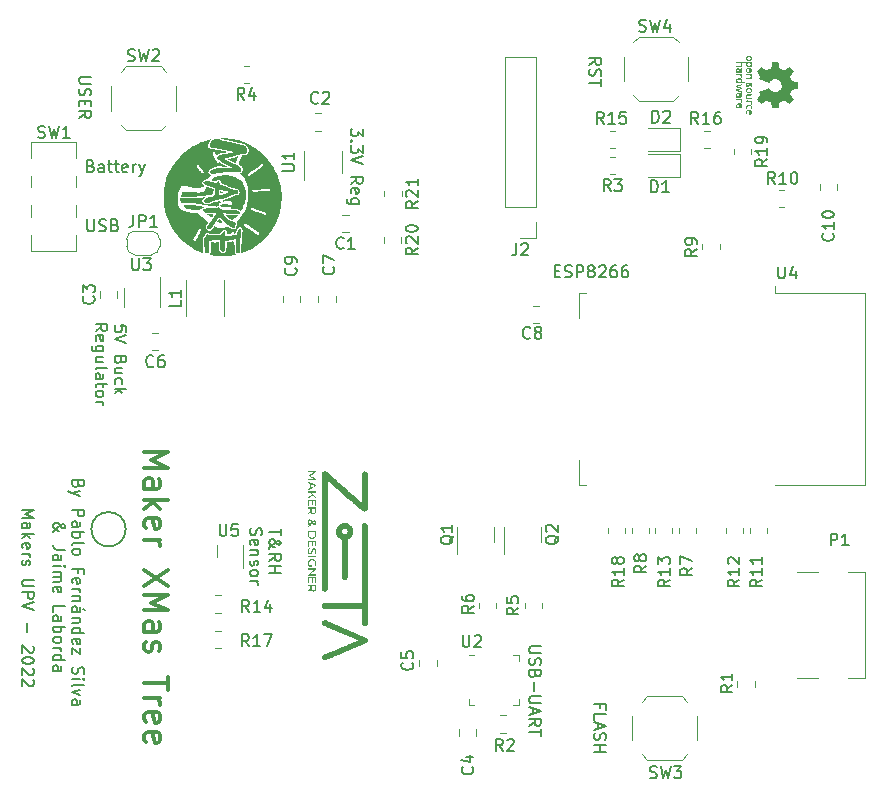
<source format=gto>
%TF.GenerationSoftware,KiCad,Pcbnew,(6.0.7)*%
%TF.CreationDate,2022-11-21T20:08:05+01:00*%
%TF.ProjectId,Arbolito,4172626f-6c69-4746-9f2e-6b696361645f,rev?*%
%TF.SameCoordinates,Original*%
%TF.FileFunction,Legend,Top*%
%TF.FilePolarity,Positive*%
%FSLAX46Y46*%
G04 Gerber Fmt 4.6, Leading zero omitted, Abs format (unit mm)*
G04 Created by KiCad (PCBNEW (6.0.7)) date 2022-11-21 20:08:05*
%MOMM*%
%LPD*%
G01*
G04 APERTURE LIST*
%ADD10C,0.150000*%
%ADD11C,0.300000*%
%ADD12C,0.120000*%
G04 APERTURE END LIST*
D10*
X115483444Y-105880000D02*
G75*
G03*
X115483444Y-105880000I-1453444J0D01*
G01*
X128632619Y-105840476D02*
X128632619Y-106411904D01*
X127632619Y-106126190D02*
X128632619Y-106126190D01*
X127632619Y-107554761D02*
X127632619Y-107507142D01*
X127680238Y-107411904D01*
X127823095Y-107269047D01*
X128108809Y-107030952D01*
X128251666Y-106935714D01*
X128394523Y-106888095D01*
X128489761Y-106888095D01*
X128585000Y-106935714D01*
X128632619Y-107030952D01*
X128632619Y-107078571D01*
X128585000Y-107173809D01*
X128489761Y-107221428D01*
X128442142Y-107221428D01*
X128346904Y-107173809D01*
X128299285Y-107126190D01*
X128108809Y-106840476D01*
X128061190Y-106792857D01*
X127965952Y-106745238D01*
X127823095Y-106745238D01*
X127727857Y-106792857D01*
X127680238Y-106840476D01*
X127632619Y-106935714D01*
X127632619Y-107078571D01*
X127680238Y-107173809D01*
X127727857Y-107221428D01*
X127918333Y-107364285D01*
X128061190Y-107411904D01*
X128156428Y-107411904D01*
X127632619Y-108554761D02*
X128108809Y-108221428D01*
X127632619Y-107983333D02*
X128632619Y-107983333D01*
X128632619Y-108364285D01*
X128585000Y-108459523D01*
X128537380Y-108507142D01*
X128442142Y-108554761D01*
X128299285Y-108554761D01*
X128204047Y-108507142D01*
X128156428Y-108459523D01*
X128108809Y-108364285D01*
X128108809Y-107983333D01*
X127632619Y-108983333D02*
X128632619Y-108983333D01*
X128156428Y-108983333D02*
X128156428Y-109554761D01*
X127632619Y-109554761D02*
X128632619Y-109554761D01*
X126070238Y-105816666D02*
X126022619Y-105959523D01*
X126022619Y-106197619D01*
X126070238Y-106292857D01*
X126117857Y-106340476D01*
X126213095Y-106388095D01*
X126308333Y-106388095D01*
X126403571Y-106340476D01*
X126451190Y-106292857D01*
X126498809Y-106197619D01*
X126546428Y-106007142D01*
X126594047Y-105911904D01*
X126641666Y-105864285D01*
X126736904Y-105816666D01*
X126832142Y-105816666D01*
X126927380Y-105864285D01*
X126975000Y-105911904D01*
X127022619Y-106007142D01*
X127022619Y-106245238D01*
X126975000Y-106388095D01*
X126070238Y-107197619D02*
X126022619Y-107102380D01*
X126022619Y-106911904D01*
X126070238Y-106816666D01*
X126165476Y-106769047D01*
X126546428Y-106769047D01*
X126641666Y-106816666D01*
X126689285Y-106911904D01*
X126689285Y-107102380D01*
X126641666Y-107197619D01*
X126546428Y-107245238D01*
X126451190Y-107245238D01*
X126355952Y-106769047D01*
X126689285Y-107673809D02*
X126022619Y-107673809D01*
X126594047Y-107673809D02*
X126641666Y-107721428D01*
X126689285Y-107816666D01*
X126689285Y-107959523D01*
X126641666Y-108054761D01*
X126546428Y-108102380D01*
X126022619Y-108102380D01*
X126070238Y-108530952D02*
X126022619Y-108626190D01*
X126022619Y-108816666D01*
X126070238Y-108911904D01*
X126165476Y-108959523D01*
X126213095Y-108959523D01*
X126308333Y-108911904D01*
X126355952Y-108816666D01*
X126355952Y-108673809D01*
X126403571Y-108578571D01*
X126498809Y-108530952D01*
X126546428Y-108530952D01*
X126641666Y-108578571D01*
X126689285Y-108673809D01*
X126689285Y-108816666D01*
X126641666Y-108911904D01*
X126022619Y-109530952D02*
X126070238Y-109435714D01*
X126117857Y-109388095D01*
X126213095Y-109340476D01*
X126498809Y-109340476D01*
X126594047Y-109388095D01*
X126641666Y-109435714D01*
X126689285Y-109530952D01*
X126689285Y-109673809D01*
X126641666Y-109769047D01*
X126594047Y-109816666D01*
X126498809Y-109864285D01*
X126213095Y-109864285D01*
X126117857Y-109816666D01*
X126070238Y-109769047D01*
X126022619Y-109673809D01*
X126022619Y-109530952D01*
X126022619Y-110292857D02*
X126689285Y-110292857D01*
X126498809Y-110292857D02*
X126594047Y-110340476D01*
X126641666Y-110388095D01*
X126689285Y-110483333D01*
X126689285Y-110578571D01*
X115542619Y-89141904D02*
X115542619Y-88665714D01*
X115066428Y-88618095D01*
X115114047Y-88665714D01*
X115161666Y-88760952D01*
X115161666Y-88999047D01*
X115114047Y-89094285D01*
X115066428Y-89141904D01*
X114971190Y-89189523D01*
X114733095Y-89189523D01*
X114637857Y-89141904D01*
X114590238Y-89094285D01*
X114542619Y-88999047D01*
X114542619Y-88760952D01*
X114590238Y-88665714D01*
X114637857Y-88618095D01*
X115542619Y-89475238D02*
X114542619Y-89808571D01*
X115542619Y-90141904D01*
X115066428Y-91570476D02*
X115018809Y-91713333D01*
X114971190Y-91760952D01*
X114875952Y-91808571D01*
X114733095Y-91808571D01*
X114637857Y-91760952D01*
X114590238Y-91713333D01*
X114542619Y-91618095D01*
X114542619Y-91237142D01*
X115542619Y-91237142D01*
X115542619Y-91570476D01*
X115495000Y-91665714D01*
X115447380Y-91713333D01*
X115352142Y-91760952D01*
X115256904Y-91760952D01*
X115161666Y-91713333D01*
X115114047Y-91665714D01*
X115066428Y-91570476D01*
X115066428Y-91237142D01*
X115209285Y-92665714D02*
X114542619Y-92665714D01*
X115209285Y-92237142D02*
X114685476Y-92237142D01*
X114590238Y-92284761D01*
X114542619Y-92380000D01*
X114542619Y-92522857D01*
X114590238Y-92618095D01*
X114637857Y-92665714D01*
X114590238Y-93570476D02*
X114542619Y-93475238D01*
X114542619Y-93284761D01*
X114590238Y-93189523D01*
X114637857Y-93141904D01*
X114733095Y-93094285D01*
X115018809Y-93094285D01*
X115114047Y-93141904D01*
X115161666Y-93189523D01*
X115209285Y-93284761D01*
X115209285Y-93475238D01*
X115161666Y-93570476D01*
X114542619Y-93999047D02*
X115542619Y-93999047D01*
X114923571Y-94094285D02*
X114542619Y-94380000D01*
X115209285Y-94380000D02*
X114828333Y-93999047D01*
X112932619Y-89094285D02*
X113408809Y-88760952D01*
X112932619Y-88522857D02*
X113932619Y-88522857D01*
X113932619Y-88903809D01*
X113885000Y-88999047D01*
X113837380Y-89046666D01*
X113742142Y-89094285D01*
X113599285Y-89094285D01*
X113504047Y-89046666D01*
X113456428Y-88999047D01*
X113408809Y-88903809D01*
X113408809Y-88522857D01*
X112980238Y-89903809D02*
X112932619Y-89808571D01*
X112932619Y-89618095D01*
X112980238Y-89522857D01*
X113075476Y-89475238D01*
X113456428Y-89475238D01*
X113551666Y-89522857D01*
X113599285Y-89618095D01*
X113599285Y-89808571D01*
X113551666Y-89903809D01*
X113456428Y-89951428D01*
X113361190Y-89951428D01*
X113265952Y-89475238D01*
X113599285Y-90808571D02*
X112789761Y-90808571D01*
X112694523Y-90760952D01*
X112646904Y-90713333D01*
X112599285Y-90618095D01*
X112599285Y-90475238D01*
X112646904Y-90380000D01*
X112980238Y-90808571D02*
X112932619Y-90713333D01*
X112932619Y-90522857D01*
X112980238Y-90427619D01*
X113027857Y-90380000D01*
X113123095Y-90332380D01*
X113408809Y-90332380D01*
X113504047Y-90380000D01*
X113551666Y-90427619D01*
X113599285Y-90522857D01*
X113599285Y-90713333D01*
X113551666Y-90808571D01*
X113599285Y-91713333D02*
X112932619Y-91713333D01*
X113599285Y-91284761D02*
X113075476Y-91284761D01*
X112980238Y-91332380D01*
X112932619Y-91427619D01*
X112932619Y-91570476D01*
X112980238Y-91665714D01*
X113027857Y-91713333D01*
X112932619Y-92332380D02*
X112980238Y-92237142D01*
X113075476Y-92189523D01*
X113932619Y-92189523D01*
X112932619Y-93141904D02*
X113456428Y-93141904D01*
X113551666Y-93094285D01*
X113599285Y-92999047D01*
X113599285Y-92808571D01*
X113551666Y-92713333D01*
X112980238Y-93141904D02*
X112932619Y-93046666D01*
X112932619Y-92808571D01*
X112980238Y-92713333D01*
X113075476Y-92665714D01*
X113170714Y-92665714D01*
X113265952Y-92713333D01*
X113313571Y-92808571D01*
X113313571Y-93046666D01*
X113361190Y-93141904D01*
X113599285Y-93475238D02*
X113599285Y-93856190D01*
X113932619Y-93618095D02*
X113075476Y-93618095D01*
X112980238Y-93665714D01*
X112932619Y-93760952D01*
X112932619Y-93856190D01*
X112932619Y-94332380D02*
X112980238Y-94237142D01*
X113027857Y-94189523D01*
X113123095Y-94141904D01*
X113408809Y-94141904D01*
X113504047Y-94189523D01*
X113551666Y-94237142D01*
X113599285Y-94332380D01*
X113599285Y-94475238D01*
X113551666Y-94570476D01*
X113504047Y-94618095D01*
X113408809Y-94665714D01*
X113123095Y-94665714D01*
X113027857Y-94618095D01*
X112980238Y-94570476D01*
X112932619Y-94475238D01*
X112932619Y-94332380D01*
X112932619Y-95094285D02*
X113599285Y-95094285D01*
X113408809Y-95094285D02*
X113504047Y-95141904D01*
X113551666Y-95189523D01*
X113599285Y-95284761D01*
X113599285Y-95380000D01*
X154747619Y-66552380D02*
X155223809Y-66219047D01*
X154747619Y-65980952D02*
X155747619Y-65980952D01*
X155747619Y-66361904D01*
X155700000Y-66457142D01*
X155652380Y-66504761D01*
X155557142Y-66552380D01*
X155414285Y-66552380D01*
X155319047Y-66504761D01*
X155271428Y-66457142D01*
X155223809Y-66361904D01*
X155223809Y-65980952D01*
X154795238Y-66933333D02*
X154747619Y-67076190D01*
X154747619Y-67314285D01*
X154795238Y-67409523D01*
X154842857Y-67457142D01*
X154938095Y-67504761D01*
X155033333Y-67504761D01*
X155128571Y-67457142D01*
X155176190Y-67409523D01*
X155223809Y-67314285D01*
X155271428Y-67123809D01*
X155319047Y-67028571D01*
X155366666Y-66980952D01*
X155461904Y-66933333D01*
X155557142Y-66933333D01*
X155652380Y-66980952D01*
X155700000Y-67028571D01*
X155747619Y-67123809D01*
X155747619Y-67361904D01*
X155700000Y-67504761D01*
X155747619Y-67790476D02*
X155747619Y-68361904D01*
X154747619Y-68076190D02*
X155747619Y-68076190D01*
X111486428Y-102038571D02*
X111438809Y-102181428D01*
X111391190Y-102229047D01*
X111295952Y-102276666D01*
X111153095Y-102276666D01*
X111057857Y-102229047D01*
X111010238Y-102181428D01*
X110962619Y-102086190D01*
X110962619Y-101705238D01*
X111962619Y-101705238D01*
X111962619Y-102038571D01*
X111915000Y-102133809D01*
X111867380Y-102181428D01*
X111772142Y-102229047D01*
X111676904Y-102229047D01*
X111581666Y-102181428D01*
X111534047Y-102133809D01*
X111486428Y-102038571D01*
X111486428Y-101705238D01*
X111629285Y-102610000D02*
X110962619Y-102848095D01*
X111629285Y-103086190D02*
X110962619Y-102848095D01*
X110724523Y-102752857D01*
X110676904Y-102705238D01*
X110629285Y-102610000D01*
X110962619Y-104229047D02*
X111962619Y-104229047D01*
X111962619Y-104610000D01*
X111915000Y-104705238D01*
X111867380Y-104752857D01*
X111772142Y-104800476D01*
X111629285Y-104800476D01*
X111534047Y-104752857D01*
X111486428Y-104705238D01*
X111438809Y-104610000D01*
X111438809Y-104229047D01*
X110962619Y-105657619D02*
X111486428Y-105657619D01*
X111581666Y-105610000D01*
X111629285Y-105514761D01*
X111629285Y-105324285D01*
X111581666Y-105229047D01*
X111010238Y-105657619D02*
X110962619Y-105562380D01*
X110962619Y-105324285D01*
X111010238Y-105229047D01*
X111105476Y-105181428D01*
X111200714Y-105181428D01*
X111295952Y-105229047D01*
X111343571Y-105324285D01*
X111343571Y-105562380D01*
X111391190Y-105657619D01*
X110962619Y-106133809D02*
X111962619Y-106133809D01*
X111581666Y-106133809D02*
X111629285Y-106229047D01*
X111629285Y-106419523D01*
X111581666Y-106514761D01*
X111534047Y-106562380D01*
X111438809Y-106610000D01*
X111153095Y-106610000D01*
X111057857Y-106562380D01*
X111010238Y-106514761D01*
X110962619Y-106419523D01*
X110962619Y-106229047D01*
X111010238Y-106133809D01*
X110962619Y-107181428D02*
X111010238Y-107086190D01*
X111105476Y-107038571D01*
X111962619Y-107038571D01*
X110962619Y-107705238D02*
X111010238Y-107610000D01*
X111057857Y-107562380D01*
X111153095Y-107514761D01*
X111438809Y-107514761D01*
X111534047Y-107562380D01*
X111581666Y-107610000D01*
X111629285Y-107705238D01*
X111629285Y-107848095D01*
X111581666Y-107943333D01*
X111534047Y-107990952D01*
X111438809Y-108038571D01*
X111153095Y-108038571D01*
X111057857Y-107990952D01*
X111010238Y-107943333D01*
X110962619Y-107848095D01*
X110962619Y-107705238D01*
X111486428Y-109562380D02*
X111486428Y-109229047D01*
X110962619Y-109229047D02*
X111962619Y-109229047D01*
X111962619Y-109705238D01*
X111010238Y-110467142D02*
X110962619Y-110371904D01*
X110962619Y-110181428D01*
X111010238Y-110086190D01*
X111105476Y-110038571D01*
X111486428Y-110038571D01*
X111581666Y-110086190D01*
X111629285Y-110181428D01*
X111629285Y-110371904D01*
X111581666Y-110467142D01*
X111486428Y-110514761D01*
X111391190Y-110514761D01*
X111295952Y-110038571D01*
X110962619Y-110943333D02*
X111629285Y-110943333D01*
X111438809Y-110943333D02*
X111534047Y-110990952D01*
X111581666Y-111038571D01*
X111629285Y-111133809D01*
X111629285Y-111229047D01*
X111629285Y-111562380D02*
X110962619Y-111562380D01*
X111534047Y-111562380D02*
X111581666Y-111610000D01*
X111629285Y-111705238D01*
X111629285Y-111848095D01*
X111581666Y-111943333D01*
X111486428Y-111990952D01*
X110962619Y-111990952D01*
X110962619Y-112895714D02*
X111486428Y-112895714D01*
X111581666Y-112848095D01*
X111629285Y-112752857D01*
X111629285Y-112562380D01*
X111581666Y-112467142D01*
X111010238Y-112895714D02*
X110962619Y-112800476D01*
X110962619Y-112562380D01*
X111010238Y-112467142D01*
X111105476Y-112419523D01*
X111200714Y-112419523D01*
X111295952Y-112467142D01*
X111343571Y-112562380D01*
X111343571Y-112800476D01*
X111391190Y-112895714D01*
X112010238Y-112752857D02*
X111867380Y-112610000D01*
X111629285Y-113371904D02*
X110962619Y-113371904D01*
X111534047Y-113371904D02*
X111581666Y-113419523D01*
X111629285Y-113514761D01*
X111629285Y-113657619D01*
X111581666Y-113752857D01*
X111486428Y-113800476D01*
X110962619Y-113800476D01*
X110962619Y-114705238D02*
X111962619Y-114705238D01*
X111010238Y-114705238D02*
X110962619Y-114610000D01*
X110962619Y-114419523D01*
X111010238Y-114324285D01*
X111057857Y-114276666D01*
X111153095Y-114229047D01*
X111438809Y-114229047D01*
X111534047Y-114276666D01*
X111581666Y-114324285D01*
X111629285Y-114419523D01*
X111629285Y-114610000D01*
X111581666Y-114705238D01*
X111010238Y-115562380D02*
X110962619Y-115467142D01*
X110962619Y-115276666D01*
X111010238Y-115181428D01*
X111105476Y-115133809D01*
X111486428Y-115133809D01*
X111581666Y-115181428D01*
X111629285Y-115276666D01*
X111629285Y-115467142D01*
X111581666Y-115562380D01*
X111486428Y-115610000D01*
X111391190Y-115610000D01*
X111295952Y-115133809D01*
X111629285Y-115943333D02*
X111629285Y-116467142D01*
X110962619Y-115943333D01*
X110962619Y-116467142D01*
X111010238Y-117562380D02*
X110962619Y-117705238D01*
X110962619Y-117943333D01*
X111010238Y-118038571D01*
X111057857Y-118086190D01*
X111153095Y-118133809D01*
X111248333Y-118133809D01*
X111343571Y-118086190D01*
X111391190Y-118038571D01*
X111438809Y-117943333D01*
X111486428Y-117752857D01*
X111534047Y-117657619D01*
X111581666Y-117610000D01*
X111676904Y-117562380D01*
X111772142Y-117562380D01*
X111867380Y-117610000D01*
X111915000Y-117657619D01*
X111962619Y-117752857D01*
X111962619Y-117990952D01*
X111915000Y-118133809D01*
X110962619Y-118562380D02*
X111629285Y-118562380D01*
X111962619Y-118562380D02*
X111915000Y-118514761D01*
X111867380Y-118562380D01*
X111915000Y-118610000D01*
X111962619Y-118562380D01*
X111867380Y-118562380D01*
X110962619Y-119181428D02*
X111010238Y-119086190D01*
X111105476Y-119038571D01*
X111962619Y-119038571D01*
X111629285Y-119467142D02*
X110962619Y-119705238D01*
X111629285Y-119943333D01*
X110962619Y-120752857D02*
X111486428Y-120752857D01*
X111581666Y-120705238D01*
X111629285Y-120609999D01*
X111629285Y-120419523D01*
X111581666Y-120324285D01*
X111010238Y-120752857D02*
X110962619Y-120657619D01*
X110962619Y-120419523D01*
X111010238Y-120324285D01*
X111105476Y-120276666D01*
X111200714Y-120276666D01*
X111295952Y-120324285D01*
X111343571Y-120419523D01*
X111343571Y-120657619D01*
X111391190Y-120752857D01*
X109352619Y-106133809D02*
X109352619Y-106086190D01*
X109400238Y-105990952D01*
X109543095Y-105848095D01*
X109828809Y-105610000D01*
X109971666Y-105514761D01*
X110114523Y-105467142D01*
X110209761Y-105467142D01*
X110305000Y-105514761D01*
X110352619Y-105610000D01*
X110352619Y-105657619D01*
X110305000Y-105752857D01*
X110209761Y-105800476D01*
X110162142Y-105800476D01*
X110066904Y-105752857D01*
X110019285Y-105705238D01*
X109828809Y-105419523D01*
X109781190Y-105371904D01*
X109685952Y-105324285D01*
X109543095Y-105324285D01*
X109447857Y-105371904D01*
X109400238Y-105419523D01*
X109352619Y-105514761D01*
X109352619Y-105657619D01*
X109400238Y-105752857D01*
X109447857Y-105800476D01*
X109638333Y-105943333D01*
X109781190Y-105990952D01*
X109876428Y-105990952D01*
X110352619Y-107610000D02*
X109638333Y-107610000D01*
X109495476Y-107562380D01*
X109400238Y-107467142D01*
X109352619Y-107324285D01*
X109352619Y-107229047D01*
X109352619Y-108514761D02*
X109876428Y-108514761D01*
X109971666Y-108467142D01*
X110019285Y-108371904D01*
X110019285Y-108181428D01*
X109971666Y-108086190D01*
X109400238Y-108514761D02*
X109352619Y-108419523D01*
X109352619Y-108181428D01*
X109400238Y-108086190D01*
X109495476Y-108038571D01*
X109590714Y-108038571D01*
X109685952Y-108086190D01*
X109733571Y-108181428D01*
X109733571Y-108419523D01*
X109781190Y-108514761D01*
X109352619Y-108990952D02*
X110019285Y-108990952D01*
X110352619Y-108990952D02*
X110305000Y-108943333D01*
X110257380Y-108990952D01*
X110305000Y-109038571D01*
X110352619Y-108990952D01*
X110257380Y-108990952D01*
X109352619Y-109467142D02*
X110019285Y-109467142D01*
X109924047Y-109467142D02*
X109971666Y-109514761D01*
X110019285Y-109610000D01*
X110019285Y-109752857D01*
X109971666Y-109848095D01*
X109876428Y-109895714D01*
X109352619Y-109895714D01*
X109876428Y-109895714D02*
X109971666Y-109943333D01*
X110019285Y-110038571D01*
X110019285Y-110181428D01*
X109971666Y-110276666D01*
X109876428Y-110324285D01*
X109352619Y-110324285D01*
X109400238Y-111181428D02*
X109352619Y-111086190D01*
X109352619Y-110895714D01*
X109400238Y-110800476D01*
X109495476Y-110752857D01*
X109876428Y-110752857D01*
X109971666Y-110800476D01*
X110019285Y-110895714D01*
X110019285Y-111086190D01*
X109971666Y-111181428D01*
X109876428Y-111229047D01*
X109781190Y-111229047D01*
X109685952Y-110752857D01*
X109352619Y-112895714D02*
X109352619Y-112419523D01*
X110352619Y-112419523D01*
X109352619Y-113657619D02*
X109876428Y-113657619D01*
X109971666Y-113610000D01*
X110019285Y-113514761D01*
X110019285Y-113324285D01*
X109971666Y-113229047D01*
X109400238Y-113657619D02*
X109352619Y-113562380D01*
X109352619Y-113324285D01*
X109400238Y-113229047D01*
X109495476Y-113181428D01*
X109590714Y-113181428D01*
X109685952Y-113229047D01*
X109733571Y-113324285D01*
X109733571Y-113562380D01*
X109781190Y-113657619D01*
X109352619Y-114133809D02*
X110352619Y-114133809D01*
X109971666Y-114133809D02*
X110019285Y-114229047D01*
X110019285Y-114419523D01*
X109971666Y-114514761D01*
X109924047Y-114562380D01*
X109828809Y-114610000D01*
X109543095Y-114610000D01*
X109447857Y-114562380D01*
X109400238Y-114514761D01*
X109352619Y-114419523D01*
X109352619Y-114229047D01*
X109400238Y-114133809D01*
X109352619Y-115181428D02*
X109400238Y-115086190D01*
X109447857Y-115038571D01*
X109543095Y-114990952D01*
X109828809Y-114990952D01*
X109924047Y-115038571D01*
X109971666Y-115086190D01*
X110019285Y-115181428D01*
X110019285Y-115324285D01*
X109971666Y-115419523D01*
X109924047Y-115467142D01*
X109828809Y-115514761D01*
X109543095Y-115514761D01*
X109447857Y-115467142D01*
X109400238Y-115419523D01*
X109352619Y-115324285D01*
X109352619Y-115181428D01*
X109352619Y-115943333D02*
X110019285Y-115943333D01*
X109828809Y-115943333D02*
X109924047Y-115990952D01*
X109971666Y-116038571D01*
X110019285Y-116133809D01*
X110019285Y-116229047D01*
X109352619Y-116990952D02*
X110352619Y-116990952D01*
X109400238Y-116990952D02*
X109352619Y-116895714D01*
X109352619Y-116705238D01*
X109400238Y-116610000D01*
X109447857Y-116562380D01*
X109543095Y-116514761D01*
X109828809Y-116514761D01*
X109924047Y-116562380D01*
X109971666Y-116610000D01*
X110019285Y-116705238D01*
X110019285Y-116895714D01*
X109971666Y-116990952D01*
X109352619Y-117895714D02*
X109876428Y-117895714D01*
X109971666Y-117848095D01*
X110019285Y-117752857D01*
X110019285Y-117562380D01*
X109971666Y-117467142D01*
X109400238Y-117895714D02*
X109352619Y-117800476D01*
X109352619Y-117562380D01*
X109400238Y-117467142D01*
X109495476Y-117419523D01*
X109590714Y-117419523D01*
X109685952Y-117467142D01*
X109733571Y-117562380D01*
X109733571Y-117800476D01*
X109781190Y-117895714D01*
X155671428Y-121009523D02*
X155671428Y-120676190D01*
X155147619Y-120676190D02*
X156147619Y-120676190D01*
X156147619Y-121152380D01*
X155147619Y-122009523D02*
X155147619Y-121533333D01*
X156147619Y-121533333D01*
X155433333Y-122295238D02*
X155433333Y-122771428D01*
X155147619Y-122200000D02*
X156147619Y-122533333D01*
X155147619Y-122866666D01*
X155195238Y-123152380D02*
X155147619Y-123295238D01*
X155147619Y-123533333D01*
X155195238Y-123628571D01*
X155242857Y-123676190D01*
X155338095Y-123723809D01*
X155433333Y-123723809D01*
X155528571Y-123676190D01*
X155576190Y-123628571D01*
X155623809Y-123533333D01*
X155671428Y-123342857D01*
X155719047Y-123247619D01*
X155766666Y-123200000D01*
X155861904Y-123152380D01*
X155957142Y-123152380D01*
X156052380Y-123200000D01*
X156100000Y-123247619D01*
X156147619Y-123342857D01*
X156147619Y-123580952D01*
X156100000Y-123723809D01*
X155147619Y-124152380D02*
X156147619Y-124152380D01*
X155671428Y-124152380D02*
X155671428Y-124723809D01*
X155147619Y-124723809D02*
X156147619Y-124723809D01*
X112528571Y-75128571D02*
X112671428Y-75176190D01*
X112719047Y-75223809D01*
X112766666Y-75319047D01*
X112766666Y-75461904D01*
X112719047Y-75557142D01*
X112671428Y-75604761D01*
X112576190Y-75652380D01*
X112195238Y-75652380D01*
X112195238Y-74652380D01*
X112528571Y-74652380D01*
X112623809Y-74700000D01*
X112671428Y-74747619D01*
X112719047Y-74842857D01*
X112719047Y-74938095D01*
X112671428Y-75033333D01*
X112623809Y-75080952D01*
X112528571Y-75128571D01*
X112195238Y-75128571D01*
X113623809Y-75652380D02*
X113623809Y-75128571D01*
X113576190Y-75033333D01*
X113480952Y-74985714D01*
X113290476Y-74985714D01*
X113195238Y-75033333D01*
X113623809Y-75604761D02*
X113528571Y-75652380D01*
X113290476Y-75652380D01*
X113195238Y-75604761D01*
X113147619Y-75509523D01*
X113147619Y-75414285D01*
X113195238Y-75319047D01*
X113290476Y-75271428D01*
X113528571Y-75271428D01*
X113623809Y-75223809D01*
X113957142Y-74985714D02*
X114338095Y-74985714D01*
X114100000Y-74652380D02*
X114100000Y-75509523D01*
X114147619Y-75604761D01*
X114242857Y-75652380D01*
X114338095Y-75652380D01*
X114528571Y-74985714D02*
X114909523Y-74985714D01*
X114671428Y-74652380D02*
X114671428Y-75509523D01*
X114719047Y-75604761D01*
X114814285Y-75652380D01*
X114909523Y-75652380D01*
X115623809Y-75604761D02*
X115528571Y-75652380D01*
X115338095Y-75652380D01*
X115242857Y-75604761D01*
X115195238Y-75509523D01*
X115195238Y-75128571D01*
X115242857Y-75033333D01*
X115338095Y-74985714D01*
X115528571Y-74985714D01*
X115623809Y-75033333D01*
X115671428Y-75128571D01*
X115671428Y-75223809D01*
X115195238Y-75319047D01*
X116100000Y-75652380D02*
X116100000Y-74985714D01*
X116100000Y-75176190D02*
X116147619Y-75080952D01*
X116195238Y-75033333D01*
X116290476Y-74985714D01*
X116385714Y-74985714D01*
X116623809Y-74985714D02*
X116861904Y-75652380D01*
X117100000Y-74985714D02*
X116861904Y-75652380D01*
X116766666Y-75890476D01*
X116719047Y-75938095D01*
X116623809Y-75985714D01*
X135547619Y-71961904D02*
X135547619Y-72580952D01*
X135166666Y-72247619D01*
X135166666Y-72390476D01*
X135119047Y-72485714D01*
X135071428Y-72533333D01*
X134976190Y-72580952D01*
X134738095Y-72580952D01*
X134642857Y-72533333D01*
X134595238Y-72485714D01*
X134547619Y-72390476D01*
X134547619Y-72104761D01*
X134595238Y-72009523D01*
X134642857Y-71961904D01*
X134642857Y-73009523D02*
X134595238Y-73057142D01*
X134547619Y-73009523D01*
X134595238Y-72961904D01*
X134642857Y-73009523D01*
X134547619Y-73009523D01*
X135547619Y-73390476D02*
X135547619Y-74009523D01*
X135166666Y-73676190D01*
X135166666Y-73819047D01*
X135119047Y-73914285D01*
X135071428Y-73961904D01*
X134976190Y-74009523D01*
X134738095Y-74009523D01*
X134642857Y-73961904D01*
X134595238Y-73914285D01*
X134547619Y-73819047D01*
X134547619Y-73533333D01*
X134595238Y-73438095D01*
X134642857Y-73390476D01*
X135547619Y-74295238D02*
X134547619Y-74628571D01*
X135547619Y-74961904D01*
X134547619Y-76628571D02*
X135023809Y-76295238D01*
X134547619Y-76057142D02*
X135547619Y-76057142D01*
X135547619Y-76438095D01*
X135500000Y-76533333D01*
X135452380Y-76580952D01*
X135357142Y-76628571D01*
X135214285Y-76628571D01*
X135119047Y-76580952D01*
X135071428Y-76533333D01*
X135023809Y-76438095D01*
X135023809Y-76057142D01*
X134595238Y-77438095D02*
X134547619Y-77342857D01*
X134547619Y-77152380D01*
X134595238Y-77057142D01*
X134690476Y-77009523D01*
X135071428Y-77009523D01*
X135166666Y-77057142D01*
X135214285Y-77152380D01*
X135214285Y-77342857D01*
X135166666Y-77438095D01*
X135071428Y-77485714D01*
X134976190Y-77485714D01*
X134880952Y-77009523D01*
X135214285Y-78342857D02*
X134404761Y-78342857D01*
X134309523Y-78295238D01*
X134261904Y-78247619D01*
X134214285Y-78152380D01*
X134214285Y-78009523D01*
X134261904Y-77914285D01*
X134595238Y-78342857D02*
X134547619Y-78247619D01*
X134547619Y-78057142D01*
X134595238Y-77961904D01*
X134642857Y-77914285D01*
X134738095Y-77866666D01*
X135023809Y-77866666D01*
X135119047Y-77914285D01*
X135166666Y-77961904D01*
X135214285Y-78057142D01*
X135214285Y-78247619D01*
X135166666Y-78342857D01*
X112238095Y-79652380D02*
X112238095Y-80461904D01*
X112285714Y-80557142D01*
X112333333Y-80604761D01*
X112428571Y-80652380D01*
X112619047Y-80652380D01*
X112714285Y-80604761D01*
X112761904Y-80557142D01*
X112809523Y-80461904D01*
X112809523Y-79652380D01*
X113238095Y-80604761D02*
X113380952Y-80652380D01*
X113619047Y-80652380D01*
X113714285Y-80604761D01*
X113761904Y-80557142D01*
X113809523Y-80461904D01*
X113809523Y-80366666D01*
X113761904Y-80271428D01*
X113714285Y-80223809D01*
X113619047Y-80176190D01*
X113428571Y-80128571D01*
X113333333Y-80080952D01*
X113285714Y-80033333D01*
X113238095Y-79938095D01*
X113238095Y-79842857D01*
X113285714Y-79747619D01*
X113333333Y-79700000D01*
X113428571Y-79652380D01*
X113666666Y-79652380D01*
X113809523Y-79700000D01*
X114571428Y-80128571D02*
X114714285Y-80176190D01*
X114761904Y-80223809D01*
X114809523Y-80319047D01*
X114809523Y-80461904D01*
X114761904Y-80557142D01*
X114714285Y-80604761D01*
X114619047Y-80652380D01*
X114238095Y-80652380D01*
X114238095Y-79652380D01*
X114571428Y-79652380D01*
X114666666Y-79700000D01*
X114714285Y-79747619D01*
X114761904Y-79842857D01*
X114761904Y-79938095D01*
X114714285Y-80033333D01*
X114666666Y-80080952D01*
X114571428Y-80128571D01*
X114238095Y-80128571D01*
X106707619Y-104237619D02*
X107707619Y-104237619D01*
X106993333Y-104570952D01*
X107707619Y-104904285D01*
X106707619Y-104904285D01*
X106707619Y-105809047D02*
X107231428Y-105809047D01*
X107326666Y-105761428D01*
X107374285Y-105666190D01*
X107374285Y-105475714D01*
X107326666Y-105380476D01*
X106755238Y-105809047D02*
X106707619Y-105713809D01*
X106707619Y-105475714D01*
X106755238Y-105380476D01*
X106850476Y-105332857D01*
X106945714Y-105332857D01*
X107040952Y-105380476D01*
X107088571Y-105475714D01*
X107088571Y-105713809D01*
X107136190Y-105809047D01*
X106707619Y-106285238D02*
X107707619Y-106285238D01*
X107088571Y-106380476D02*
X106707619Y-106666190D01*
X107374285Y-106666190D02*
X106993333Y-106285238D01*
X106755238Y-107475714D02*
X106707619Y-107380476D01*
X106707619Y-107190000D01*
X106755238Y-107094761D01*
X106850476Y-107047142D01*
X107231428Y-107047142D01*
X107326666Y-107094761D01*
X107374285Y-107190000D01*
X107374285Y-107380476D01*
X107326666Y-107475714D01*
X107231428Y-107523333D01*
X107136190Y-107523333D01*
X107040952Y-107047142D01*
X106707619Y-107951904D02*
X107374285Y-107951904D01*
X107183809Y-107951904D02*
X107279047Y-107999523D01*
X107326666Y-108047142D01*
X107374285Y-108142380D01*
X107374285Y-108237619D01*
X106755238Y-108523333D02*
X106707619Y-108618571D01*
X106707619Y-108809047D01*
X106755238Y-108904285D01*
X106850476Y-108951904D01*
X106898095Y-108951904D01*
X106993333Y-108904285D01*
X107040952Y-108809047D01*
X107040952Y-108666190D01*
X107088571Y-108570952D01*
X107183809Y-108523333D01*
X107231428Y-108523333D01*
X107326666Y-108570952D01*
X107374285Y-108666190D01*
X107374285Y-108809047D01*
X107326666Y-108904285D01*
X107707619Y-110142380D02*
X106898095Y-110142380D01*
X106802857Y-110190000D01*
X106755238Y-110237619D01*
X106707619Y-110332857D01*
X106707619Y-110523333D01*
X106755238Y-110618571D01*
X106802857Y-110666190D01*
X106898095Y-110713809D01*
X107707619Y-110713809D01*
X106707619Y-111190000D02*
X107707619Y-111190000D01*
X107707619Y-111570952D01*
X107660000Y-111666190D01*
X107612380Y-111713809D01*
X107517142Y-111761428D01*
X107374285Y-111761428D01*
X107279047Y-111713809D01*
X107231428Y-111666190D01*
X107183809Y-111570952D01*
X107183809Y-111190000D01*
X107707619Y-112047142D02*
X106707619Y-112380476D01*
X107707619Y-112713809D01*
X107088571Y-113809047D02*
X107088571Y-114570952D01*
X107612380Y-115761428D02*
X107660000Y-115809047D01*
X107707619Y-115904285D01*
X107707619Y-116142380D01*
X107660000Y-116237619D01*
X107612380Y-116285238D01*
X107517142Y-116332857D01*
X107421904Y-116332857D01*
X107279047Y-116285238D01*
X106707619Y-115713809D01*
X106707619Y-116332857D01*
X107707619Y-116951904D02*
X107707619Y-117047142D01*
X107660000Y-117142380D01*
X107612380Y-117190000D01*
X107517142Y-117237619D01*
X107326666Y-117285238D01*
X107088571Y-117285238D01*
X106898095Y-117237619D01*
X106802857Y-117190000D01*
X106755238Y-117142380D01*
X106707619Y-117047142D01*
X106707619Y-116951904D01*
X106755238Y-116856666D01*
X106802857Y-116809047D01*
X106898095Y-116761428D01*
X107088571Y-116713809D01*
X107326666Y-116713809D01*
X107517142Y-116761428D01*
X107612380Y-116809047D01*
X107660000Y-116856666D01*
X107707619Y-116951904D01*
X107612380Y-117666190D02*
X107660000Y-117713809D01*
X107707619Y-117809047D01*
X107707619Y-118047142D01*
X107660000Y-118142380D01*
X107612380Y-118190000D01*
X107517142Y-118237619D01*
X107421904Y-118237619D01*
X107279047Y-118190000D01*
X106707619Y-117618571D01*
X106707619Y-118237619D01*
X107612380Y-118618571D02*
X107660000Y-118666190D01*
X107707619Y-118761428D01*
X107707619Y-118999523D01*
X107660000Y-119094761D01*
X107612380Y-119142380D01*
X107517142Y-119190000D01*
X107421904Y-119190000D01*
X107279047Y-119142380D01*
X106707619Y-118570952D01*
X106707619Y-119190000D01*
X150647619Y-115805714D02*
X149838095Y-115805714D01*
X149742857Y-115853333D01*
X149695238Y-115900952D01*
X149647619Y-115996190D01*
X149647619Y-116186666D01*
X149695238Y-116281904D01*
X149742857Y-116329523D01*
X149838095Y-116377142D01*
X150647619Y-116377142D01*
X149695238Y-116805714D02*
X149647619Y-116948571D01*
X149647619Y-117186666D01*
X149695238Y-117281904D01*
X149742857Y-117329523D01*
X149838095Y-117377142D01*
X149933333Y-117377142D01*
X150028571Y-117329523D01*
X150076190Y-117281904D01*
X150123809Y-117186666D01*
X150171428Y-116996190D01*
X150219047Y-116900952D01*
X150266666Y-116853333D01*
X150361904Y-116805714D01*
X150457142Y-116805714D01*
X150552380Y-116853333D01*
X150600000Y-116900952D01*
X150647619Y-116996190D01*
X150647619Y-117234285D01*
X150600000Y-117377142D01*
X150171428Y-118139047D02*
X150123809Y-118281904D01*
X150076190Y-118329523D01*
X149980952Y-118377142D01*
X149838095Y-118377142D01*
X149742857Y-118329523D01*
X149695238Y-118281904D01*
X149647619Y-118186666D01*
X149647619Y-117805714D01*
X150647619Y-117805714D01*
X150647619Y-118139047D01*
X150600000Y-118234285D01*
X150552380Y-118281904D01*
X150457142Y-118329523D01*
X150361904Y-118329523D01*
X150266666Y-118281904D01*
X150219047Y-118234285D01*
X150171428Y-118139047D01*
X150171428Y-117805714D01*
X150028571Y-118805714D02*
X150028571Y-119567619D01*
X150647619Y-120043809D02*
X149838095Y-120043809D01*
X149742857Y-120091428D01*
X149695238Y-120139047D01*
X149647619Y-120234285D01*
X149647619Y-120424761D01*
X149695238Y-120520000D01*
X149742857Y-120567619D01*
X149838095Y-120615238D01*
X150647619Y-120615238D01*
X149933333Y-121043809D02*
X149933333Y-121520000D01*
X149647619Y-120948571D02*
X150647619Y-121281904D01*
X149647619Y-121615238D01*
X149647619Y-122520000D02*
X150123809Y-122186666D01*
X149647619Y-121948571D02*
X150647619Y-121948571D01*
X150647619Y-122329523D01*
X150600000Y-122424761D01*
X150552380Y-122472380D01*
X150457142Y-122520000D01*
X150314285Y-122520000D01*
X150219047Y-122472380D01*
X150171428Y-122424761D01*
X150123809Y-122329523D01*
X150123809Y-121948571D01*
X150647619Y-122805714D02*
X150647619Y-123377142D01*
X149647619Y-123091428D02*
X150647619Y-123091428D01*
X151804761Y-84028571D02*
X152138095Y-84028571D01*
X152280952Y-84552380D02*
X151804761Y-84552380D01*
X151804761Y-83552380D01*
X152280952Y-83552380D01*
X152661904Y-84504761D02*
X152804761Y-84552380D01*
X153042857Y-84552380D01*
X153138095Y-84504761D01*
X153185714Y-84457142D01*
X153233333Y-84361904D01*
X153233333Y-84266666D01*
X153185714Y-84171428D01*
X153138095Y-84123809D01*
X153042857Y-84076190D01*
X152852380Y-84028571D01*
X152757142Y-83980952D01*
X152709523Y-83933333D01*
X152661904Y-83838095D01*
X152661904Y-83742857D01*
X152709523Y-83647619D01*
X152757142Y-83600000D01*
X152852380Y-83552380D01*
X153090476Y-83552380D01*
X153233333Y-83600000D01*
X153661904Y-84552380D02*
X153661904Y-83552380D01*
X154042857Y-83552380D01*
X154138095Y-83600000D01*
X154185714Y-83647619D01*
X154233333Y-83742857D01*
X154233333Y-83885714D01*
X154185714Y-83980952D01*
X154138095Y-84028571D01*
X154042857Y-84076190D01*
X153661904Y-84076190D01*
X154804761Y-83980952D02*
X154709523Y-83933333D01*
X154661904Y-83885714D01*
X154614285Y-83790476D01*
X154614285Y-83742857D01*
X154661904Y-83647619D01*
X154709523Y-83600000D01*
X154804761Y-83552380D01*
X154995238Y-83552380D01*
X155090476Y-83600000D01*
X155138095Y-83647619D01*
X155185714Y-83742857D01*
X155185714Y-83790476D01*
X155138095Y-83885714D01*
X155090476Y-83933333D01*
X154995238Y-83980952D01*
X154804761Y-83980952D01*
X154709523Y-84028571D01*
X154661904Y-84076190D01*
X154614285Y-84171428D01*
X154614285Y-84361904D01*
X154661904Y-84457142D01*
X154709523Y-84504761D01*
X154804761Y-84552380D01*
X154995238Y-84552380D01*
X155090476Y-84504761D01*
X155138095Y-84457142D01*
X155185714Y-84361904D01*
X155185714Y-84171428D01*
X155138095Y-84076190D01*
X155090476Y-84028571D01*
X154995238Y-83980952D01*
X155566666Y-83647619D02*
X155614285Y-83600000D01*
X155709523Y-83552380D01*
X155947619Y-83552380D01*
X156042857Y-83600000D01*
X156090476Y-83647619D01*
X156138095Y-83742857D01*
X156138095Y-83838095D01*
X156090476Y-83980952D01*
X155519047Y-84552380D01*
X156138095Y-84552380D01*
X156995238Y-83552380D02*
X156804761Y-83552380D01*
X156709523Y-83600000D01*
X156661904Y-83647619D01*
X156566666Y-83790476D01*
X156519047Y-83980952D01*
X156519047Y-84361904D01*
X156566666Y-84457142D01*
X156614285Y-84504761D01*
X156709523Y-84552380D01*
X156900000Y-84552380D01*
X156995238Y-84504761D01*
X157042857Y-84457142D01*
X157090476Y-84361904D01*
X157090476Y-84123809D01*
X157042857Y-84028571D01*
X156995238Y-83980952D01*
X156900000Y-83933333D01*
X156709523Y-83933333D01*
X156614285Y-83980952D01*
X156566666Y-84028571D01*
X156519047Y-84123809D01*
X157947619Y-83552380D02*
X157757142Y-83552380D01*
X157661904Y-83600000D01*
X157614285Y-83647619D01*
X157519047Y-83790476D01*
X157471428Y-83980952D01*
X157471428Y-84361904D01*
X157519047Y-84457142D01*
X157566666Y-84504761D01*
X157661904Y-84552380D01*
X157852380Y-84552380D01*
X157947619Y-84504761D01*
X157995238Y-84457142D01*
X158042857Y-84361904D01*
X158042857Y-84123809D01*
X157995238Y-84028571D01*
X157947619Y-83980952D01*
X157852380Y-83933333D01*
X157661904Y-83933333D01*
X157566666Y-83980952D01*
X157519047Y-84028571D01*
X157471428Y-84123809D01*
X112547619Y-67585714D02*
X111738095Y-67585714D01*
X111642857Y-67633333D01*
X111595238Y-67680952D01*
X111547619Y-67776190D01*
X111547619Y-67966666D01*
X111595238Y-68061904D01*
X111642857Y-68109523D01*
X111738095Y-68157142D01*
X112547619Y-68157142D01*
X111595238Y-68585714D02*
X111547619Y-68728571D01*
X111547619Y-68966666D01*
X111595238Y-69061904D01*
X111642857Y-69109523D01*
X111738095Y-69157142D01*
X111833333Y-69157142D01*
X111928571Y-69109523D01*
X111976190Y-69061904D01*
X112023809Y-68966666D01*
X112071428Y-68776190D01*
X112119047Y-68680952D01*
X112166666Y-68633333D01*
X112261904Y-68585714D01*
X112357142Y-68585714D01*
X112452380Y-68633333D01*
X112500000Y-68680952D01*
X112547619Y-68776190D01*
X112547619Y-69014285D01*
X112500000Y-69157142D01*
X112071428Y-69585714D02*
X112071428Y-69919047D01*
X111547619Y-70061904D02*
X111547619Y-69585714D01*
X112547619Y-69585714D01*
X112547619Y-70061904D01*
X111547619Y-71061904D02*
X112023809Y-70728571D01*
X111547619Y-70490476D02*
X112547619Y-70490476D01*
X112547619Y-70871428D01*
X112500000Y-70966666D01*
X112452380Y-71014285D01*
X112357142Y-71061904D01*
X112214285Y-71061904D01*
X112119047Y-71014285D01*
X112071428Y-70966666D01*
X112023809Y-70871428D01*
X112023809Y-70490476D01*
D11*
X117075238Y-99324285D02*
X119075238Y-99324285D01*
X117646666Y-99990952D01*
X119075238Y-100657619D01*
X117075238Y-100657619D01*
X117075238Y-102467142D02*
X118122857Y-102467142D01*
X118313333Y-102371904D01*
X118408571Y-102181428D01*
X118408571Y-101800476D01*
X118313333Y-101610000D01*
X117170476Y-102467142D02*
X117075238Y-102276666D01*
X117075238Y-101800476D01*
X117170476Y-101610000D01*
X117360952Y-101514761D01*
X117551428Y-101514761D01*
X117741904Y-101610000D01*
X117837142Y-101800476D01*
X117837142Y-102276666D01*
X117932380Y-102467142D01*
X117075238Y-103419523D02*
X119075238Y-103419523D01*
X117837142Y-103610000D02*
X117075238Y-104181428D01*
X118408571Y-104181428D02*
X117646666Y-103419523D01*
X117170476Y-105800476D02*
X117075238Y-105610000D01*
X117075238Y-105229047D01*
X117170476Y-105038571D01*
X117360952Y-104943333D01*
X118122857Y-104943333D01*
X118313333Y-105038571D01*
X118408571Y-105229047D01*
X118408571Y-105610000D01*
X118313333Y-105800476D01*
X118122857Y-105895714D01*
X117932380Y-105895714D01*
X117741904Y-104943333D01*
X117075238Y-106752857D02*
X118408571Y-106752857D01*
X118027619Y-106752857D02*
X118218095Y-106848095D01*
X118313333Y-106943333D01*
X118408571Y-107133809D01*
X118408571Y-107324285D01*
X119075238Y-109324285D02*
X117075238Y-110657619D01*
X119075238Y-110657619D02*
X117075238Y-109324285D01*
X117075238Y-111419523D02*
X119075238Y-111419523D01*
X117646666Y-112086190D01*
X119075238Y-112752857D01*
X117075238Y-112752857D01*
X117075238Y-114562380D02*
X118122857Y-114562380D01*
X118313333Y-114467142D01*
X118408571Y-114276666D01*
X118408571Y-113895714D01*
X118313333Y-113705238D01*
X117170476Y-114562380D02*
X117075238Y-114371904D01*
X117075238Y-113895714D01*
X117170476Y-113705238D01*
X117360952Y-113610000D01*
X117551428Y-113610000D01*
X117741904Y-113705238D01*
X117837142Y-113895714D01*
X117837142Y-114371904D01*
X117932380Y-114562380D01*
X117170476Y-115419523D02*
X117075238Y-115610000D01*
X117075238Y-115990952D01*
X117170476Y-116181428D01*
X117360952Y-116276666D01*
X117456190Y-116276666D01*
X117646666Y-116181428D01*
X117741904Y-115990952D01*
X117741904Y-115705238D01*
X117837142Y-115514761D01*
X118027619Y-115419523D01*
X118122857Y-115419523D01*
X118313333Y-115514761D01*
X118408571Y-115705238D01*
X118408571Y-115990952D01*
X118313333Y-116181428D01*
X119075238Y-118371904D02*
X119075238Y-119514761D01*
X117075238Y-118943333D02*
X119075238Y-118943333D01*
X117075238Y-120181428D02*
X118408571Y-120181428D01*
X118027619Y-120181428D02*
X118218095Y-120276666D01*
X118313333Y-120371904D01*
X118408571Y-120562380D01*
X118408571Y-120752857D01*
X117170476Y-122181428D02*
X117075238Y-121990952D01*
X117075238Y-121610000D01*
X117170476Y-121419523D01*
X117360952Y-121324285D01*
X118122857Y-121324285D01*
X118313333Y-121419523D01*
X118408571Y-121610000D01*
X118408571Y-121990952D01*
X118313333Y-122181428D01*
X118122857Y-122276666D01*
X117932380Y-122276666D01*
X117741904Y-121324285D01*
X117170476Y-123895714D02*
X117075238Y-123705238D01*
X117075238Y-123324285D01*
X117170476Y-123133809D01*
X117360952Y-123038571D01*
X118122857Y-123038571D01*
X118313333Y-123133809D01*
X118408571Y-123324285D01*
X118408571Y-123705238D01*
X118313333Y-123895714D01*
X118122857Y-123990952D01*
X117932380Y-123990952D01*
X117741904Y-123038571D01*
D10*
%TO.C,C7*%
X133057142Y-83666666D02*
X133104761Y-83714285D01*
X133152380Y-83857142D01*
X133152380Y-83952380D01*
X133104761Y-84095238D01*
X133009523Y-84190476D01*
X132914285Y-84238095D01*
X132723809Y-84285714D01*
X132580952Y-84285714D01*
X132390476Y-84238095D01*
X132295238Y-84190476D01*
X132200000Y-84095238D01*
X132152380Y-83952380D01*
X132152380Y-83857142D01*
X132200000Y-83714285D01*
X132247619Y-83666666D01*
X132152380Y-83333333D02*
X132152380Y-82666666D01*
X133152380Y-83095238D01*
%TO.C,R21*%
X140212380Y-78112857D02*
X139736190Y-78446190D01*
X140212380Y-78684285D02*
X139212380Y-78684285D01*
X139212380Y-78303333D01*
X139260000Y-78208095D01*
X139307619Y-78160476D01*
X139402857Y-78112857D01*
X139545714Y-78112857D01*
X139640952Y-78160476D01*
X139688571Y-78208095D01*
X139736190Y-78303333D01*
X139736190Y-78684285D01*
X139307619Y-77731904D02*
X139260000Y-77684285D01*
X139212380Y-77589047D01*
X139212380Y-77350952D01*
X139260000Y-77255714D01*
X139307619Y-77208095D01*
X139402857Y-77160476D01*
X139498095Y-77160476D01*
X139640952Y-77208095D01*
X140212380Y-77779523D01*
X140212380Y-77160476D01*
X140212380Y-76208095D02*
X140212380Y-76779523D01*
X140212380Y-76493809D02*
X139212380Y-76493809D01*
X139355238Y-76589047D01*
X139450476Y-76684285D01*
X139498095Y-76779523D01*
%TO.C,C4*%
X144837142Y-126006666D02*
X144884761Y-126054285D01*
X144932380Y-126197142D01*
X144932380Y-126292380D01*
X144884761Y-126435238D01*
X144789523Y-126530476D01*
X144694285Y-126578095D01*
X144503809Y-126625714D01*
X144360952Y-126625714D01*
X144170476Y-126578095D01*
X144075238Y-126530476D01*
X143980000Y-126435238D01*
X143932380Y-126292380D01*
X143932380Y-126197142D01*
X143980000Y-126054285D01*
X144027619Y-126006666D01*
X144265714Y-125149523D02*
X144932380Y-125149523D01*
X143884761Y-125387619D02*
X144599047Y-125625714D01*
X144599047Y-125006666D01*
%TO.C,D2*%
X160061904Y-71452380D02*
X160061904Y-70452380D01*
X160300000Y-70452380D01*
X160442857Y-70500000D01*
X160538095Y-70595238D01*
X160585714Y-70690476D01*
X160633333Y-70880952D01*
X160633333Y-71023809D01*
X160585714Y-71214285D01*
X160538095Y-71309523D01*
X160442857Y-71404761D01*
X160300000Y-71452380D01*
X160061904Y-71452380D01*
X161014285Y-70547619D02*
X161061904Y-70500000D01*
X161157142Y-70452380D01*
X161395238Y-70452380D01*
X161490476Y-70500000D01*
X161538095Y-70547619D01*
X161585714Y-70642857D01*
X161585714Y-70738095D01*
X161538095Y-70880952D01*
X160966666Y-71452380D01*
X161585714Y-71452380D01*
%TO.C,C3*%
X112757142Y-86166666D02*
X112804761Y-86214285D01*
X112852380Y-86357142D01*
X112852380Y-86452380D01*
X112804761Y-86595238D01*
X112709523Y-86690476D01*
X112614285Y-86738095D01*
X112423809Y-86785714D01*
X112280952Y-86785714D01*
X112090476Y-86738095D01*
X111995238Y-86690476D01*
X111900000Y-86595238D01*
X111852380Y-86452380D01*
X111852380Y-86357142D01*
X111900000Y-86214285D01*
X111947619Y-86166666D01*
X111852380Y-85833333D02*
X111852380Y-85214285D01*
X112233333Y-85547619D01*
X112233333Y-85404761D01*
X112280952Y-85309523D01*
X112328571Y-85261904D01*
X112423809Y-85214285D01*
X112661904Y-85214285D01*
X112757142Y-85261904D01*
X112804761Y-85309523D01*
X112852380Y-85404761D01*
X112852380Y-85690476D01*
X112804761Y-85785714D01*
X112757142Y-85833333D01*
%TO.C,C5*%
X139737142Y-117186666D02*
X139784761Y-117234285D01*
X139832380Y-117377142D01*
X139832380Y-117472380D01*
X139784761Y-117615238D01*
X139689523Y-117710476D01*
X139594285Y-117758095D01*
X139403809Y-117805714D01*
X139260952Y-117805714D01*
X139070476Y-117758095D01*
X138975238Y-117710476D01*
X138880000Y-117615238D01*
X138832380Y-117472380D01*
X138832380Y-117377142D01*
X138880000Y-117234285D01*
X138927619Y-117186666D01*
X138832380Y-116281904D02*
X138832380Y-116758095D01*
X139308571Y-116805714D01*
X139260952Y-116758095D01*
X139213333Y-116662857D01*
X139213333Y-116424761D01*
X139260952Y-116329523D01*
X139308571Y-116281904D01*
X139403809Y-116234285D01*
X139641904Y-116234285D01*
X139737142Y-116281904D01*
X139784761Y-116329523D01*
X139832380Y-116424761D01*
X139832380Y-116662857D01*
X139784761Y-116758095D01*
X139737142Y-116805714D01*
%TO.C,R2*%
X147403333Y-124642380D02*
X147070000Y-124166190D01*
X146831904Y-124642380D02*
X146831904Y-123642380D01*
X147212857Y-123642380D01*
X147308095Y-123690000D01*
X147355714Y-123737619D01*
X147403333Y-123832857D01*
X147403333Y-123975714D01*
X147355714Y-124070952D01*
X147308095Y-124118571D01*
X147212857Y-124166190D01*
X146831904Y-124166190D01*
X147784285Y-123737619D02*
X147831904Y-123690000D01*
X147927142Y-123642380D01*
X148165238Y-123642380D01*
X148260476Y-123690000D01*
X148308095Y-123737619D01*
X148355714Y-123832857D01*
X148355714Y-123928095D01*
X148308095Y-124070952D01*
X147736666Y-124642380D01*
X148355714Y-124642380D01*
%TO.C,R15*%
X155957142Y-71552380D02*
X155623809Y-71076190D01*
X155385714Y-71552380D02*
X155385714Y-70552380D01*
X155766666Y-70552380D01*
X155861904Y-70600000D01*
X155909523Y-70647619D01*
X155957142Y-70742857D01*
X155957142Y-70885714D01*
X155909523Y-70980952D01*
X155861904Y-71028571D01*
X155766666Y-71076190D01*
X155385714Y-71076190D01*
X156909523Y-71552380D02*
X156338095Y-71552380D01*
X156623809Y-71552380D02*
X156623809Y-70552380D01*
X156528571Y-70695238D01*
X156433333Y-70790476D01*
X156338095Y-70838095D01*
X157814285Y-70552380D02*
X157338095Y-70552380D01*
X157290476Y-71028571D01*
X157338095Y-70980952D01*
X157433333Y-70933333D01*
X157671428Y-70933333D01*
X157766666Y-70980952D01*
X157814285Y-71028571D01*
X157861904Y-71123809D01*
X157861904Y-71361904D01*
X157814285Y-71457142D01*
X157766666Y-71504761D01*
X157671428Y-71552380D01*
X157433333Y-71552380D01*
X157338095Y-71504761D01*
X157290476Y-71457142D01*
%TO.C,D1*%
X159961904Y-77352380D02*
X159961904Y-76352380D01*
X160200000Y-76352380D01*
X160342857Y-76400000D01*
X160438095Y-76495238D01*
X160485714Y-76590476D01*
X160533333Y-76780952D01*
X160533333Y-76923809D01*
X160485714Y-77114285D01*
X160438095Y-77209523D01*
X160342857Y-77304761D01*
X160200000Y-77352380D01*
X159961904Y-77352380D01*
X161485714Y-77352380D02*
X160914285Y-77352380D01*
X161200000Y-77352380D02*
X161200000Y-76352380D01*
X161104761Y-76495238D01*
X161009523Y-76590476D01*
X160914285Y-76638095D01*
%TO.C,C9*%
X129857142Y-83766666D02*
X129904761Y-83814285D01*
X129952380Y-83957142D01*
X129952380Y-84052380D01*
X129904761Y-84195238D01*
X129809523Y-84290476D01*
X129714285Y-84338095D01*
X129523809Y-84385714D01*
X129380952Y-84385714D01*
X129190476Y-84338095D01*
X129095238Y-84290476D01*
X129000000Y-84195238D01*
X128952380Y-84052380D01*
X128952380Y-83957142D01*
X129000000Y-83814285D01*
X129047619Y-83766666D01*
X129952380Y-83290476D02*
X129952380Y-83100000D01*
X129904761Y-83004761D01*
X129857142Y-82957142D01*
X129714285Y-82861904D01*
X129523809Y-82814285D01*
X129142857Y-82814285D01*
X129047619Y-82861904D01*
X129000000Y-82909523D01*
X128952380Y-83004761D01*
X128952380Y-83195238D01*
X129000000Y-83290476D01*
X129047619Y-83338095D01*
X129142857Y-83385714D01*
X129380952Y-83385714D01*
X129476190Y-83338095D01*
X129523809Y-83290476D01*
X129571428Y-83195238D01*
X129571428Y-83004761D01*
X129523809Y-82909523D01*
X129476190Y-82861904D01*
X129380952Y-82814285D01*
%TO.C,R1*%
X166852380Y-119066666D02*
X166376190Y-119400000D01*
X166852380Y-119638095D02*
X165852380Y-119638095D01*
X165852380Y-119257142D01*
X165900000Y-119161904D01*
X165947619Y-119114285D01*
X166042857Y-119066666D01*
X166185714Y-119066666D01*
X166280952Y-119114285D01*
X166328571Y-119161904D01*
X166376190Y-119257142D01*
X166376190Y-119638095D01*
X166852380Y-118114285D02*
X166852380Y-118685714D01*
X166852380Y-118400000D02*
X165852380Y-118400000D01*
X165995238Y-118495238D01*
X166090476Y-118590476D01*
X166138095Y-118685714D01*
%TO.C,R8*%
X159552380Y-108966666D02*
X159076190Y-109300000D01*
X159552380Y-109538095D02*
X158552380Y-109538095D01*
X158552380Y-109157142D01*
X158600000Y-109061904D01*
X158647619Y-109014285D01*
X158742857Y-108966666D01*
X158885714Y-108966666D01*
X158980952Y-109014285D01*
X159028571Y-109061904D01*
X159076190Y-109157142D01*
X159076190Y-109538095D01*
X158980952Y-108395238D02*
X158933333Y-108490476D01*
X158885714Y-108538095D01*
X158790476Y-108585714D01*
X158742857Y-108585714D01*
X158647619Y-108538095D01*
X158600000Y-108490476D01*
X158552380Y-108395238D01*
X158552380Y-108204761D01*
X158600000Y-108109523D01*
X158647619Y-108061904D01*
X158742857Y-108014285D01*
X158790476Y-108014285D01*
X158885714Y-108061904D01*
X158933333Y-108109523D01*
X158980952Y-108204761D01*
X158980952Y-108395238D01*
X159028571Y-108490476D01*
X159076190Y-108538095D01*
X159171428Y-108585714D01*
X159361904Y-108585714D01*
X159457142Y-108538095D01*
X159504761Y-108490476D01*
X159552380Y-108395238D01*
X159552380Y-108204761D01*
X159504761Y-108109523D01*
X159457142Y-108061904D01*
X159361904Y-108014285D01*
X159171428Y-108014285D01*
X159076190Y-108061904D01*
X159028571Y-108109523D01*
X158980952Y-108204761D01*
%TO.C,SW1*%
X108066666Y-72704761D02*
X108209523Y-72752380D01*
X108447619Y-72752380D01*
X108542857Y-72704761D01*
X108590476Y-72657142D01*
X108638095Y-72561904D01*
X108638095Y-72466666D01*
X108590476Y-72371428D01*
X108542857Y-72323809D01*
X108447619Y-72276190D01*
X108257142Y-72228571D01*
X108161904Y-72180952D01*
X108114285Y-72133333D01*
X108066666Y-72038095D01*
X108066666Y-71942857D01*
X108114285Y-71847619D01*
X108161904Y-71800000D01*
X108257142Y-71752380D01*
X108495238Y-71752380D01*
X108638095Y-71800000D01*
X108971428Y-71752380D02*
X109209523Y-72752380D01*
X109400000Y-72038095D01*
X109590476Y-72752380D01*
X109828571Y-71752380D01*
X110733333Y-72752380D02*
X110161904Y-72752380D01*
X110447619Y-72752380D02*
X110447619Y-71752380D01*
X110352380Y-71895238D01*
X110257142Y-71990476D01*
X110161904Y-72038095D01*
%TO.C,JP1*%
X116126666Y-79282380D02*
X116126666Y-79996666D01*
X116079047Y-80139523D01*
X115983809Y-80234761D01*
X115840952Y-80282380D01*
X115745714Y-80282380D01*
X116602857Y-80282380D02*
X116602857Y-79282380D01*
X116983809Y-79282380D01*
X117079047Y-79330000D01*
X117126666Y-79377619D01*
X117174285Y-79472857D01*
X117174285Y-79615714D01*
X117126666Y-79710952D01*
X117079047Y-79758571D01*
X116983809Y-79806190D01*
X116602857Y-79806190D01*
X118126666Y-80282380D02*
X117555238Y-80282380D01*
X117840952Y-80282380D02*
X117840952Y-79282380D01*
X117745714Y-79425238D01*
X117650476Y-79520476D01*
X117555238Y-79568095D01*
%TO.C,Q1*%
X143243619Y-106415238D02*
X143196000Y-106510476D01*
X143100761Y-106605714D01*
X142957904Y-106748571D01*
X142910285Y-106843809D01*
X142910285Y-106939047D01*
X143148380Y-106891428D02*
X143100761Y-106986666D01*
X143005523Y-107081904D01*
X142815047Y-107129523D01*
X142481714Y-107129523D01*
X142291238Y-107081904D01*
X142196000Y-106986666D01*
X142148380Y-106891428D01*
X142148380Y-106700952D01*
X142196000Y-106605714D01*
X142291238Y-106510476D01*
X142481714Y-106462857D01*
X142815047Y-106462857D01*
X143005523Y-106510476D01*
X143100761Y-106605714D01*
X143148380Y-106700952D01*
X143148380Y-106891428D01*
X143148380Y-105510476D02*
X143148380Y-106081904D01*
X143148380Y-105796190D02*
X142148380Y-105796190D01*
X142291238Y-105891428D01*
X142386476Y-105986666D01*
X142434095Y-106081904D01*
%TO.C,L1*%
X120152380Y-86466666D02*
X120152380Y-86942857D01*
X119152380Y-86942857D01*
X120152380Y-85609523D02*
X120152380Y-86180952D01*
X120152380Y-85895238D02*
X119152380Y-85895238D01*
X119295238Y-85990476D01*
X119390476Y-86085714D01*
X119438095Y-86180952D01*
%TO.C,C1*%
X133933333Y-82057142D02*
X133885714Y-82104761D01*
X133742857Y-82152380D01*
X133647619Y-82152380D01*
X133504761Y-82104761D01*
X133409523Y-82009523D01*
X133361904Y-81914285D01*
X133314285Y-81723809D01*
X133314285Y-81580952D01*
X133361904Y-81390476D01*
X133409523Y-81295238D01*
X133504761Y-81200000D01*
X133647619Y-81152380D01*
X133742857Y-81152380D01*
X133885714Y-81200000D01*
X133933333Y-81247619D01*
X134885714Y-82152380D02*
X134314285Y-82152380D01*
X134600000Y-82152380D02*
X134600000Y-81152380D01*
X134504761Y-81295238D01*
X134409523Y-81390476D01*
X134314285Y-81438095D01*
%TO.C,R14*%
X125927142Y-112882380D02*
X125593809Y-112406190D01*
X125355714Y-112882380D02*
X125355714Y-111882380D01*
X125736666Y-111882380D01*
X125831904Y-111930000D01*
X125879523Y-111977619D01*
X125927142Y-112072857D01*
X125927142Y-112215714D01*
X125879523Y-112310952D01*
X125831904Y-112358571D01*
X125736666Y-112406190D01*
X125355714Y-112406190D01*
X126879523Y-112882380D02*
X126308095Y-112882380D01*
X126593809Y-112882380D02*
X126593809Y-111882380D01*
X126498571Y-112025238D01*
X126403333Y-112120476D01*
X126308095Y-112168095D01*
X127736666Y-112215714D02*
X127736666Y-112882380D01*
X127498571Y-111834761D02*
X127260476Y-112549047D01*
X127879523Y-112549047D01*
%TO.C,R18*%
X157652380Y-110142857D02*
X157176190Y-110476190D01*
X157652380Y-110714285D02*
X156652380Y-110714285D01*
X156652380Y-110333333D01*
X156700000Y-110238095D01*
X156747619Y-110190476D01*
X156842857Y-110142857D01*
X156985714Y-110142857D01*
X157080952Y-110190476D01*
X157128571Y-110238095D01*
X157176190Y-110333333D01*
X157176190Y-110714285D01*
X157652380Y-109190476D02*
X157652380Y-109761904D01*
X157652380Y-109476190D02*
X156652380Y-109476190D01*
X156795238Y-109571428D01*
X156890476Y-109666666D01*
X156938095Y-109761904D01*
X157080952Y-108619047D02*
X157033333Y-108714285D01*
X156985714Y-108761904D01*
X156890476Y-108809523D01*
X156842857Y-108809523D01*
X156747619Y-108761904D01*
X156700000Y-108714285D01*
X156652380Y-108619047D01*
X156652380Y-108428571D01*
X156700000Y-108333333D01*
X156747619Y-108285714D01*
X156842857Y-108238095D01*
X156890476Y-108238095D01*
X156985714Y-108285714D01*
X157033333Y-108333333D01*
X157080952Y-108428571D01*
X157080952Y-108619047D01*
X157128571Y-108714285D01*
X157176190Y-108761904D01*
X157271428Y-108809523D01*
X157461904Y-108809523D01*
X157557142Y-108761904D01*
X157604761Y-108714285D01*
X157652380Y-108619047D01*
X157652380Y-108428571D01*
X157604761Y-108333333D01*
X157557142Y-108285714D01*
X157461904Y-108238095D01*
X157271428Y-108238095D01*
X157176190Y-108285714D01*
X157128571Y-108333333D01*
X157080952Y-108428571D01*
%TO.C,R10*%
X170457142Y-76652380D02*
X170123809Y-76176190D01*
X169885714Y-76652380D02*
X169885714Y-75652380D01*
X170266666Y-75652380D01*
X170361904Y-75700000D01*
X170409523Y-75747619D01*
X170457142Y-75842857D01*
X170457142Y-75985714D01*
X170409523Y-76080952D01*
X170361904Y-76128571D01*
X170266666Y-76176190D01*
X169885714Y-76176190D01*
X171409523Y-76652380D02*
X170838095Y-76652380D01*
X171123809Y-76652380D02*
X171123809Y-75652380D01*
X171028571Y-75795238D01*
X170933333Y-75890476D01*
X170838095Y-75938095D01*
X172028571Y-75652380D02*
X172123809Y-75652380D01*
X172219047Y-75700000D01*
X172266666Y-75747619D01*
X172314285Y-75842857D01*
X172361904Y-76033333D01*
X172361904Y-76271428D01*
X172314285Y-76461904D01*
X172266666Y-76557142D01*
X172219047Y-76604761D01*
X172123809Y-76652380D01*
X172028571Y-76652380D01*
X171933333Y-76604761D01*
X171885714Y-76557142D01*
X171838095Y-76461904D01*
X171790476Y-76271428D01*
X171790476Y-76033333D01*
X171838095Y-75842857D01*
X171885714Y-75747619D01*
X171933333Y-75700000D01*
X172028571Y-75652380D01*
%TO.C,R7*%
X163452380Y-109166666D02*
X162976190Y-109500000D01*
X163452380Y-109738095D02*
X162452380Y-109738095D01*
X162452380Y-109357142D01*
X162500000Y-109261904D01*
X162547619Y-109214285D01*
X162642857Y-109166666D01*
X162785714Y-109166666D01*
X162880952Y-109214285D01*
X162928571Y-109261904D01*
X162976190Y-109357142D01*
X162976190Y-109738095D01*
X162452380Y-108833333D02*
X162452380Y-108166666D01*
X163452380Y-108595238D01*
%TO.C,R16*%
X163957142Y-71552380D02*
X163623809Y-71076190D01*
X163385714Y-71552380D02*
X163385714Y-70552380D01*
X163766666Y-70552380D01*
X163861904Y-70600000D01*
X163909523Y-70647619D01*
X163957142Y-70742857D01*
X163957142Y-70885714D01*
X163909523Y-70980952D01*
X163861904Y-71028571D01*
X163766666Y-71076190D01*
X163385714Y-71076190D01*
X164909523Y-71552380D02*
X164338095Y-71552380D01*
X164623809Y-71552380D02*
X164623809Y-70552380D01*
X164528571Y-70695238D01*
X164433333Y-70790476D01*
X164338095Y-70838095D01*
X165766666Y-70552380D02*
X165576190Y-70552380D01*
X165480952Y-70600000D01*
X165433333Y-70647619D01*
X165338095Y-70790476D01*
X165290476Y-70980952D01*
X165290476Y-71361904D01*
X165338095Y-71457142D01*
X165385714Y-71504761D01*
X165480952Y-71552380D01*
X165671428Y-71552380D01*
X165766666Y-71504761D01*
X165814285Y-71457142D01*
X165861904Y-71361904D01*
X165861904Y-71123809D01*
X165814285Y-71028571D01*
X165766666Y-70980952D01*
X165671428Y-70933333D01*
X165480952Y-70933333D01*
X165385714Y-70980952D01*
X165338095Y-71028571D01*
X165290476Y-71123809D01*
%TO.C,R6*%
X144952380Y-112366666D02*
X144476190Y-112700000D01*
X144952380Y-112938095D02*
X143952380Y-112938095D01*
X143952380Y-112557142D01*
X144000000Y-112461904D01*
X144047619Y-112414285D01*
X144142857Y-112366666D01*
X144285714Y-112366666D01*
X144380952Y-112414285D01*
X144428571Y-112461904D01*
X144476190Y-112557142D01*
X144476190Y-112938095D01*
X143952380Y-111509523D02*
X143952380Y-111700000D01*
X144000000Y-111795238D01*
X144047619Y-111842857D01*
X144190476Y-111938095D01*
X144380952Y-111985714D01*
X144761904Y-111985714D01*
X144857142Y-111938095D01*
X144904761Y-111890476D01*
X144952380Y-111795238D01*
X144952380Y-111604761D01*
X144904761Y-111509523D01*
X144857142Y-111461904D01*
X144761904Y-111414285D01*
X144523809Y-111414285D01*
X144428571Y-111461904D01*
X144380952Y-111509523D01*
X144333333Y-111604761D01*
X144333333Y-111795238D01*
X144380952Y-111890476D01*
X144428571Y-111938095D01*
X144523809Y-111985714D01*
%TO.C,R3*%
X156533333Y-77252380D02*
X156200000Y-76776190D01*
X155961904Y-77252380D02*
X155961904Y-76252380D01*
X156342857Y-76252380D01*
X156438095Y-76300000D01*
X156485714Y-76347619D01*
X156533333Y-76442857D01*
X156533333Y-76585714D01*
X156485714Y-76680952D01*
X156438095Y-76728571D01*
X156342857Y-76776190D01*
X155961904Y-76776190D01*
X156866666Y-76252380D02*
X157485714Y-76252380D01*
X157152380Y-76633333D01*
X157295238Y-76633333D01*
X157390476Y-76680952D01*
X157438095Y-76728571D01*
X157485714Y-76823809D01*
X157485714Y-77061904D01*
X157438095Y-77157142D01*
X157390476Y-77204761D01*
X157295238Y-77252380D01*
X157009523Y-77252380D01*
X156914285Y-77204761D01*
X156866666Y-77157142D01*
%TO.C,R20*%
X140192380Y-82042857D02*
X139716190Y-82376190D01*
X140192380Y-82614285D02*
X139192380Y-82614285D01*
X139192380Y-82233333D01*
X139240000Y-82138095D01*
X139287619Y-82090476D01*
X139382857Y-82042857D01*
X139525714Y-82042857D01*
X139620952Y-82090476D01*
X139668571Y-82138095D01*
X139716190Y-82233333D01*
X139716190Y-82614285D01*
X139287619Y-81661904D02*
X139240000Y-81614285D01*
X139192380Y-81519047D01*
X139192380Y-81280952D01*
X139240000Y-81185714D01*
X139287619Y-81138095D01*
X139382857Y-81090476D01*
X139478095Y-81090476D01*
X139620952Y-81138095D01*
X140192380Y-81709523D01*
X140192380Y-81090476D01*
X139192380Y-80471428D02*
X139192380Y-80376190D01*
X139240000Y-80280952D01*
X139287619Y-80233333D01*
X139382857Y-80185714D01*
X139573333Y-80138095D01*
X139811428Y-80138095D01*
X140001904Y-80185714D01*
X140097142Y-80233333D01*
X140144761Y-80280952D01*
X140192380Y-80376190D01*
X140192380Y-80471428D01*
X140144761Y-80566666D01*
X140097142Y-80614285D01*
X140001904Y-80661904D01*
X139811428Y-80709523D01*
X139573333Y-80709523D01*
X139382857Y-80661904D01*
X139287619Y-80614285D01*
X139240000Y-80566666D01*
X139192380Y-80471428D01*
%TO.C,R13*%
X161552380Y-110142857D02*
X161076190Y-110476190D01*
X161552380Y-110714285D02*
X160552380Y-110714285D01*
X160552380Y-110333333D01*
X160600000Y-110238095D01*
X160647619Y-110190476D01*
X160742857Y-110142857D01*
X160885714Y-110142857D01*
X160980952Y-110190476D01*
X161028571Y-110238095D01*
X161076190Y-110333333D01*
X161076190Y-110714285D01*
X161552380Y-109190476D02*
X161552380Y-109761904D01*
X161552380Y-109476190D02*
X160552380Y-109476190D01*
X160695238Y-109571428D01*
X160790476Y-109666666D01*
X160838095Y-109761904D01*
X160552380Y-108857142D02*
X160552380Y-108238095D01*
X160933333Y-108571428D01*
X160933333Y-108428571D01*
X160980952Y-108333333D01*
X161028571Y-108285714D01*
X161123809Y-108238095D01*
X161361904Y-108238095D01*
X161457142Y-108285714D01*
X161504761Y-108333333D01*
X161552380Y-108428571D01*
X161552380Y-108714285D01*
X161504761Y-108809523D01*
X161457142Y-108857142D01*
%TO.C,U5*%
X123438095Y-105452380D02*
X123438095Y-106261904D01*
X123485714Y-106357142D01*
X123533333Y-106404761D01*
X123628571Y-106452380D01*
X123819047Y-106452380D01*
X123914285Y-106404761D01*
X123961904Y-106357142D01*
X124009523Y-106261904D01*
X124009523Y-105452380D01*
X124961904Y-105452380D02*
X124485714Y-105452380D01*
X124438095Y-105928571D01*
X124485714Y-105880952D01*
X124580952Y-105833333D01*
X124819047Y-105833333D01*
X124914285Y-105880952D01*
X124961904Y-105928571D01*
X125009523Y-106023809D01*
X125009523Y-106261904D01*
X124961904Y-106357142D01*
X124914285Y-106404761D01*
X124819047Y-106452380D01*
X124580952Y-106452380D01*
X124485714Y-106404761D01*
X124438095Y-106357142D01*
%TO.C,U4*%
X170738095Y-83652380D02*
X170738095Y-84461904D01*
X170785714Y-84557142D01*
X170833333Y-84604761D01*
X170928571Y-84652380D01*
X171119047Y-84652380D01*
X171214285Y-84604761D01*
X171261904Y-84557142D01*
X171309523Y-84461904D01*
X171309523Y-83652380D01*
X172214285Y-83985714D02*
X172214285Y-84652380D01*
X171976190Y-83604761D02*
X171738095Y-84319047D01*
X172357142Y-84319047D01*
%TO.C,C10*%
X175357142Y-80842857D02*
X175404761Y-80890476D01*
X175452380Y-81033333D01*
X175452380Y-81128571D01*
X175404761Y-81271428D01*
X175309523Y-81366666D01*
X175214285Y-81414285D01*
X175023809Y-81461904D01*
X174880952Y-81461904D01*
X174690476Y-81414285D01*
X174595238Y-81366666D01*
X174500000Y-81271428D01*
X174452380Y-81128571D01*
X174452380Y-81033333D01*
X174500000Y-80890476D01*
X174547619Y-80842857D01*
X175452380Y-79890476D02*
X175452380Y-80461904D01*
X175452380Y-80176190D02*
X174452380Y-80176190D01*
X174595238Y-80271428D01*
X174690476Y-80366666D01*
X174738095Y-80461904D01*
X174452380Y-79271428D02*
X174452380Y-79176190D01*
X174500000Y-79080952D01*
X174547619Y-79033333D01*
X174642857Y-78985714D01*
X174833333Y-78938095D01*
X175071428Y-78938095D01*
X175261904Y-78985714D01*
X175357142Y-79033333D01*
X175404761Y-79080952D01*
X175452380Y-79176190D01*
X175452380Y-79271428D01*
X175404761Y-79366666D01*
X175357142Y-79414285D01*
X175261904Y-79461904D01*
X175071428Y-79509523D01*
X174833333Y-79509523D01*
X174642857Y-79461904D01*
X174547619Y-79414285D01*
X174500000Y-79366666D01*
X174452380Y-79271428D01*
%TO.C,U1*%
X128752380Y-75561904D02*
X129561904Y-75561904D01*
X129657142Y-75514285D01*
X129704761Y-75466666D01*
X129752380Y-75371428D01*
X129752380Y-75180952D01*
X129704761Y-75085714D01*
X129657142Y-75038095D01*
X129561904Y-74990476D01*
X128752380Y-74990476D01*
X129752380Y-73990476D02*
X129752380Y-74561904D01*
X129752380Y-74276190D02*
X128752380Y-74276190D01*
X128895238Y-74371428D01*
X128990476Y-74466666D01*
X129038095Y-74561904D01*
%TO.C,R11*%
X169352380Y-110142857D02*
X168876190Y-110476190D01*
X169352380Y-110714285D02*
X168352380Y-110714285D01*
X168352380Y-110333333D01*
X168400000Y-110238095D01*
X168447619Y-110190476D01*
X168542857Y-110142857D01*
X168685714Y-110142857D01*
X168780952Y-110190476D01*
X168828571Y-110238095D01*
X168876190Y-110333333D01*
X168876190Y-110714285D01*
X169352380Y-109190476D02*
X169352380Y-109761904D01*
X169352380Y-109476190D02*
X168352380Y-109476190D01*
X168495238Y-109571428D01*
X168590476Y-109666666D01*
X168638095Y-109761904D01*
X169352380Y-108238095D02*
X169352380Y-108809523D01*
X169352380Y-108523809D02*
X168352380Y-108523809D01*
X168495238Y-108619047D01*
X168590476Y-108714285D01*
X168638095Y-108809523D01*
%TO.C,U2*%
X144018095Y-114842380D02*
X144018095Y-115651904D01*
X144065714Y-115747142D01*
X144113333Y-115794761D01*
X144208571Y-115842380D01*
X144399047Y-115842380D01*
X144494285Y-115794761D01*
X144541904Y-115747142D01*
X144589523Y-115651904D01*
X144589523Y-114842380D01*
X145018095Y-114937619D02*
X145065714Y-114890000D01*
X145160952Y-114842380D01*
X145399047Y-114842380D01*
X145494285Y-114890000D01*
X145541904Y-114937619D01*
X145589523Y-115032857D01*
X145589523Y-115128095D01*
X145541904Y-115270952D01*
X144970476Y-115842380D01*
X145589523Y-115842380D01*
%TO.C,R4*%
X125533333Y-69502380D02*
X125200000Y-69026190D01*
X124961904Y-69502380D02*
X124961904Y-68502380D01*
X125342857Y-68502380D01*
X125438095Y-68550000D01*
X125485714Y-68597619D01*
X125533333Y-68692857D01*
X125533333Y-68835714D01*
X125485714Y-68930952D01*
X125438095Y-68978571D01*
X125342857Y-69026190D01*
X124961904Y-69026190D01*
X126390476Y-68835714D02*
X126390476Y-69502380D01*
X126152380Y-68454761D02*
X125914285Y-69169047D01*
X126533333Y-69169047D01*
%TO.C,R17*%
X125917142Y-115792380D02*
X125583809Y-115316190D01*
X125345714Y-115792380D02*
X125345714Y-114792380D01*
X125726666Y-114792380D01*
X125821904Y-114840000D01*
X125869523Y-114887619D01*
X125917142Y-114982857D01*
X125917142Y-115125714D01*
X125869523Y-115220952D01*
X125821904Y-115268571D01*
X125726666Y-115316190D01*
X125345714Y-115316190D01*
X126869523Y-115792380D02*
X126298095Y-115792380D01*
X126583809Y-115792380D02*
X126583809Y-114792380D01*
X126488571Y-114935238D01*
X126393333Y-115030476D01*
X126298095Y-115078095D01*
X127202857Y-114792380D02*
X127869523Y-114792380D01*
X127440952Y-115792380D01*
%TO.C,P1*%
X175161904Y-107252380D02*
X175161904Y-106252380D01*
X175542857Y-106252380D01*
X175638095Y-106300000D01*
X175685714Y-106347619D01*
X175733333Y-106442857D01*
X175733333Y-106585714D01*
X175685714Y-106680952D01*
X175638095Y-106728571D01*
X175542857Y-106776190D01*
X175161904Y-106776190D01*
X176685714Y-107252380D02*
X176114285Y-107252380D01*
X176400000Y-107252380D02*
X176400000Y-106252380D01*
X176304761Y-106395238D01*
X176209523Y-106490476D01*
X176114285Y-106538095D01*
%TO.C,SW2*%
X115666666Y-66204761D02*
X115809523Y-66252380D01*
X116047619Y-66252380D01*
X116142857Y-66204761D01*
X116190476Y-66157142D01*
X116238095Y-66061904D01*
X116238095Y-65966666D01*
X116190476Y-65871428D01*
X116142857Y-65823809D01*
X116047619Y-65776190D01*
X115857142Y-65728571D01*
X115761904Y-65680952D01*
X115714285Y-65633333D01*
X115666666Y-65538095D01*
X115666666Y-65442857D01*
X115714285Y-65347619D01*
X115761904Y-65300000D01*
X115857142Y-65252380D01*
X116095238Y-65252380D01*
X116238095Y-65300000D01*
X116571428Y-65252380D02*
X116809523Y-66252380D01*
X117000000Y-65538095D01*
X117190476Y-66252380D01*
X117428571Y-65252380D01*
X117761904Y-65347619D02*
X117809523Y-65300000D01*
X117904761Y-65252380D01*
X118142857Y-65252380D01*
X118238095Y-65300000D01*
X118285714Y-65347619D01*
X118333333Y-65442857D01*
X118333333Y-65538095D01*
X118285714Y-65680952D01*
X117714285Y-66252380D01*
X118333333Y-66252380D01*
%TO.C,C8*%
X149733333Y-89657142D02*
X149685714Y-89704761D01*
X149542857Y-89752380D01*
X149447619Y-89752380D01*
X149304761Y-89704761D01*
X149209523Y-89609523D01*
X149161904Y-89514285D01*
X149114285Y-89323809D01*
X149114285Y-89180952D01*
X149161904Y-88990476D01*
X149209523Y-88895238D01*
X149304761Y-88800000D01*
X149447619Y-88752380D01*
X149542857Y-88752380D01*
X149685714Y-88800000D01*
X149733333Y-88847619D01*
X150304761Y-89180952D02*
X150209523Y-89133333D01*
X150161904Y-89085714D01*
X150114285Y-88990476D01*
X150114285Y-88942857D01*
X150161904Y-88847619D01*
X150209523Y-88800000D01*
X150304761Y-88752380D01*
X150495238Y-88752380D01*
X150590476Y-88800000D01*
X150638095Y-88847619D01*
X150685714Y-88942857D01*
X150685714Y-88990476D01*
X150638095Y-89085714D01*
X150590476Y-89133333D01*
X150495238Y-89180952D01*
X150304761Y-89180952D01*
X150209523Y-89228571D01*
X150161904Y-89276190D01*
X150114285Y-89371428D01*
X150114285Y-89561904D01*
X150161904Y-89657142D01*
X150209523Y-89704761D01*
X150304761Y-89752380D01*
X150495238Y-89752380D01*
X150590476Y-89704761D01*
X150638095Y-89657142D01*
X150685714Y-89561904D01*
X150685714Y-89371428D01*
X150638095Y-89276190D01*
X150590476Y-89228571D01*
X150495238Y-89180952D01*
%TO.C,R9*%
X163852380Y-82166666D02*
X163376190Y-82500000D01*
X163852380Y-82738095D02*
X162852380Y-82738095D01*
X162852380Y-82357142D01*
X162900000Y-82261904D01*
X162947619Y-82214285D01*
X163042857Y-82166666D01*
X163185714Y-82166666D01*
X163280952Y-82214285D01*
X163328571Y-82261904D01*
X163376190Y-82357142D01*
X163376190Y-82738095D01*
X163852380Y-81690476D02*
X163852380Y-81500000D01*
X163804761Y-81404761D01*
X163757142Y-81357142D01*
X163614285Y-81261904D01*
X163423809Y-81214285D01*
X163042857Y-81214285D01*
X162947619Y-81261904D01*
X162900000Y-81309523D01*
X162852380Y-81404761D01*
X162852380Y-81595238D01*
X162900000Y-81690476D01*
X162947619Y-81738095D01*
X163042857Y-81785714D01*
X163280952Y-81785714D01*
X163376190Y-81738095D01*
X163423809Y-81690476D01*
X163471428Y-81595238D01*
X163471428Y-81404761D01*
X163423809Y-81309523D01*
X163376190Y-81261904D01*
X163280952Y-81214285D01*
%TO.C,J2*%
X148566666Y-81682380D02*
X148566666Y-82396666D01*
X148519047Y-82539523D01*
X148423809Y-82634761D01*
X148280952Y-82682380D01*
X148185714Y-82682380D01*
X148995238Y-81777619D02*
X149042857Y-81730000D01*
X149138095Y-81682380D01*
X149376190Y-81682380D01*
X149471428Y-81730000D01*
X149519047Y-81777619D01*
X149566666Y-81872857D01*
X149566666Y-81968095D01*
X149519047Y-82110952D01*
X148947619Y-82682380D01*
X149566666Y-82682380D01*
%TO.C,SW3*%
X159866666Y-126904761D02*
X160009523Y-126952380D01*
X160247619Y-126952380D01*
X160342857Y-126904761D01*
X160390476Y-126857142D01*
X160438095Y-126761904D01*
X160438095Y-126666666D01*
X160390476Y-126571428D01*
X160342857Y-126523809D01*
X160247619Y-126476190D01*
X160057142Y-126428571D01*
X159961904Y-126380952D01*
X159914285Y-126333333D01*
X159866666Y-126238095D01*
X159866666Y-126142857D01*
X159914285Y-126047619D01*
X159961904Y-126000000D01*
X160057142Y-125952380D01*
X160295238Y-125952380D01*
X160438095Y-126000000D01*
X160771428Y-125952380D02*
X161009523Y-126952380D01*
X161200000Y-126238095D01*
X161390476Y-126952380D01*
X161628571Y-125952380D01*
X161914285Y-125952380D02*
X162533333Y-125952380D01*
X162200000Y-126333333D01*
X162342857Y-126333333D01*
X162438095Y-126380952D01*
X162485714Y-126428571D01*
X162533333Y-126523809D01*
X162533333Y-126761904D01*
X162485714Y-126857142D01*
X162438095Y-126904761D01*
X162342857Y-126952380D01*
X162057142Y-126952380D01*
X161961904Y-126904761D01*
X161914285Y-126857142D01*
%TO.C,R19*%
X169802380Y-74542857D02*
X169326190Y-74876190D01*
X169802380Y-75114285D02*
X168802380Y-75114285D01*
X168802380Y-74733333D01*
X168850000Y-74638095D01*
X168897619Y-74590476D01*
X168992857Y-74542857D01*
X169135714Y-74542857D01*
X169230952Y-74590476D01*
X169278571Y-74638095D01*
X169326190Y-74733333D01*
X169326190Y-75114285D01*
X169802380Y-73590476D02*
X169802380Y-74161904D01*
X169802380Y-73876190D02*
X168802380Y-73876190D01*
X168945238Y-73971428D01*
X169040476Y-74066666D01*
X169088095Y-74161904D01*
X169802380Y-73114285D02*
X169802380Y-72923809D01*
X169754761Y-72828571D01*
X169707142Y-72780952D01*
X169564285Y-72685714D01*
X169373809Y-72638095D01*
X168992857Y-72638095D01*
X168897619Y-72685714D01*
X168850000Y-72733333D01*
X168802380Y-72828571D01*
X168802380Y-73019047D01*
X168850000Y-73114285D01*
X168897619Y-73161904D01*
X168992857Y-73209523D01*
X169230952Y-73209523D01*
X169326190Y-73161904D01*
X169373809Y-73114285D01*
X169421428Y-73019047D01*
X169421428Y-72828571D01*
X169373809Y-72733333D01*
X169326190Y-72685714D01*
X169230952Y-72638095D01*
%TO.C,R12*%
X167452380Y-110142857D02*
X166976190Y-110476190D01*
X167452380Y-110714285D02*
X166452380Y-110714285D01*
X166452380Y-110333333D01*
X166500000Y-110238095D01*
X166547619Y-110190476D01*
X166642857Y-110142857D01*
X166785714Y-110142857D01*
X166880952Y-110190476D01*
X166928571Y-110238095D01*
X166976190Y-110333333D01*
X166976190Y-110714285D01*
X167452380Y-109190476D02*
X167452380Y-109761904D01*
X167452380Y-109476190D02*
X166452380Y-109476190D01*
X166595238Y-109571428D01*
X166690476Y-109666666D01*
X166738095Y-109761904D01*
X166547619Y-108809523D02*
X166500000Y-108761904D01*
X166452380Y-108666666D01*
X166452380Y-108428571D01*
X166500000Y-108333333D01*
X166547619Y-108285714D01*
X166642857Y-108238095D01*
X166738095Y-108238095D01*
X166880952Y-108285714D01*
X167452380Y-108857142D01*
X167452380Y-108238095D01*
%TO.C,C6*%
X117833333Y-92057142D02*
X117785714Y-92104761D01*
X117642857Y-92152380D01*
X117547619Y-92152380D01*
X117404761Y-92104761D01*
X117309523Y-92009523D01*
X117261904Y-91914285D01*
X117214285Y-91723809D01*
X117214285Y-91580952D01*
X117261904Y-91390476D01*
X117309523Y-91295238D01*
X117404761Y-91200000D01*
X117547619Y-91152380D01*
X117642857Y-91152380D01*
X117785714Y-91200000D01*
X117833333Y-91247619D01*
X118690476Y-91152380D02*
X118500000Y-91152380D01*
X118404761Y-91200000D01*
X118357142Y-91247619D01*
X118261904Y-91390476D01*
X118214285Y-91580952D01*
X118214285Y-91961904D01*
X118261904Y-92057142D01*
X118309523Y-92104761D01*
X118404761Y-92152380D01*
X118595238Y-92152380D01*
X118690476Y-92104761D01*
X118738095Y-92057142D01*
X118785714Y-91961904D01*
X118785714Y-91723809D01*
X118738095Y-91628571D01*
X118690476Y-91580952D01*
X118595238Y-91533333D01*
X118404761Y-91533333D01*
X118309523Y-91580952D01*
X118261904Y-91628571D01*
X118214285Y-91723809D01*
%TO.C,U3*%
X116038095Y-82952380D02*
X116038095Y-83761904D01*
X116085714Y-83857142D01*
X116133333Y-83904761D01*
X116228571Y-83952380D01*
X116419047Y-83952380D01*
X116514285Y-83904761D01*
X116561904Y-83857142D01*
X116609523Y-83761904D01*
X116609523Y-82952380D01*
X116990476Y-82952380D02*
X117609523Y-82952380D01*
X117276190Y-83333333D01*
X117419047Y-83333333D01*
X117514285Y-83380952D01*
X117561904Y-83428571D01*
X117609523Y-83523809D01*
X117609523Y-83761904D01*
X117561904Y-83857142D01*
X117514285Y-83904761D01*
X117419047Y-83952380D01*
X117133333Y-83952380D01*
X117038095Y-83904761D01*
X116990476Y-83857142D01*
%TO.C,C2*%
X131773333Y-69757142D02*
X131725714Y-69804761D01*
X131582857Y-69852380D01*
X131487619Y-69852380D01*
X131344761Y-69804761D01*
X131249523Y-69709523D01*
X131201904Y-69614285D01*
X131154285Y-69423809D01*
X131154285Y-69280952D01*
X131201904Y-69090476D01*
X131249523Y-68995238D01*
X131344761Y-68900000D01*
X131487619Y-68852380D01*
X131582857Y-68852380D01*
X131725714Y-68900000D01*
X131773333Y-68947619D01*
X132154285Y-68947619D02*
X132201904Y-68900000D01*
X132297142Y-68852380D01*
X132535238Y-68852380D01*
X132630476Y-68900000D01*
X132678095Y-68947619D01*
X132725714Y-69042857D01*
X132725714Y-69138095D01*
X132678095Y-69280952D01*
X132106666Y-69852380D01*
X132725714Y-69852380D01*
%TO.C,R5*%
X148732380Y-112516666D02*
X148256190Y-112850000D01*
X148732380Y-113088095D02*
X147732380Y-113088095D01*
X147732380Y-112707142D01*
X147780000Y-112611904D01*
X147827619Y-112564285D01*
X147922857Y-112516666D01*
X148065714Y-112516666D01*
X148160952Y-112564285D01*
X148208571Y-112611904D01*
X148256190Y-112707142D01*
X148256190Y-113088095D01*
X147732380Y-111611904D02*
X147732380Y-112088095D01*
X148208571Y-112135714D01*
X148160952Y-112088095D01*
X148113333Y-111992857D01*
X148113333Y-111754761D01*
X148160952Y-111659523D01*
X148208571Y-111611904D01*
X148303809Y-111564285D01*
X148541904Y-111564285D01*
X148637142Y-111611904D01*
X148684761Y-111659523D01*
X148732380Y-111754761D01*
X148732380Y-111992857D01*
X148684761Y-112088095D01*
X148637142Y-112135714D01*
%TO.C,SW4*%
X158966666Y-63704761D02*
X159109523Y-63752380D01*
X159347619Y-63752380D01*
X159442857Y-63704761D01*
X159490476Y-63657142D01*
X159538095Y-63561904D01*
X159538095Y-63466666D01*
X159490476Y-63371428D01*
X159442857Y-63323809D01*
X159347619Y-63276190D01*
X159157142Y-63228571D01*
X159061904Y-63180952D01*
X159014285Y-63133333D01*
X158966666Y-63038095D01*
X158966666Y-62942857D01*
X159014285Y-62847619D01*
X159061904Y-62800000D01*
X159157142Y-62752380D01*
X159395238Y-62752380D01*
X159538095Y-62800000D01*
X159871428Y-62752380D02*
X160109523Y-63752380D01*
X160300000Y-63038095D01*
X160490476Y-63752380D01*
X160728571Y-62752380D01*
X161538095Y-63085714D02*
X161538095Y-63752380D01*
X161300000Y-62704761D02*
X161061904Y-63419047D01*
X161680952Y-63419047D01*
%TO.C,Q2*%
X152147619Y-106415238D02*
X152100000Y-106510476D01*
X152004761Y-106605714D01*
X151861904Y-106748571D01*
X151814285Y-106843809D01*
X151814285Y-106939047D01*
X152052380Y-106891428D02*
X152004761Y-106986666D01*
X151909523Y-107081904D01*
X151719047Y-107129523D01*
X151385714Y-107129523D01*
X151195238Y-107081904D01*
X151100000Y-106986666D01*
X151052380Y-106891428D01*
X151052380Y-106700952D01*
X151100000Y-106605714D01*
X151195238Y-106510476D01*
X151385714Y-106462857D01*
X151719047Y-106462857D01*
X151909523Y-106510476D01*
X152004761Y-106605714D01*
X152052380Y-106700952D01*
X152052380Y-106891428D01*
X151147619Y-106081904D02*
X151100000Y-106034285D01*
X151052380Y-105939047D01*
X151052380Y-105700952D01*
X151100000Y-105605714D01*
X151147619Y-105558095D01*
X151242857Y-105510476D01*
X151338095Y-105510476D01*
X151480952Y-105558095D01*
X152052380Y-106129523D01*
X152052380Y-105510476D01*
D12*
%TO.C,C7*%
X131805000Y-86098748D02*
X131805000Y-86621252D01*
X133275000Y-86098748D02*
X133275000Y-86621252D01*
%TO.C,R21*%
X138845000Y-77242936D02*
X138845000Y-77697064D01*
X137375000Y-77242936D02*
X137375000Y-77697064D01*
%TO.C,C4*%
X143705000Y-122828748D02*
X143705000Y-123351252D01*
X145175000Y-122828748D02*
X145175000Y-123351252D01*
%TO.C,G\u002A\u002A\u002A*%
G36*
X134135292Y-105350859D02*
G01*
X134186033Y-105359740D01*
X134235364Y-105372761D01*
X134284736Y-105390248D01*
X134335602Y-105412524D01*
X134340770Y-105415000D01*
X134402232Y-105448214D01*
X134459584Y-105486476D01*
X134512619Y-105529581D01*
X134561130Y-105577325D01*
X134604910Y-105629503D01*
X134643752Y-105685908D01*
X134677449Y-105746336D01*
X134679782Y-105751063D01*
X134702265Y-105801355D01*
X134720831Y-105851966D01*
X134734760Y-105900919D01*
X134735434Y-105903763D01*
X134747687Y-105970331D01*
X134753697Y-106037944D01*
X134753520Y-106105919D01*
X134747207Y-106173571D01*
X134734812Y-106240218D01*
X134716388Y-106305176D01*
X134700925Y-106346856D01*
X134672111Y-106408891D01*
X134637750Y-106467668D01*
X134598190Y-106522838D01*
X134553783Y-106574054D01*
X134504877Y-106620968D01*
X134451825Y-106663233D01*
X134394975Y-106700501D01*
X134334677Y-106732425D01*
X134295108Y-106749624D01*
X134270442Y-106759479D01*
X134268797Y-108383560D01*
X134267153Y-110007641D01*
X134258090Y-110034381D01*
X134243240Y-110068246D01*
X134222816Y-110099700D01*
X134197633Y-110127891D01*
X134168506Y-110151966D01*
X134136253Y-110171073D01*
X134120798Y-110177878D01*
X134102763Y-110184678D01*
X134087656Y-110189404D01*
X134073418Y-110192426D01*
X134057989Y-110194112D01*
X134039310Y-110194830D01*
X134025420Y-110194951D01*
X134005645Y-110194817D01*
X133990609Y-110194172D01*
X133978482Y-110192813D01*
X133967434Y-110190540D01*
X133956354Y-110187378D01*
X133917802Y-110172200D01*
X133883175Y-110152054D01*
X133852832Y-110127279D01*
X133827135Y-110098213D01*
X133806445Y-110065196D01*
X133792949Y-110033952D01*
X133783688Y-110007641D01*
X133782044Y-108383489D01*
X133780399Y-106759338D01*
X133754801Y-106749455D01*
X133698432Y-106724337D01*
X133643448Y-106693250D01*
X133590542Y-106656764D01*
X133540407Y-106615450D01*
X133493733Y-106569881D01*
X133451213Y-106520627D01*
X133413540Y-106468260D01*
X133412827Y-106467165D01*
X133379854Y-106410656D01*
X133351891Y-106350768D01*
X133329343Y-106288585D01*
X133312616Y-106225190D01*
X133303935Y-106176065D01*
X133300778Y-106147631D01*
X133298529Y-106115813D01*
X133297257Y-106082809D01*
X133297219Y-106077445D01*
X133796935Y-106077445D01*
X133801140Y-106115280D01*
X133805344Y-106134287D01*
X133817087Y-106168605D01*
X133834340Y-106200229D01*
X133857523Y-106229874D01*
X133867434Y-106240232D01*
X133896304Y-106265839D01*
X133925724Y-106285340D01*
X133956712Y-106299193D01*
X133990288Y-106307853D01*
X134027270Y-106311767D01*
X134060273Y-106311349D01*
X134090725Y-106306703D01*
X134120771Y-106297362D01*
X134147109Y-106285622D01*
X134161634Y-106277784D01*
X134174403Y-106269300D01*
X134187281Y-106258764D01*
X134202132Y-106244768D01*
X134204944Y-106241985D01*
X134218838Y-106227753D01*
X134229156Y-106215909D01*
X134237309Y-106204550D01*
X134244707Y-106191775D01*
X134250163Y-106181032D01*
X134261651Y-106155644D01*
X134269460Y-106133010D01*
X134274144Y-106110848D01*
X134276256Y-106086876D01*
X134276522Y-106072499D01*
X134273378Y-106032912D01*
X134264005Y-105995291D01*
X134248536Y-105959931D01*
X134227103Y-105927126D01*
X134199840Y-105897170D01*
X134195707Y-105893348D01*
X134174475Y-105877003D01*
X134148905Y-105861899D01*
X134121235Y-105849142D01*
X134093704Y-105839834D01*
X134081447Y-105836966D01*
X134043783Y-105832852D01*
X134006397Y-105834947D01*
X133969990Y-105842895D01*
X133935260Y-105856340D01*
X133902910Y-105874928D01*
X133873640Y-105898301D01*
X133848149Y-105926105D01*
X133827140Y-105957984D01*
X133821520Y-105968900D01*
X133807042Y-106005100D01*
X133798874Y-106041000D01*
X133796935Y-106077445D01*
X133297219Y-106077445D01*
X133297030Y-106050818D01*
X133297918Y-106022037D01*
X133298759Y-106010011D01*
X133307792Y-105942638D01*
X133322894Y-105877124D01*
X133343781Y-105813808D01*
X133370170Y-105753028D01*
X133401776Y-105695120D01*
X133438316Y-105640423D01*
X133479506Y-105589276D01*
X133525062Y-105542015D01*
X133574700Y-105498978D01*
X133628137Y-105460504D01*
X133685088Y-105426931D01*
X133745271Y-105398595D01*
X133808400Y-105375836D01*
X133838744Y-105367230D01*
X133870648Y-105359367D01*
X133899032Y-105353437D01*
X133925826Y-105349201D01*
X133952963Y-105346418D01*
X133982373Y-105344847D01*
X134015987Y-105344250D01*
X134023776Y-105344225D01*
X134043783Y-105344768D01*
X134081690Y-105345796D01*
X134135292Y-105350859D01*
G37*
G36*
X132344234Y-113568313D02*
G01*
X132356213Y-113568768D01*
X132375928Y-113570102D01*
X132394058Y-113572181D01*
X132408603Y-113574750D01*
X132413871Y-113576127D01*
X132418135Y-113577834D01*
X132428215Y-113582099D01*
X132443905Y-113588831D01*
X132465000Y-113597940D01*
X132491292Y-113609336D01*
X132522578Y-113622929D01*
X132558650Y-113638629D01*
X132599304Y-113656346D01*
X132644333Y-113675990D01*
X132693531Y-113697472D01*
X132746693Y-113720700D01*
X132803612Y-113745586D01*
X132864084Y-113772039D01*
X132927902Y-113799969D01*
X132994860Y-113829286D01*
X133064753Y-113859900D01*
X133137375Y-113891722D01*
X133212520Y-113924661D01*
X133289982Y-113958628D01*
X133369555Y-113993531D01*
X133451034Y-114029282D01*
X133534213Y-114065790D01*
X133618886Y-114102966D01*
X133634044Y-114109622D01*
X133724469Y-114149332D01*
X133815920Y-114189491D01*
X133908060Y-114229954D01*
X134000558Y-114270573D01*
X134093077Y-114311201D01*
X134185285Y-114351693D01*
X134276846Y-114391900D01*
X134367427Y-114431677D01*
X134456693Y-114470877D01*
X134544310Y-114509352D01*
X134629944Y-114546956D01*
X134713261Y-114583543D01*
X134793927Y-114618965D01*
X134871607Y-114653076D01*
X134945967Y-114685729D01*
X135016673Y-114716777D01*
X135083390Y-114746074D01*
X135145785Y-114773473D01*
X135203524Y-114798826D01*
X135256271Y-114821988D01*
X135303694Y-114842811D01*
X135345456Y-114861149D01*
X135348808Y-114862621D01*
X135404044Y-114886884D01*
X135457722Y-114910481D01*
X135509526Y-114933272D01*
X135559139Y-114955118D01*
X135606246Y-114975879D01*
X135650530Y-114995414D01*
X135691676Y-115013585D01*
X135729367Y-115030251D01*
X135763287Y-115045273D01*
X135793120Y-115058511D01*
X135818551Y-115069824D01*
X135839262Y-115079074D01*
X135854939Y-115086121D01*
X135865264Y-115090824D01*
X135869922Y-115093044D01*
X135870095Y-115093143D01*
X135890838Y-115107804D01*
X135910517Y-115124671D01*
X135926986Y-115141841D01*
X135931891Y-115147962D01*
X135951203Y-115177276D01*
X135965386Y-115207511D01*
X135974914Y-115240035D01*
X135980259Y-115276219D01*
X135981291Y-115291223D01*
X135981978Y-115309810D01*
X135981759Y-115324225D01*
X135980452Y-115336836D01*
X135977873Y-115350009D01*
X135976185Y-115357000D01*
X135963571Y-115394379D01*
X135945444Y-115428633D01*
X135922239Y-115459211D01*
X135894391Y-115485563D01*
X135862338Y-115507139D01*
X135853783Y-115511689D01*
X135848481Y-115514120D01*
X135837504Y-115518942D01*
X135821236Y-115525990D01*
X135800063Y-115535100D01*
X135774370Y-115546109D01*
X135744542Y-115558851D01*
X135710965Y-115573163D01*
X135674024Y-115588880D01*
X135634104Y-115605838D01*
X135591591Y-115623873D01*
X135546869Y-115642820D01*
X135500325Y-115662516D01*
X135454184Y-115682018D01*
X135313605Y-115741403D01*
X135175005Y-115799951D01*
X135038506Y-115857611D01*
X134904235Y-115914329D01*
X134772315Y-115970054D01*
X134642871Y-116024732D01*
X134516028Y-116078312D01*
X134391909Y-116130740D01*
X134270640Y-116181964D01*
X134152344Y-116231931D01*
X134037147Y-116280589D01*
X133925173Y-116327885D01*
X133816546Y-116373766D01*
X133711391Y-116418181D01*
X133609832Y-116461076D01*
X133511994Y-116502399D01*
X133418001Y-116542098D01*
X133327978Y-116580119D01*
X133242049Y-116616410D01*
X133160339Y-116650919D01*
X133082972Y-116683592D01*
X133010073Y-116714379D01*
X132941766Y-116743225D01*
X132878176Y-116770078D01*
X132819426Y-116794886D01*
X132765643Y-116817596D01*
X132716950Y-116838155D01*
X132673471Y-116856512D01*
X132635331Y-116872613D01*
X132602655Y-116886406D01*
X132575567Y-116897837D01*
X132554191Y-116906856D01*
X132538653Y-116913409D01*
X132530626Y-116916790D01*
X132504903Y-116927511D01*
X132480174Y-116937616D01*
X132457327Y-116946757D01*
X132437246Y-116954588D01*
X132420819Y-116960761D01*
X132408931Y-116964930D01*
X132403794Y-116966467D01*
X132382525Y-116970097D01*
X132357449Y-116971773D01*
X132331033Y-116971514D01*
X132305742Y-116969344D01*
X132284733Y-116965459D01*
X132246952Y-116952517D01*
X132212228Y-116934005D01*
X132181123Y-116910381D01*
X132154197Y-116882100D01*
X132132014Y-116849619D01*
X132124496Y-116835351D01*
X132114515Y-116813201D01*
X132107562Y-116793332D01*
X132103171Y-116773597D01*
X132100876Y-116751851D01*
X132100211Y-116725949D01*
X132100214Y-116723529D01*
X132100442Y-116704530D01*
X132101161Y-116690118D01*
X132102630Y-116678303D01*
X132105108Y-116667097D01*
X132108851Y-116654512D01*
X132109397Y-116652818D01*
X132125104Y-116614246D01*
X132145861Y-116579828D01*
X132171563Y-116549699D01*
X132202101Y-116523991D01*
X132223116Y-116510506D01*
X132224817Y-116509660D01*
X132228155Y-116508152D01*
X132233240Y-116505938D01*
X132240184Y-116502971D01*
X132249095Y-116499208D01*
X132260085Y-116494602D01*
X132273264Y-116489109D01*
X132288742Y-116482684D01*
X132306629Y-116475281D01*
X132327037Y-116466856D01*
X132350075Y-116457363D01*
X132375853Y-116446757D01*
X132404483Y-116434993D01*
X132436074Y-116422026D01*
X132470737Y-116407811D01*
X132508582Y-116392302D01*
X132549720Y-116375455D01*
X132594261Y-116357225D01*
X132642315Y-116337566D01*
X132693992Y-116316433D01*
X132749404Y-116293781D01*
X132808660Y-116269565D01*
X132871870Y-116243740D01*
X132939146Y-116216261D01*
X133010597Y-116187083D01*
X133086335Y-116156160D01*
X133166468Y-116123448D01*
X133251108Y-116088900D01*
X133340365Y-116052473D01*
X133434349Y-116014122D01*
X133533171Y-115973800D01*
X133636941Y-115931463D01*
X133745769Y-115887065D01*
X133859766Y-115840563D01*
X133979043Y-115791910D01*
X134103709Y-115741061D01*
X134233874Y-115687972D01*
X134369650Y-115632596D01*
X134511147Y-115574890D01*
X134658475Y-115514808D01*
X134811744Y-115452304D01*
X134868195Y-115429284D01*
X134912126Y-115411348D01*
X134954307Y-115394084D01*
X134994344Y-115377657D01*
X135031841Y-115362231D01*
X135066403Y-115347969D01*
X135097636Y-115335036D01*
X135125143Y-115323595D01*
X135148530Y-115313810D01*
X135167401Y-115305846D01*
X135181362Y-115299866D01*
X135190017Y-115296034D01*
X135192972Y-115294516D01*
X135189979Y-115293054D01*
X135181184Y-115289195D01*
X135166865Y-115283055D01*
X135147300Y-115274750D01*
X135122766Y-115264396D01*
X135093541Y-115252109D01*
X135059901Y-115238005D01*
X135022125Y-115222199D01*
X134980489Y-115204808D01*
X134935272Y-115185948D01*
X134886752Y-115165733D01*
X134835204Y-115144281D01*
X134780907Y-115121708D01*
X134724139Y-115098128D01*
X134665176Y-115073658D01*
X134604297Y-115048414D01*
X134541779Y-115022512D01*
X134539308Y-115021489D01*
X134489164Y-115000723D01*
X134441480Y-114980972D01*
X134396025Y-114962138D01*
X134352573Y-114944125D01*
X134310895Y-114926835D01*
X134270763Y-114910171D01*
X134231948Y-114894034D01*
X134194224Y-114878329D01*
X134157361Y-114862956D01*
X134121131Y-114847820D01*
X134085307Y-114832822D01*
X134049660Y-114817866D01*
X134013962Y-114802853D01*
X133977985Y-114787687D01*
X133941501Y-114772269D01*
X133904282Y-114756504D01*
X133866099Y-114740292D01*
X133826725Y-114723537D01*
X133785931Y-114706142D01*
X133743490Y-114688008D01*
X133699172Y-114669040D01*
X133652751Y-114649138D01*
X133603997Y-114628206D01*
X133552684Y-114606147D01*
X133498582Y-114582863D01*
X133441463Y-114558256D01*
X133381100Y-114532229D01*
X133317264Y-114504686D01*
X133249727Y-114475528D01*
X133178261Y-114444657D01*
X133102638Y-114411978D01*
X133022630Y-114377392D01*
X132938009Y-114340801D01*
X132848546Y-114302109D01*
X132754013Y-114261218D01*
X132654183Y-114218031D01*
X132548827Y-114172450D01*
X132437717Y-114124378D01*
X132410116Y-114112436D01*
X132377379Y-114098220D01*
X132345959Y-114084474D01*
X132316467Y-114071473D01*
X132289509Y-114059489D01*
X132265695Y-114048796D01*
X132245633Y-114039665D01*
X132229932Y-114032370D01*
X132219200Y-114027184D01*
X132214707Y-114024800D01*
X132196333Y-114011849D01*
X132176972Y-113994792D01*
X132158445Y-113975473D01*
X132142572Y-113955736D01*
X132134679Y-113943789D01*
X132116740Y-113907384D01*
X132104803Y-113869055D01*
X132099020Y-113829600D01*
X132099544Y-113789814D01*
X132101791Y-113772543D01*
X132111381Y-113734283D01*
X132126711Y-113698744D01*
X132147340Y-113666392D01*
X132172826Y-113637697D01*
X132202728Y-113613125D01*
X132236606Y-113593145D01*
X132274018Y-113578226D01*
X132288791Y-113574051D01*
X132302665Y-113570869D01*
X132315040Y-113568970D01*
X132328151Y-113568176D01*
X132344234Y-113568313D01*
G37*
G36*
X131078707Y-107506157D02*
G01*
X131065457Y-107523570D01*
X131045775Y-107553692D01*
X131028520Y-107588701D01*
X131014272Y-107627168D01*
X131003615Y-107667665D01*
X131000858Y-107681959D01*
X130998405Y-107702090D01*
X130997201Y-107725736D01*
X130997193Y-107750976D01*
X130998328Y-107775891D01*
X131000552Y-107798562D01*
X131003815Y-107817070D01*
X131004667Y-107820396D01*
X131015094Y-107849458D01*
X131028740Y-107873081D01*
X131045458Y-107891129D01*
X131065103Y-107903465D01*
X131087528Y-107909952D01*
X131101853Y-107910982D01*
X131122290Y-107909417D01*
X131138819Y-107904182D01*
X131153456Y-107894469D01*
X131161205Y-107887158D01*
X131169916Y-107877146D01*
X131177850Y-107865579D01*
X131185291Y-107851739D01*
X131192521Y-107834908D01*
X131199823Y-107814369D01*
X131207481Y-107789402D01*
X131215777Y-107759291D01*
X131223560Y-107729048D01*
X131233619Y-107690368D01*
X131242984Y-107657439D01*
X131251969Y-107629511D01*
X131260886Y-107605836D01*
X131270049Y-107585664D01*
X131279770Y-107568246D01*
X131290364Y-107552833D01*
X131302144Y-107538674D01*
X131303975Y-107536674D01*
X131324604Y-107517264D01*
X131346238Y-107503046D01*
X131370067Y-107493538D01*
X131397278Y-107488257D01*
X131427207Y-107486717D01*
X131462692Y-107489275D01*
X131494510Y-107497080D01*
X131523209Y-107510328D01*
X131549338Y-107529216D01*
X131551710Y-107531315D01*
X131575830Y-107557152D01*
X131595478Y-107587339D01*
X131610712Y-107622029D01*
X131621591Y-107661376D01*
X131628173Y-107705533D01*
X131630169Y-107736671D01*
X131629708Y-107786174D01*
X131624959Y-107833710D01*
X131616104Y-107878475D01*
X131603321Y-107919661D01*
X131586791Y-107956463D01*
X131577478Y-107972494D01*
X131568741Y-107986318D01*
X131528396Y-107969741D01*
X131513382Y-107963521D01*
X131500711Y-107958176D01*
X131491549Y-107954205D01*
X131487064Y-107952106D01*
X131486823Y-107951948D01*
X131487708Y-107948709D01*
X131491080Y-107940960D01*
X131496347Y-107930006D01*
X131500493Y-107921813D01*
X131519898Y-107878323D01*
X131533041Y-107834979D01*
X131540141Y-107790801D01*
X131541418Y-107744811D01*
X131541228Y-107739960D01*
X131538609Y-107707274D01*
X131533748Y-107679907D01*
X131526336Y-107656892D01*
X131516063Y-107637260D01*
X131502871Y-107620319D01*
X131483805Y-107603650D01*
X131462956Y-107593234D01*
X131439945Y-107588899D01*
X131433962Y-107588744D01*
X131413514Y-107590577D01*
X131396507Y-107596498D01*
X131381062Y-107607369D01*
X131370700Y-107617801D01*
X131363196Y-107626981D01*
X131356373Y-107637356D01*
X131349944Y-107649679D01*
X131343619Y-107664701D01*
X131337111Y-107683172D01*
X131330132Y-107705843D01*
X131322393Y-107733466D01*
X131313759Y-107766202D01*
X131303559Y-107804727D01*
X131294264Y-107837516D01*
X131285557Y-107865295D01*
X131277124Y-107888792D01*
X131268647Y-107908733D01*
X131259812Y-107925845D01*
X131250301Y-107940855D01*
X131239800Y-107954490D01*
X131227992Y-107967478D01*
X131224932Y-107970575D01*
X131205346Y-107987504D01*
X131184637Y-107999774D01*
X131161567Y-108007837D01*
X131134897Y-108012146D01*
X131108349Y-108013195D01*
X131073754Y-108010481D01*
X131042611Y-108002332D01*
X131014339Y-107988510D01*
X130988361Y-107968780D01*
X130979960Y-107960695D01*
X130957222Y-107933697D01*
X130939058Y-107903326D01*
X130925180Y-107868950D01*
X130915299Y-107829940D01*
X130912499Y-107813552D01*
X130910121Y-107791897D01*
X130908660Y-107766008D01*
X130908135Y-107738165D01*
X130908566Y-107710650D01*
X130909973Y-107685745D01*
X130911296Y-107672981D01*
X130914996Y-107650931D01*
X130920665Y-107625478D01*
X130927666Y-107599257D01*
X130934547Y-107577261D01*
X130941083Y-107560378D01*
X130949667Y-107541538D01*
X130959408Y-107522416D01*
X130969414Y-107504689D01*
X130978794Y-107490032D01*
X130985618Y-107481230D01*
X130998009Y-107467521D01*
X131078707Y-107506157D01*
G37*
G36*
X131624540Y-103905129D02*
G01*
X131532451Y-103905129D01*
X131532451Y-103507175D01*
X131318674Y-103507175D01*
X131318674Y-103859085D01*
X131229875Y-103859085D01*
X131229875Y-103507175D01*
X131006231Y-103507175D01*
X131006231Y-103918285D01*
X130914142Y-103918285D01*
X130914142Y-103401931D01*
X131624540Y-103401931D01*
X131624540Y-103905129D01*
G37*
G36*
X131624540Y-108272758D02*
G01*
X130914142Y-108272758D01*
X130914142Y-108170803D01*
X131624540Y-108170803D01*
X131624540Y-108272758D01*
G37*
G36*
X131317739Y-108401125D02*
G01*
X131364852Y-108409636D01*
X131409886Y-108423922D01*
X131432141Y-108433579D01*
X131473759Y-108456972D01*
X131511090Y-108485262D01*
X131543942Y-108518196D01*
X131572127Y-108555527D01*
X131595454Y-108597004D01*
X131613733Y-108642377D01*
X131626237Y-108688801D01*
X131628573Y-108702770D01*
X131630749Y-108720885D01*
X131632509Y-108740716D01*
X131633540Y-108758322D01*
X131633006Y-108811283D01*
X131626980Y-108861213D01*
X131615517Y-108907884D01*
X131598673Y-108951066D01*
X131577988Y-108988266D01*
X131569123Y-109001045D01*
X131559034Y-109014195D01*
X131548675Y-109026627D01*
X131539005Y-109037254D01*
X131530977Y-109044989D01*
X131525549Y-109048743D01*
X131524656Y-109048933D01*
X131521020Y-109046716D01*
X131513790Y-109040649D01*
X131503948Y-109031608D01*
X131492476Y-109020469D01*
X131490116Y-109018111D01*
X131459422Y-108987288D01*
X131477793Y-108964666D01*
X131494700Y-108940863D01*
X131510415Y-108913207D01*
X131523603Y-108884313D01*
X131532929Y-108856795D01*
X131532998Y-108856534D01*
X131537180Y-108834856D01*
X131539689Y-108808943D01*
X131540524Y-108780915D01*
X131539688Y-108752888D01*
X131537179Y-108726981D01*
X131532998Y-108705310D01*
X131532981Y-108705246D01*
X131518936Y-108664428D01*
X131499829Y-108627467D01*
X131476067Y-108594679D01*
X131448056Y-108566380D01*
X131416205Y-108542887D01*
X131380920Y-108524517D01*
X131342610Y-108511586D01*
X131301681Y-108504410D01*
X131272630Y-108502980D01*
X131230414Y-108506048D01*
X131190602Y-108515004D01*
X131153580Y-108529479D01*
X131119728Y-108549101D01*
X131089432Y-108573500D01*
X131063072Y-108602306D01*
X131041034Y-108635149D01*
X131023698Y-108671657D01*
X131011450Y-108711460D01*
X131004671Y-108754188D01*
X131004021Y-108762801D01*
X131004415Y-108808030D01*
X131011157Y-108852386D01*
X131024106Y-108895153D01*
X131034840Y-108919845D01*
X131046481Y-108943689D01*
X131279208Y-108943689D01*
X131279208Y-109045644D01*
X130999986Y-109045644D01*
X130985161Y-109024869D01*
X130960500Y-108984827D01*
X130940579Y-108940754D01*
X130925617Y-108893399D01*
X130915833Y-108843510D01*
X130911445Y-108791832D01*
X130911235Y-108772246D01*
X130911457Y-108756177D01*
X130911783Y-108742253D01*
X130912168Y-108731937D01*
X130912571Y-108726690D01*
X130912583Y-108726623D01*
X130913557Y-108721113D01*
X130915231Y-108711135D01*
X130917268Y-108698715D01*
X130917542Y-108697023D01*
X130928255Y-108651015D01*
X130945008Y-108606749D01*
X130967357Y-108564986D01*
X130994861Y-108526484D01*
X131027078Y-108492002D01*
X131046927Y-108474801D01*
X131068620Y-108459285D01*
X131094066Y-108444081D01*
X131121162Y-108430262D01*
X131147805Y-108418899D01*
X131171893Y-108411061D01*
X131172225Y-108410976D01*
X131220595Y-108401723D01*
X131269376Y-108398464D01*
X131317739Y-108401125D01*
G37*
G36*
X131624540Y-109277615D02*
G01*
X131365016Y-109486406D01*
X131105491Y-109695198D01*
X131365016Y-109696040D01*
X131624540Y-109696882D01*
X131624540Y-109802086D01*
X130914142Y-109802086D01*
X130914142Y-109717412D01*
X131175301Y-109507328D01*
X131436459Y-109297244D01*
X131175301Y-109296402D01*
X130914142Y-109295560D01*
X130914142Y-109193644D01*
X131624540Y-109193644D01*
X131624540Y-109277615D01*
G37*
G36*
X131624540Y-106179039D02*
G01*
X131624476Y-106222074D01*
X131624260Y-106259208D01*
X131623852Y-106291115D01*
X131623214Y-106318470D01*
X131622307Y-106341950D01*
X131621093Y-106362228D01*
X131619534Y-106379981D01*
X131617590Y-106395883D01*
X131615223Y-106410610D01*
X131612395Y-106424836D01*
X131609867Y-106435920D01*
X131595643Y-106482531D01*
X131576207Y-106525642D01*
X131551868Y-106564912D01*
X131522933Y-106600002D01*
X131489712Y-106630570D01*
X131452512Y-106656278D01*
X131411642Y-106676785D01*
X131381619Y-106687677D01*
X131337447Y-106698132D01*
X131291072Y-106703093D01*
X131243792Y-106702635D01*
X131196907Y-106696832D01*
X131151715Y-106685759D01*
X131115952Y-106672414D01*
X131086100Y-106656550D01*
X131056080Y-106635609D01*
X131027360Y-106610884D01*
X131001409Y-106583668D01*
X130979696Y-106555255D01*
X130975490Y-106548742D01*
X130952958Y-106506417D01*
X130935558Y-106460120D01*
X130923365Y-106410085D01*
X130917554Y-106368972D01*
X130916852Y-106358620D01*
X130916198Y-106342531D01*
X130915609Y-106321543D01*
X130915098Y-106296497D01*
X130914681Y-106268232D01*
X130914373Y-106237588D01*
X130914190Y-106205406D01*
X130914142Y-106179039D01*
X130914142Y-106125121D01*
X131005743Y-106125121D01*
X131007080Y-106249276D01*
X131007451Y-106281621D01*
X131007830Y-106308157D01*
X131008259Y-106329652D01*
X131008782Y-106346876D01*
X131009440Y-106360597D01*
X131010278Y-106371583D01*
X131011338Y-106380604D01*
X131012663Y-106388427D01*
X131014296Y-106395822D01*
X131015549Y-106400788D01*
X131029204Y-106441861D01*
X131047563Y-106478713D01*
X131070439Y-106511096D01*
X131097642Y-106538765D01*
X131128985Y-106561473D01*
X131145498Y-106570565D01*
X131165605Y-106580107D01*
X131183308Y-106587102D01*
X131200344Y-106591920D01*
X131218446Y-106594932D01*
X131239350Y-106596509D01*
X131264793Y-106597023D01*
X131269341Y-106597031D01*
X131295659Y-106596652D01*
X131317165Y-106595267D01*
X131335595Y-106592506D01*
X131352683Y-106587998D01*
X131370165Y-106581372D01*
X131389777Y-106572257D01*
X131393184Y-106570565D01*
X131426452Y-106550334D01*
X131455673Y-106525024D01*
X131480656Y-106494880D01*
X131501214Y-106460149D01*
X131517157Y-106421078D01*
X131523133Y-106400788D01*
X131524990Y-106393258D01*
X131526512Y-106385801D01*
X131527740Y-106377650D01*
X131528718Y-106368034D01*
X131529489Y-106356187D01*
X131530095Y-106341338D01*
X131530580Y-106322720D01*
X131530987Y-106299563D01*
X131531359Y-106271100D01*
X131531603Y-106249276D01*
X131532940Y-106125121D01*
X131005743Y-106125121D01*
X130914142Y-106125121D01*
X130914142Y-106023166D01*
X131624540Y-106023166D01*
X131624540Y-106179039D01*
G37*
G36*
X131624540Y-102780281D02*
G01*
X131430006Y-102781129D01*
X131235471Y-102781977D01*
X131430006Y-102970890D01*
X131624540Y-103159803D01*
X131624540Y-103218653D01*
X131624382Y-103238415D01*
X131623939Y-103254926D01*
X131623255Y-103267309D01*
X131622375Y-103274690D01*
X131621562Y-103276405D01*
X131618725Y-103274008D01*
X131611527Y-103267453D01*
X131600372Y-103257119D01*
X131585662Y-103243384D01*
X131567800Y-103226627D01*
X131547190Y-103207225D01*
X131524233Y-103185557D01*
X131499334Y-103162002D01*
X131472895Y-103136937D01*
X131461738Y-103126345D01*
X131426059Y-103092548D01*
X131394994Y-103063314D01*
X131368479Y-103038584D01*
X131346447Y-103018297D01*
X131328833Y-103002395D01*
X131315572Y-102990818D01*
X131306599Y-102983507D01*
X131301847Y-102980401D01*
X131301094Y-102980337D01*
X131298000Y-102982862D01*
X131290237Y-102989242D01*
X131278207Y-102999145D01*
X131262314Y-103012240D01*
X131242960Y-103028192D01*
X131220548Y-103046672D01*
X131195482Y-103067345D01*
X131168164Y-103089880D01*
X131138998Y-103113946D01*
X131108386Y-103139208D01*
X131107438Y-103139990D01*
X131076863Y-103165206D01*
X131047767Y-103189167D01*
X131020548Y-103211546D01*
X130995602Y-103232020D01*
X130973325Y-103250265D01*
X130954116Y-103265955D01*
X130938369Y-103278766D01*
X130926483Y-103288374D01*
X130918854Y-103294455D01*
X130915879Y-103296682D01*
X130915861Y-103296687D01*
X130915317Y-103293569D01*
X130914844Y-103284902D01*
X130914471Y-103271712D01*
X130914227Y-103255027D01*
X130914142Y-103236309D01*
X130914142Y-103175930D01*
X131070307Y-103041443D01*
X131226471Y-102906955D01*
X131100027Y-102780333D01*
X130914142Y-102780333D01*
X130914142Y-102675089D01*
X131624540Y-102675089D01*
X131624540Y-102780281D01*
G37*
G36*
X131623905Y-110722972D02*
G01*
X131624109Y-110768096D01*
X131624004Y-110807257D01*
X131623558Y-110841064D01*
X131622740Y-110870126D01*
X131621520Y-110895050D01*
X131619867Y-110916447D01*
X131617749Y-110934925D01*
X131615137Y-110951093D01*
X131611998Y-110965559D01*
X131611488Y-110967587D01*
X131598325Y-111007715D01*
X131580558Y-111043651D01*
X131558450Y-111075112D01*
X131532262Y-111101816D01*
X131502255Y-111123482D01*
X131468690Y-111139827D01*
X131444640Y-111147583D01*
X131421528Y-111151920D01*
X131394519Y-111154224D01*
X131365975Y-111154496D01*
X131338253Y-111152737D01*
X131313715Y-111148947D01*
X131307819Y-111147544D01*
X131272626Y-111135091D01*
X131240367Y-111117131D01*
X131211725Y-111094219D01*
X131187383Y-111066908D01*
X131168023Y-111035754D01*
X131166665Y-111033019D01*
X131151866Y-111002668D01*
X131035665Y-111084819D01*
X131011164Y-111102098D01*
X130988296Y-111118141D01*
X130967624Y-111132560D01*
X130949709Y-111144967D01*
X130935115Y-111154974D01*
X130924404Y-111162191D01*
X130918138Y-111166231D01*
X130916726Y-111166970D01*
X130915880Y-111163860D01*
X130915245Y-111155237D01*
X130914856Y-111142166D01*
X130914746Y-111125710D01*
X130914887Y-111110645D01*
X130915787Y-111054321D01*
X131023498Y-110978728D01*
X131131208Y-110903135D01*
X131131208Y-110686794D01*
X131219557Y-110686794D01*
X131220713Y-110802727D01*
X131221029Y-110833429D01*
X131221338Y-110858335D01*
X131221694Y-110878230D01*
X131222152Y-110893895D01*
X131222764Y-110906112D01*
X131223584Y-110915666D01*
X131224667Y-110923337D01*
X131226067Y-110929909D01*
X131227837Y-110936165D01*
X131230031Y-110942887D01*
X131230449Y-110944129D01*
X131243569Y-110975158D01*
X131260251Y-111000700D01*
X131280662Y-111020900D01*
X131304972Y-111035907D01*
X131333349Y-111045866D01*
X131350921Y-111049271D01*
X131383481Y-111051202D01*
X131414041Y-111047456D01*
X131442025Y-111038315D01*
X131466857Y-111024057D01*
X131487961Y-111004966D01*
X131504759Y-110981320D01*
X131509516Y-110972017D01*
X131514767Y-110960474D01*
X131519054Y-110950075D01*
X131522486Y-110939985D01*
X131525168Y-110929365D01*
X131527209Y-110917382D01*
X131528716Y-110903199D01*
X131529795Y-110885979D01*
X131530554Y-110864888D01*
X131531100Y-110839088D01*
X131531540Y-110807744D01*
X131531641Y-110799438D01*
X131532978Y-110686794D01*
X131219557Y-110686794D01*
X131131208Y-110686794D01*
X130914142Y-110686794D01*
X130914142Y-110635713D01*
X130914296Y-110614732D01*
X130914792Y-110599645D01*
X130915683Y-110589778D01*
X130917023Y-110584453D01*
X130918254Y-110583066D01*
X130922037Y-110582862D01*
X130931964Y-110582681D01*
X130947602Y-110582524D01*
X130968519Y-110582393D01*
X130994279Y-110582287D01*
X131024450Y-110582208D01*
X131058599Y-110582157D01*
X131096291Y-110582135D01*
X131137095Y-110582142D01*
X131180576Y-110582180D01*
X131226301Y-110582249D01*
X131272630Y-110582347D01*
X131532978Y-110582977D01*
X131622896Y-110583195D01*
X131623905Y-110722972D01*
G37*
G36*
X131624455Y-104178928D02*
G01*
X131624364Y-104220807D01*
X131624119Y-104256791D01*
X131623682Y-104287563D01*
X131623015Y-104313807D01*
X131622082Y-104336203D01*
X131620844Y-104355435D01*
X131619265Y-104372185D01*
X131617306Y-104387135D01*
X131614930Y-104400968D01*
X131612100Y-104414367D01*
X131611337Y-104417643D01*
X131603701Y-104442849D01*
X131592753Y-104469524D01*
X131579635Y-104495269D01*
X131565491Y-104517685D01*
X131560563Y-104524233D01*
X131536138Y-104549818D01*
X131507025Y-104571402D01*
X131474173Y-104588368D01*
X131446660Y-104597975D01*
X131430853Y-104601064D01*
X131410421Y-104603096D01*
X131387230Y-104604072D01*
X131363148Y-104603994D01*
X131340042Y-104602864D01*
X131319778Y-104600684D01*
X131305519Y-104597828D01*
X131275175Y-104586794D01*
X131245764Y-104571117D01*
X131219536Y-104552081D01*
X131209817Y-104543202D01*
X131198018Y-104530239D01*
X131185962Y-104514739D01*
X131174662Y-104498250D01*
X131165133Y-104482323D01*
X131158389Y-104468506D01*
X131155833Y-104460757D01*
X131155248Y-104458665D01*
X131154219Y-104457321D01*
X131152270Y-104457021D01*
X131148926Y-104458058D01*
X131143712Y-104460726D01*
X131136153Y-104465319D01*
X131125774Y-104472132D01*
X131112100Y-104481459D01*
X131094657Y-104493593D01*
X131072968Y-104508829D01*
X131046560Y-104527462D01*
X131035536Y-104535248D01*
X131010850Y-104552662D01*
X130987841Y-104568846D01*
X130967059Y-104583418D01*
X130949055Y-104595993D01*
X130934379Y-104606187D01*
X130923582Y-104613617D01*
X130917215Y-104617898D01*
X130915687Y-104618816D01*
X130915189Y-104615703D01*
X130914770Y-104607074D01*
X130914457Y-104593987D01*
X130914276Y-104577503D01*
X130914245Y-104562082D01*
X130914348Y-104505349D01*
X131022658Y-104429705D01*
X131130967Y-104354061D01*
X131131088Y-104246350D01*
X131131208Y-104138639D01*
X131220008Y-104138639D01*
X131220065Y-104244706D01*
X131220165Y-104277519D01*
X131220443Y-104304460D01*
X131220925Y-104326232D01*
X131221639Y-104343539D01*
X131222612Y-104357086D01*
X131223868Y-104367575D01*
X131224938Y-104373506D01*
X131234706Y-104406990D01*
X131248712Y-104435499D01*
X131266853Y-104458946D01*
X131289027Y-104477245D01*
X131315133Y-104490312D01*
X131345068Y-104498059D01*
X131376230Y-104500416D01*
X131409465Y-104497756D01*
X131438821Y-104489788D01*
X131464277Y-104476531D01*
X131485812Y-104458005D01*
X131503407Y-104434228D01*
X131517041Y-104405219D01*
X131526693Y-104370998D01*
X131529104Y-104357934D01*
X131529946Y-104349448D01*
X131530711Y-104335419D01*
X131531369Y-104316879D01*
X131531892Y-104294862D01*
X131532251Y-104270402D01*
X131532418Y-104244532D01*
X131532427Y-104238128D01*
X131532451Y-104138639D01*
X131220008Y-104138639D01*
X131131208Y-104138639D01*
X130914142Y-104138639D01*
X130914142Y-104033395D01*
X131624540Y-104033395D01*
X131624455Y-104178928D01*
G37*
G36*
X135754589Y-105351338D02*
G01*
X135781130Y-105353800D01*
X135795593Y-105356582D01*
X135833367Y-105369028D01*
X135867960Y-105386924D01*
X135898890Y-105409770D01*
X135925675Y-105437066D01*
X135947833Y-105468312D01*
X135964881Y-105503008D01*
X135976338Y-105540656D01*
X135977206Y-105544807D01*
X135977458Y-105546436D01*
X135977702Y-105548834D01*
X135977938Y-105552108D01*
X135978165Y-105556362D01*
X135978384Y-105561704D01*
X135978596Y-105568238D01*
X135978800Y-105576070D01*
X135978996Y-105585308D01*
X135979184Y-105596055D01*
X135979365Y-105608418D01*
X135979539Y-105622504D01*
X135979705Y-105638417D01*
X135979865Y-105656264D01*
X135980017Y-105676150D01*
X135980163Y-105698181D01*
X135980301Y-105722464D01*
X135980433Y-105749104D01*
X135980559Y-105778206D01*
X135980678Y-105809878D01*
X135980790Y-105844223D01*
X135980897Y-105881350D01*
X135980997Y-105921362D01*
X135981091Y-105964366D01*
X135981180Y-106010469D01*
X135981262Y-106059775D01*
X135981339Y-106112391D01*
X135981410Y-106168422D01*
X135981476Y-106227974D01*
X135981536Y-106291154D01*
X135981592Y-106358066D01*
X135981642Y-106428818D01*
X135981687Y-106503514D01*
X135981727Y-106582260D01*
X135981762Y-106665163D01*
X135981793Y-106752328D01*
X135981819Y-106843862D01*
X135981840Y-106939869D01*
X135981857Y-107040455D01*
X135981870Y-107145728D01*
X135981879Y-107255791D01*
X135981884Y-107370753D01*
X135981884Y-107490717D01*
X135981881Y-107615790D01*
X135981875Y-107746078D01*
X135981864Y-107881686D01*
X135981850Y-108022721D01*
X135981833Y-108169288D01*
X135981813Y-108321494D01*
X135981789Y-108479443D01*
X135981762Y-108643243D01*
X135981733Y-108812998D01*
X135981700Y-108988814D01*
X135981665Y-109170798D01*
X135981627Y-109359056D01*
X135981587Y-109553692D01*
X135981549Y-109729731D01*
X135980658Y-113888516D01*
X135972934Y-113911539D01*
X135956768Y-113950549D01*
X135936023Y-113984841D01*
X135910678Y-114014439D01*
X135880712Y-114039367D01*
X135846104Y-114059649D01*
X135842525Y-114061358D01*
X135814212Y-114072851D01*
X135786560Y-114080070D01*
X135757372Y-114083431D01*
X135726132Y-114083427D01*
X135686550Y-114078992D01*
X135650410Y-114069089D01*
X135617150Y-114053471D01*
X135586209Y-114031889D01*
X135564615Y-114012076D01*
X135540997Y-113984974D01*
X135522725Y-113956601D01*
X135508602Y-113925031D01*
X135506153Y-113918116D01*
X135497193Y-113891805D01*
X135496330Y-113252941D01*
X135495467Y-112614076D01*
X133777027Y-112614076D01*
X133661173Y-112614075D01*
X133551546Y-112614072D01*
X133447972Y-112614066D01*
X133350275Y-112614058D01*
X133258280Y-112614045D01*
X133171812Y-112614028D01*
X133090695Y-112614006D01*
X133014756Y-112613978D01*
X132943818Y-112613943D01*
X132877706Y-112613901D01*
X132816246Y-112613851D01*
X132759262Y-112613792D01*
X132706579Y-112613724D01*
X132658022Y-112613646D01*
X132613416Y-112613557D01*
X132572586Y-112613456D01*
X132535356Y-112613343D01*
X132501551Y-112613217D01*
X132470997Y-112613078D01*
X132443518Y-112612924D01*
X132418939Y-112612756D01*
X132397084Y-112612571D01*
X132377780Y-112612370D01*
X132360850Y-112612152D01*
X132346120Y-112611916D01*
X132333414Y-112611662D01*
X132322557Y-112611389D01*
X132313374Y-112611095D01*
X132305690Y-112610781D01*
X132299331Y-112610446D01*
X132294119Y-112610088D01*
X132289882Y-112609708D01*
X132286443Y-112609305D01*
X132283627Y-112608877D01*
X132281259Y-112608425D01*
X132279165Y-112607947D01*
X132277787Y-112607602D01*
X132241656Y-112595052D01*
X132208348Y-112576876D01*
X132178415Y-112553623D01*
X132152410Y-112525839D01*
X132130886Y-112494073D01*
X132114395Y-112458873D01*
X132107948Y-112439235D01*
X132104227Y-112421983D01*
X132101457Y-112401075D01*
X132099771Y-112378727D01*
X132099307Y-112357156D01*
X132100201Y-112338578D01*
X132101277Y-112330677D01*
X132111577Y-112291075D01*
X132127148Y-112254652D01*
X132147588Y-112221858D01*
X132172495Y-112193140D01*
X132201466Y-112168947D01*
X132234100Y-112149728D01*
X132269994Y-112135932D01*
X132277787Y-112133797D01*
X132279796Y-112133301D01*
X132281956Y-112132831D01*
X132284444Y-112132386D01*
X132287435Y-112131966D01*
X132291103Y-112131570D01*
X132295623Y-112131197D01*
X132301172Y-112130847D01*
X132307924Y-112130518D01*
X132316054Y-112130211D01*
X132325737Y-112129923D01*
X132337148Y-112129656D01*
X132350463Y-112129407D01*
X132365857Y-112129177D01*
X132383505Y-112128965D01*
X132403581Y-112128769D01*
X132426262Y-112128589D01*
X132451721Y-112128425D01*
X132480135Y-112128276D01*
X132511679Y-112128141D01*
X132546526Y-112128019D01*
X132584854Y-112127910D01*
X132626837Y-112127813D01*
X132672649Y-112127728D01*
X132722466Y-112127653D01*
X132776464Y-112127587D01*
X132834817Y-112127531D01*
X132897700Y-112127484D01*
X132965289Y-112127444D01*
X133037759Y-112127412D01*
X133115285Y-112127385D01*
X133198041Y-112127365D01*
X133286204Y-112127349D01*
X133379948Y-112127338D01*
X133479448Y-112127331D01*
X133584880Y-112127326D01*
X133696418Y-112127324D01*
X133814238Y-112127323D01*
X135495549Y-112127323D01*
X135495549Y-108495159D01*
X135495550Y-108331172D01*
X135495552Y-108173400D01*
X135495555Y-108021721D01*
X135495559Y-107876015D01*
X135495565Y-107736160D01*
X135495572Y-107602035D01*
X135495582Y-107473519D01*
X135495594Y-107350491D01*
X135495608Y-107232830D01*
X135495625Y-107120414D01*
X135495645Y-107013124D01*
X135495668Y-106910837D01*
X135495695Y-106813432D01*
X135495725Y-106720789D01*
X135495759Y-106632787D01*
X135495797Y-106549303D01*
X135495840Y-106470218D01*
X135495887Y-106395410D01*
X135495939Y-106324758D01*
X135495996Y-106258141D01*
X135496059Y-106195437D01*
X135496127Y-106136527D01*
X135496201Y-106081288D01*
X135496281Y-106029600D01*
X135496367Y-105981341D01*
X135496460Y-105936391D01*
X135496559Y-105894628D01*
X135496665Y-105855931D01*
X135496779Y-105820179D01*
X135496900Y-105787252D01*
X135497029Y-105757027D01*
X135497166Y-105729384D01*
X135497310Y-105704202D01*
X135497464Y-105681360D01*
X135497626Y-105660737D01*
X135497796Y-105642211D01*
X135497976Y-105625661D01*
X135498166Y-105610967D01*
X135498364Y-105598007D01*
X135498573Y-105586660D01*
X135498792Y-105576805D01*
X135499021Y-105568322D01*
X135499260Y-105561088D01*
X135499511Y-105554983D01*
X135499772Y-105549886D01*
X135500044Y-105545676D01*
X135500328Y-105542231D01*
X135500624Y-105539431D01*
X135500932Y-105537154D01*
X135501252Y-105535279D01*
X135501584Y-105533686D01*
X135501929Y-105532253D01*
X135502023Y-105531884D01*
X135512712Y-105499500D01*
X135527747Y-105470135D01*
X135547934Y-105442414D01*
X135566062Y-105422749D01*
X135592249Y-105399261D01*
X135618950Y-105381153D01*
X135647976Y-105367355D01*
X135674979Y-105358452D01*
X135698876Y-105353705D01*
X135726292Y-105351320D01*
X135754589Y-105351338D01*
G37*
G36*
X131617235Y-101021396D02*
G01*
X131616318Y-101064763D01*
X131372108Y-101209653D01*
X131335483Y-101231417D01*
X131300542Y-101252247D01*
X131267691Y-101271897D01*
X131237336Y-101290120D01*
X131209883Y-101306671D01*
X131185740Y-101321304D01*
X131165313Y-101333771D01*
X131149007Y-101343828D01*
X131137230Y-101351228D01*
X131130388Y-101355724D01*
X131128739Y-101357063D01*
X131131640Y-101359066D01*
X131139810Y-101364139D01*
X131152835Y-101372037D01*
X131170304Y-101382513D01*
X131191803Y-101395325D01*
X131216920Y-101410226D01*
X131245241Y-101426971D01*
X131276355Y-101445316D01*
X131309848Y-101465016D01*
X131345307Y-101485824D01*
X131372948Y-101502015D01*
X131616318Y-101644447D01*
X131617235Y-101687814D01*
X131618153Y-101731181D01*
X130910854Y-101731181D01*
X130910854Y-101632555D01*
X131164228Y-101631713D01*
X131417603Y-101630870D01*
X130996579Y-101380916D01*
X130996579Y-101354605D01*
X130996580Y-101328294D01*
X131205342Y-101203316D01*
X131414104Y-101078339D01*
X131162479Y-101077496D01*
X130910854Y-101076654D01*
X130910854Y-100978028D01*
X131618153Y-100978028D01*
X131617235Y-101021396D01*
G37*
G36*
X131245441Y-101986949D02*
G01*
X131271570Y-101998775D01*
X131622896Y-102157836D01*
X131622896Y-102261342D01*
X131275919Y-102418853D01*
X131230702Y-102439379D01*
X131187077Y-102459180D01*
X131145428Y-102478082D01*
X131106136Y-102495912D01*
X131069587Y-102512497D01*
X131036161Y-102527661D01*
X131006244Y-102541232D01*
X130980218Y-102553036D01*
X130958465Y-102562898D01*
X130941370Y-102570646D01*
X130929315Y-102576105D01*
X130922684Y-102579101D01*
X130921542Y-102579612D01*
X130914142Y-102582859D01*
X130914142Y-102472560D01*
X130937987Y-102462304D01*
X130948372Y-102457803D01*
X130963429Y-102451232D01*
X130981810Y-102443181D01*
X131002170Y-102434238D01*
X131023165Y-102424995D01*
X131026813Y-102423386D01*
X131091796Y-102394723D01*
X131091632Y-102358896D01*
X131173964Y-102358896D01*
X131220830Y-102338274D01*
X131270199Y-102316543D01*
X131313864Y-102297303D01*
X131352146Y-102280407D01*
X131385368Y-102265712D01*
X131413852Y-102253071D01*
X131437919Y-102242340D01*
X131457893Y-102233374D01*
X131474094Y-102226026D01*
X131486846Y-102220153D01*
X131496470Y-102215607D01*
X131503288Y-102212246D01*
X131507623Y-102209922D01*
X131509796Y-102208491D01*
X131510141Y-102207818D01*
X131506938Y-102206285D01*
X131498379Y-102202400D01*
X131485131Y-102196456D01*
X131467861Y-102188749D01*
X131447234Y-102179572D01*
X131423916Y-102169221D01*
X131398575Y-102157989D01*
X131371876Y-102146171D01*
X131344485Y-102134062D01*
X131317069Y-102121955D01*
X131290294Y-102110147D01*
X131264826Y-102098930D01*
X131241332Y-102088600D01*
X131220477Y-102079450D01*
X131202928Y-102071776D01*
X131189352Y-102065872D01*
X131180414Y-102062032D01*
X131178075Y-102061053D01*
X131177071Y-102061892D01*
X131176234Y-102065615D01*
X131175551Y-102072688D01*
X131175009Y-102083575D01*
X131174595Y-102098742D01*
X131174297Y-102118653D01*
X131174101Y-102143775D01*
X131173994Y-102174571D01*
X131173964Y-102209130D01*
X131173964Y-102358896D01*
X131091632Y-102358896D01*
X131090947Y-102208696D01*
X131090097Y-102022668D01*
X131002942Y-101984243D01*
X130915787Y-101945819D01*
X130914883Y-101892766D01*
X130914728Y-101872662D01*
X130914989Y-101856722D01*
X130915638Y-101845658D01*
X130916643Y-101840182D01*
X130917112Y-101839714D01*
X130920456Y-101841045D01*
X130929416Y-101844925D01*
X130943616Y-101851186D01*
X130962682Y-101859660D01*
X130986240Y-101870179D01*
X131013915Y-101882575D01*
X131045333Y-101896680D01*
X131080118Y-101912325D01*
X131117896Y-101929343D01*
X131158292Y-101947565D01*
X131178075Y-101956500D01*
X131200932Y-101966823D01*
X131245441Y-101986949D01*
G37*
G36*
X131624540Y-110443417D02*
G01*
X131532451Y-110443417D01*
X131532451Y-110045463D01*
X131318674Y-110045463D01*
X131318674Y-110400662D01*
X131229875Y-110400662D01*
X131229875Y-110045463D01*
X131006231Y-110045463D01*
X131006231Y-110456573D01*
X130914142Y-110456573D01*
X130914142Y-109943508D01*
X131624540Y-109943508D01*
X131624540Y-110443417D01*
G37*
G36*
X131624540Y-107338717D02*
G01*
X131532451Y-107338717D01*
X131532451Y-106940763D01*
X131318674Y-106940763D01*
X131318674Y-107295962D01*
X131229875Y-107295962D01*
X131229875Y-106940763D01*
X131006231Y-106940763D01*
X131006231Y-107351873D01*
X130914142Y-107351873D01*
X130914142Y-106838808D01*
X131624540Y-106838808D01*
X131624540Y-107338717D01*
G37*
G36*
X132393918Y-100972640D02*
G01*
X132418359Y-100975592D01*
X132421233Y-100976116D01*
X132440513Y-100980497D01*
X132461698Y-100986447D01*
X132482914Y-100993337D01*
X132502287Y-101000542D01*
X132517943Y-101007431D01*
X132523424Y-101010348D01*
X132526738Y-101013024D01*
X132534829Y-101019953D01*
X132547562Y-101031013D01*
X132564800Y-101046084D01*
X132586408Y-101065046D01*
X132612250Y-101087778D01*
X132642189Y-101114159D01*
X132676089Y-101144070D01*
X132713815Y-101177389D01*
X132755231Y-101213995D01*
X132800199Y-101253769D01*
X132848585Y-101296590D01*
X132900252Y-101342336D01*
X132955064Y-101390889D01*
X133012885Y-101442126D01*
X133073579Y-101495928D01*
X133137010Y-101552174D01*
X133203042Y-101610743D01*
X133271538Y-101671516D01*
X133342364Y-101734370D01*
X133415382Y-101799186D01*
X133490457Y-101865844D01*
X133567452Y-101934222D01*
X133646232Y-102004200D01*
X133726660Y-102075658D01*
X133808601Y-102148475D01*
X133891919Y-102222530D01*
X133976476Y-102297704D01*
X134014375Y-102331401D01*
X134099350Y-102406958D01*
X134183107Y-102481428D01*
X134265512Y-102554691D01*
X134346428Y-102626627D01*
X134425723Y-102697116D01*
X134503261Y-102766040D01*
X134578908Y-102833279D01*
X134652529Y-102898713D01*
X134723989Y-102962222D01*
X134793154Y-103023688D01*
X134859890Y-103082990D01*
X134924062Y-103140009D01*
X134985535Y-103194625D01*
X135044174Y-103246719D01*
X135099846Y-103296172D01*
X135152415Y-103342863D01*
X135201747Y-103386673D01*
X135247707Y-103427483D01*
X135290160Y-103465173D01*
X135328973Y-103499623D01*
X135364011Y-103530714D01*
X135395138Y-103558327D01*
X135422221Y-103582341D01*
X135445124Y-103602638D01*
X135463713Y-103619097D01*
X135477854Y-103631599D01*
X135487412Y-103640025D01*
X135492253Y-103644255D01*
X135492859Y-103644760D01*
X135493055Y-103641589D01*
X135493247Y-103632069D01*
X135493435Y-103616425D01*
X135493619Y-103594887D01*
X135493797Y-103567680D01*
X135493969Y-103535034D01*
X135494135Y-103497175D01*
X135494295Y-103454331D01*
X135494447Y-103406729D01*
X135494592Y-103354598D01*
X135494728Y-103298163D01*
X135494856Y-103237654D01*
X135494975Y-103173297D01*
X135495084Y-103105320D01*
X135495183Y-103033951D01*
X135495271Y-102959417D01*
X135495348Y-102881945D01*
X135495413Y-102801764D01*
X135495466Y-102719100D01*
X135495506Y-102634182D01*
X135495534Y-102547236D01*
X135495547Y-102458490D01*
X135495549Y-102416998D01*
X135495555Y-102300217D01*
X135495574Y-102189903D01*
X135495606Y-102085948D01*
X135495652Y-101988241D01*
X135495712Y-101896673D01*
X135495785Y-101811134D01*
X135495873Y-101731514D01*
X135495976Y-101657703D01*
X135496094Y-101589592D01*
X135496227Y-101527071D01*
X135496376Y-101470029D01*
X135496541Y-101418359D01*
X135496722Y-101371948D01*
X135496920Y-101330689D01*
X135497135Y-101294470D01*
X135497368Y-101263183D01*
X135497617Y-101236717D01*
X135497885Y-101214963D01*
X135498171Y-101197811D01*
X135498476Y-101185151D01*
X135498800Y-101176874D01*
X135499142Y-101172869D01*
X135499176Y-101172706D01*
X135504353Y-101156466D01*
X135512607Y-101137082D01*
X135522901Y-101116539D01*
X135534193Y-101096823D01*
X135545447Y-101079920D01*
X135552079Y-101071576D01*
X135580059Y-101043125D01*
X135609167Y-101020590D01*
X135640376Y-101003309D01*
X135668215Y-100992596D01*
X135705347Y-100984008D01*
X135742473Y-100981684D01*
X135779026Y-100985334D01*
X135814442Y-100994666D01*
X135848158Y-101009390D01*
X135879608Y-101029216D01*
X135908227Y-101053853D01*
X135933452Y-101083011D01*
X135954718Y-101116399D01*
X135969071Y-101147405D01*
X135980658Y-101177005D01*
X135980658Y-104189617D01*
X135971958Y-104210267D01*
X135960080Y-104235471D01*
X135946654Y-104257468D01*
X135930166Y-104278482D01*
X135913236Y-104296605D01*
X135889735Y-104318711D01*
X135867108Y-104336253D01*
X135843399Y-104350601D01*
X135821164Y-104361213D01*
X135799841Y-104369901D01*
X135781164Y-104376079D01*
X135763113Y-104380137D01*
X135743672Y-104382469D01*
X135720823Y-104383467D01*
X135706037Y-104383589D01*
X135679278Y-104382993D01*
X135656107Y-104380893D01*
X135635127Y-104376831D01*
X135614944Y-104370346D01*
X135594163Y-104360978D01*
X135571389Y-104348267D01*
X135545228Y-104331754D01*
X135541593Y-104329362D01*
X135537806Y-104326605D01*
X135531631Y-104321746D01*
X135522979Y-104314708D01*
X135511761Y-104305414D01*
X135497887Y-104293787D01*
X135481268Y-104279749D01*
X135461815Y-104263224D01*
X135439439Y-104244134D01*
X135414051Y-104222402D01*
X135385561Y-104197952D01*
X135353881Y-104170705D01*
X135318921Y-104140586D01*
X135280592Y-104107516D01*
X135238805Y-104071418D01*
X135193470Y-104032216D01*
X135144500Y-103989833D01*
X135091803Y-103944190D01*
X135035292Y-103895212D01*
X134974877Y-103842820D01*
X134910469Y-103786938D01*
X134841978Y-103727489D01*
X134769317Y-103664396D01*
X134692394Y-103597580D01*
X134611122Y-103526966D01*
X134525411Y-103452476D01*
X134435172Y-103374033D01*
X134340315Y-103291560D01*
X134240752Y-103204980D01*
X134136394Y-103114215D01*
X134048443Y-103037711D01*
X132589825Y-101768868D01*
X132588181Y-106379941D01*
X132586537Y-110991015D01*
X132577570Y-111015596D01*
X132562087Y-111048832D01*
X132541491Y-111078224D01*
X132516175Y-111103529D01*
X132486533Y-111124502D01*
X132452957Y-111140898D01*
X132415841Y-111152472D01*
X132375577Y-111158981D01*
X132344804Y-111160393D01*
X132301051Y-111157651D01*
X132260851Y-111149400D01*
X132224104Y-111135603D01*
X132190714Y-111116222D01*
X132160580Y-111091219D01*
X132159017Y-111089682D01*
X132136321Y-111062748D01*
X132119112Y-111032650D01*
X132107811Y-111000153D01*
X132106431Y-110994084D01*
X132106221Y-110992436D01*
X132106017Y-110989467D01*
X132105818Y-110985084D01*
X132105624Y-110979192D01*
X132105436Y-110971697D01*
X132105254Y-110962505D01*
X132105076Y-110951521D01*
X132104904Y-110938651D01*
X132104736Y-110923802D01*
X132104574Y-110906878D01*
X132104416Y-110887786D01*
X132104262Y-110866432D01*
X132104113Y-110842720D01*
X132103969Y-110816558D01*
X132103828Y-110787850D01*
X132103692Y-110756503D01*
X132103560Y-110722422D01*
X132103431Y-110685513D01*
X132103307Y-110645682D01*
X132103186Y-110602835D01*
X132103068Y-110556877D01*
X132102954Y-110507714D01*
X132102843Y-110455253D01*
X132102735Y-110399398D01*
X132102631Y-110340055D01*
X132102529Y-110277131D01*
X132102430Y-110210531D01*
X132102333Y-110140161D01*
X132102239Y-110065926D01*
X132102148Y-109987733D01*
X132102059Y-109905487D01*
X132101972Y-109819095D01*
X132101887Y-109728460D01*
X132101804Y-109633491D01*
X132101722Y-109534092D01*
X132101643Y-109430168D01*
X132101565Y-109321627D01*
X132101488Y-109208374D01*
X132101413Y-109090313D01*
X132101339Y-108967353D01*
X132101267Y-108839397D01*
X132101195Y-108706351D01*
X132101124Y-108568123D01*
X132101054Y-108424617D01*
X132100984Y-108275738D01*
X132100915Y-108121394D01*
X132100846Y-107961490D01*
X132100777Y-107795930D01*
X132100709Y-107624623D01*
X132100641Y-107447472D01*
X132100572Y-107264384D01*
X132100504Y-107075264D01*
X132100435Y-106880019D01*
X132100365Y-106678554D01*
X132100295Y-106470775D01*
X132100224Y-106256587D01*
X132100167Y-106080926D01*
X132100110Y-105901523D01*
X132100056Y-105723683D01*
X132100005Y-105547522D01*
X132099956Y-105373153D01*
X132099910Y-105200691D01*
X132099866Y-105030250D01*
X132099825Y-104861946D01*
X132099787Y-104695892D01*
X132099751Y-104532204D01*
X132099719Y-104370994D01*
X132099688Y-104212379D01*
X132099661Y-104056473D01*
X132099636Y-103903389D01*
X132099614Y-103753243D01*
X132099594Y-103606148D01*
X132099577Y-103462220D01*
X132099563Y-103321574D01*
X132099551Y-103184322D01*
X132099542Y-103050581D01*
X132099536Y-102920464D01*
X132099532Y-102794085D01*
X132099531Y-102671561D01*
X132099533Y-102553004D01*
X132099537Y-102438529D01*
X132099544Y-102328252D01*
X132099553Y-102222285D01*
X132099565Y-102120745D01*
X132099580Y-102023745D01*
X132099597Y-101931400D01*
X132099617Y-101843824D01*
X132099640Y-101761132D01*
X132099665Y-101683438D01*
X132099693Y-101610857D01*
X132099724Y-101543503D01*
X132099757Y-101481491D01*
X132099793Y-101424936D01*
X132099831Y-101373951D01*
X132099872Y-101328651D01*
X132099916Y-101289151D01*
X132099962Y-101255565D01*
X132100011Y-101228009D01*
X132100062Y-101206595D01*
X132100117Y-101191439D01*
X132100173Y-101182655D01*
X132100220Y-101180294D01*
X132109536Y-101142549D01*
X132124406Y-101106679D01*
X132144252Y-101073686D01*
X132168495Y-101044572D01*
X132189635Y-101025552D01*
X132213721Y-101009286D01*
X132241702Y-100994777D01*
X132270913Y-100983297D01*
X132288893Y-100978159D01*
X132311505Y-100974253D01*
X132338124Y-100972007D01*
X132366384Y-100971457D01*
X132393918Y-100972640D01*
G37*
G36*
X131483054Y-105140944D02*
G01*
X131513831Y-105148504D01*
X131541138Y-105161622D01*
X131564760Y-105180140D01*
X131584483Y-105203900D01*
X131596051Y-105223969D01*
X131606342Y-105248594D01*
X131613172Y-105274268D01*
X131616902Y-105302755D01*
X131617905Y-105331154D01*
X131615628Y-105369169D01*
X131608786Y-105402993D01*
X131597545Y-105432423D01*
X131582076Y-105457257D01*
X131562547Y-105477291D01*
X131539127Y-105492323D01*
X131511983Y-105502150D01*
X131481286Y-105506571D01*
X131471661Y-105506812D01*
X131444178Y-105504837D01*
X131418902Y-105498653D01*
X131395259Y-105487870D01*
X131372678Y-105472102D01*
X131350586Y-105450959D01*
X131328411Y-105424053D01*
X131309247Y-105396635D01*
X131300767Y-105383743D01*
X131293666Y-105372962D01*
X131288689Y-105365421D01*
X131286581Y-105362251D01*
X131284117Y-105364115D01*
X131277670Y-105370039D01*
X131267871Y-105379394D01*
X131255350Y-105391551D01*
X131240738Y-105405882D01*
X131224665Y-105421757D01*
X131207761Y-105438548D01*
X131190657Y-105455625D01*
X131173983Y-105472360D01*
X131158370Y-105488123D01*
X131144448Y-105502287D01*
X131132847Y-105514221D01*
X131124198Y-105523298D01*
X131119131Y-105528887D01*
X131118053Y-105530383D01*
X131120984Y-105532716D01*
X131128957Y-105536565D01*
X131140736Y-105541473D01*
X131155088Y-105546981D01*
X131170780Y-105552630D01*
X131186577Y-105557963D01*
X131201247Y-105562522D01*
X131213520Y-105565840D01*
X131225931Y-105568888D01*
X131235597Y-105571422D01*
X131240965Y-105573028D01*
X131241547Y-105573299D01*
X131240981Y-105576625D01*
X131238701Y-105584948D01*
X131235067Y-105597025D01*
X131230441Y-105611611D01*
X131230289Y-105612080D01*
X131223677Y-105631129D01*
X131218276Y-105643831D01*
X131214106Y-105650139D01*
X131212821Y-105650856D01*
X131204471Y-105650625D01*
X131191335Y-105648060D01*
X131174605Y-105643567D01*
X131155477Y-105637552D01*
X131135143Y-105630421D01*
X131114798Y-105622578D01*
X131095635Y-105614430D01*
X131078848Y-105606382D01*
X131073512Y-105603530D01*
X131053639Y-105592520D01*
X130959179Y-105687148D01*
X130927616Y-105660674D01*
X130915512Y-105650298D01*
X130905408Y-105641215D01*
X130898308Y-105634357D01*
X130895215Y-105630657D01*
X130895172Y-105630528D01*
X130897122Y-105627169D01*
X130903077Y-105619988D01*
X130912335Y-105609757D01*
X130924194Y-105597249D01*
X130937954Y-105583238D01*
X130939320Y-105581871D01*
X130984350Y-105536885D01*
X130974735Y-105524795D01*
X130948386Y-105488033D01*
X130927971Y-105451114D01*
X130912934Y-105412809D01*
X130902717Y-105371887D01*
X130900923Y-105361552D01*
X130898833Y-105341926D01*
X130897943Y-105318206D01*
X130898080Y-105302774D01*
X130981069Y-105302774D01*
X130982041Y-105325311D01*
X130984160Y-105347680D01*
X130987296Y-105367695D01*
X130989841Y-105378492D01*
X130999286Y-105405267D01*
X131011779Y-105430904D01*
X131026156Y-105453147D01*
X131032329Y-105460768D01*
X131045280Y-105475568D01*
X131217988Y-105303213D01*
X131344985Y-105303213D01*
X131346623Y-105307112D01*
X131351052Y-105315275D01*
X131357545Y-105326404D01*
X131363442Y-105336099D01*
X131378232Y-105358065D01*
X131393994Y-105378052D01*
X131409768Y-105395013D01*
X131424595Y-105407901D01*
X131435561Y-105414787D01*
X131453217Y-105420460D01*
X131469699Y-105421740D01*
X131491791Y-105418852D01*
X131510275Y-105410587D01*
X131524935Y-105397210D01*
X131535553Y-105378980D01*
X131541912Y-105356160D01*
X131543812Y-105332502D01*
X131542069Y-105305646D01*
X131536388Y-105283342D01*
X131526507Y-105264684D01*
X131522563Y-105259515D01*
X131507027Y-105245564D01*
X131488231Y-105236679D01*
X131467174Y-105232912D01*
X131444852Y-105234317D01*
X131422265Y-105240945D01*
X131400409Y-105252848D01*
X131400038Y-105253104D01*
X131390664Y-105260119D01*
X131379853Y-105268984D01*
X131368785Y-105278630D01*
X131358634Y-105287985D01*
X131350579Y-105295977D01*
X131345796Y-105301535D01*
X131344985Y-105303213D01*
X131217988Y-105303213D01*
X131243162Y-105278090D01*
X131220553Y-105243358D01*
X131200199Y-105214437D01*
X131180534Y-105191555D01*
X131160999Y-105174294D01*
X131141038Y-105162233D01*
X131120095Y-105154955D01*
X131099416Y-105152118D01*
X131084669Y-105152095D01*
X131071141Y-105153324D01*
X131063239Y-105155032D01*
X131041733Y-105165426D01*
X131022705Y-105181474D01*
X131006584Y-105202580D01*
X130993803Y-105228147D01*
X130984792Y-105257578D01*
X130983091Y-105265946D01*
X130981375Y-105282256D01*
X130981069Y-105302774D01*
X130898080Y-105302774D01*
X130898173Y-105292276D01*
X130899447Y-105266022D01*
X130901686Y-105241327D01*
X130904811Y-105220077D01*
X130907238Y-105209169D01*
X130919486Y-105173335D01*
X130935859Y-105141177D01*
X130955910Y-105113203D01*
X130979195Y-105089921D01*
X131005267Y-105071837D01*
X131033682Y-105059460D01*
X131040331Y-105057519D01*
X131052741Y-105055154D01*
X131068087Y-105053512D01*
X131080891Y-105052986D01*
X131084669Y-105053235D01*
X131112685Y-105055079D01*
X131141359Y-105061780D01*
X131167986Y-105073563D01*
X131193640Y-105090897D01*
X131218544Y-105113395D01*
X131229367Y-105125069D01*
X131241620Y-105139535D01*
X131254443Y-105155634D01*
X131266973Y-105172205D01*
X131278349Y-105188090D01*
X131287710Y-105202128D01*
X131294194Y-105213160D01*
X131296524Y-105218361D01*
X131299334Y-105218100D01*
X131305769Y-105213986D01*
X131314743Y-105206761D01*
X131318936Y-105203044D01*
X131349333Y-105178112D01*
X131378974Y-105159460D01*
X131408335Y-105146909D01*
X131437895Y-105140277D01*
X131467174Y-105139411D01*
X131468131Y-105139383D01*
X131483054Y-105140944D01*
G37*
%TO.C,D2*%
X162385000Y-73860000D02*
X162385000Y-71940000D01*
X162385000Y-71940000D02*
X159700000Y-71940000D01*
X159700000Y-73860000D02*
X162385000Y-73860000D01*
%TO.C,C3*%
X113305000Y-85748748D02*
X113305000Y-86271252D01*
X114775000Y-85748748D02*
X114775000Y-86271252D01*
%TO.C,C5*%
X140355000Y-117471252D02*
X140355000Y-116948748D01*
X141825000Y-117471252D02*
X141825000Y-116948748D01*
%TO.C,R2*%
X147647064Y-123095000D02*
X147192936Y-123095000D01*
X147647064Y-121625000D02*
X147192936Y-121625000D01*
%TO.C,R15*%
X156927064Y-72165000D02*
X156472936Y-72165000D01*
X156927064Y-73635000D02*
X156472936Y-73635000D01*
%TO.C,D1*%
X162385000Y-76060000D02*
X162385000Y-74140000D01*
X162385000Y-74140000D02*
X159700000Y-74140000D01*
X159700000Y-76060000D02*
X162385000Y-76060000D01*
%TO.C,C9*%
X130275000Y-86098748D02*
X130275000Y-86621252D01*
X128805000Y-86098748D02*
X128805000Y-86621252D01*
%TO.C,R1*%
X168735000Y-118772936D02*
X168735000Y-119227064D01*
X167265000Y-118772936D02*
X167265000Y-119227064D01*
%TO.C,R8*%
X159781000Y-106197064D02*
X159781000Y-105742936D01*
X158311000Y-106197064D02*
X158311000Y-105742936D01*
%TO.C,SW1*%
X107490000Y-73090000D02*
X111310000Y-73090000D01*
X107490000Y-73090000D02*
X107490000Y-74440000D01*
X111310000Y-82310000D02*
X111310000Y-80960000D01*
X111310000Y-75960000D02*
X111310000Y-76940000D01*
X107490000Y-78460000D02*
X107490000Y-79440000D01*
X111310000Y-78460000D02*
X111310000Y-79440000D01*
X107490000Y-75960000D02*
X107490000Y-76940000D01*
X107490000Y-80960000D02*
X107490000Y-82310000D01*
X111310000Y-73090000D02*
X111310000Y-74440000D01*
X107490000Y-82310000D02*
X111310000Y-82310000D01*
%TO.C,JP1*%
X115560000Y-81930000D02*
X115560000Y-81330000D01*
X116260000Y-80630000D02*
X117660000Y-80630000D01*
X117660000Y-82630000D02*
X116260000Y-82630000D01*
X118360000Y-81330000D02*
X118360000Y-81930000D01*
X117660000Y-82630000D02*
G75*
G03*
X118360000Y-81930000I0J700000D01*
G01*
X118360000Y-81330000D02*
G75*
G03*
X117660000Y-80630000I-700000J0D01*
G01*
X115560000Y-81930000D02*
G75*
G03*
X116260000Y-82630000I699999J-1D01*
G01*
X116260000Y-80630000D02*
G75*
G03*
X115560000Y-81330000I-1J-699999D01*
G01*
%TO.C,Q1*%
X143536000Y-106320000D02*
X143536000Y-107995000D01*
X146656000Y-106320000D02*
X146656000Y-105670000D01*
X146656000Y-106320000D02*
X146656000Y-106970000D01*
X143536000Y-106320000D02*
X143536000Y-105670000D01*
%TO.C,L1*%
X123800000Y-87800000D02*
X123800000Y-84800000D01*
X120600000Y-87800000D02*
X120600000Y-84800000D01*
%TO.C,C1*%
X133838748Y-80735000D02*
X134361252Y-80735000D01*
X133838748Y-79265000D02*
X134361252Y-79265000D01*
%TO.C,R14*%
X123527064Y-112935000D02*
X123072936Y-112935000D01*
X123527064Y-111465000D02*
X123072936Y-111465000D01*
%TO.C,R18*%
X156311000Y-106197064D02*
X156311000Y-105742936D01*
X157781000Y-106197064D02*
X157781000Y-105742936D01*
%TO.C,R10*%
X170772936Y-78635000D02*
X171227064Y-78635000D01*
X170772936Y-77165000D02*
X171227064Y-77165000D01*
%TO.C,R7*%
X162311000Y-106197064D02*
X162311000Y-105742936D01*
X163781000Y-106197064D02*
X163781000Y-105742936D01*
%TO.C,R16*%
X164927064Y-73635000D02*
X164472936Y-73635000D01*
X164927064Y-72165000D02*
X164472936Y-72165000D01*
%TO.C,R6*%
X145361000Y-112092936D02*
X145361000Y-112547064D01*
X146831000Y-112092936D02*
X146831000Y-112547064D01*
%TO.C,R3*%
X156927064Y-74365000D02*
X156472936Y-74365000D01*
X156927064Y-75835000D02*
X156472936Y-75835000D01*
%TO.C,R20*%
X138825000Y-81152936D02*
X138825000Y-81607064D01*
X137355000Y-81152936D02*
X137355000Y-81607064D01*
%TO.C,G\u002A\u002A\u002A*%
G36*
X167554424Y-69826136D02*
G01*
X167599772Y-69844940D01*
X167638287Y-69872098D01*
X167648398Y-69881617D01*
X167672789Y-69910576D01*
X167688752Y-69941666D01*
X167697492Y-69978225D01*
X167700216Y-70023593D01*
X167700217Y-70025097D01*
X167699689Y-70055565D01*
X167697563Y-70077380D01*
X167692977Y-70095010D01*
X167685067Y-70112924D01*
X167682178Y-70118525D01*
X167654233Y-70161283D01*
X167620042Y-70194106D01*
X167578566Y-70217532D01*
X167528767Y-70232100D01*
X167469605Y-70238348D01*
X167450259Y-70238680D01*
X167401294Y-70238680D01*
X167401294Y-69916662D01*
X167377544Y-69916662D01*
X167356427Y-69920021D01*
X167333419Y-69928369D01*
X167327931Y-69931198D01*
X167299309Y-69954199D01*
X167280400Y-69984304D01*
X167271497Y-70019456D01*
X167272891Y-70057594D01*
X167284873Y-70096661D01*
X167300544Y-70124689D01*
X167309186Y-70138807D01*
X167312342Y-70150414D01*
X167309150Y-70162440D01*
X167298745Y-70177816D01*
X167280264Y-70199473D01*
X167277632Y-70202443D01*
X167255832Y-70226999D01*
X167239739Y-70211881D01*
X167215270Y-70181636D01*
X167194911Y-70142412D01*
X167180135Y-70098107D01*
X167172419Y-70052619D01*
X167171650Y-70031931D01*
X167174006Y-70006761D01*
X167179674Y-69977281D01*
X167184724Y-69958741D01*
X167204078Y-69916130D01*
X167207441Y-69911487D01*
X167486727Y-69911487D01*
X167486727Y-70134994D01*
X167511372Y-70130535D01*
X167546964Y-70118323D01*
X167575094Y-70097266D01*
X167594659Y-70069585D01*
X167604559Y-70037499D01*
X167603690Y-70003231D01*
X167591257Y-69969539D01*
X167571805Y-69944512D01*
X167544924Y-69927370D01*
X167514120Y-69917642D01*
X167486727Y-69911487D01*
X167207441Y-69911487D01*
X167224586Y-69887819D01*
X167257291Y-69857389D01*
X167295363Y-69835203D01*
X167340523Y-69820647D01*
X167394489Y-69813105D01*
X167437439Y-69811669D01*
X167486727Y-69814421D01*
X167500796Y-69815206D01*
X167554424Y-69826136D01*
G37*
G36*
X170751851Y-66379392D02*
G01*
X170754668Y-66389902D01*
X170759516Y-66411750D01*
X170766075Y-66443342D01*
X170774027Y-66483085D01*
X170783053Y-66529385D01*
X170792832Y-66580648D01*
X170802209Y-66630763D01*
X170814978Y-66698707D01*
X170825842Y-66754422D01*
X170834968Y-66798660D01*
X170842526Y-66832171D01*
X170848681Y-66855707D01*
X170853601Y-66870018D01*
X170856689Y-66875261D01*
X170866761Y-66881861D01*
X170886783Y-66892208D01*
X170914914Y-66905535D01*
X170949312Y-66921072D01*
X170988134Y-66938051D01*
X171029538Y-66955704D01*
X171071683Y-66973263D01*
X171112726Y-66989960D01*
X171150825Y-67005025D01*
X171184139Y-67017692D01*
X171210825Y-67027191D01*
X171229041Y-67032755D01*
X171236695Y-67033753D01*
X171244795Y-67029049D01*
X171262418Y-67017733D01*
X171288275Y-67000668D01*
X171321079Y-66978716D01*
X171359541Y-66952738D01*
X171402372Y-66923598D01*
X171448284Y-66892158D01*
X171449522Y-66891308D01*
X171495470Y-66859874D01*
X171538363Y-66830789D01*
X171576917Y-66804905D01*
X171609846Y-66783073D01*
X171635865Y-66766145D01*
X171653689Y-66754974D01*
X171662033Y-66750411D01*
X171662122Y-66750385D01*
X171669665Y-66754097D01*
X171685032Y-66766120D01*
X171706998Y-66785235D01*
X171734335Y-66810221D01*
X171765816Y-66839861D01*
X171800215Y-66872934D01*
X171836305Y-66908221D01*
X171872859Y-66944503D01*
X171908650Y-66980561D01*
X171942453Y-67015175D01*
X171973039Y-67047126D01*
X171999182Y-67075194D01*
X172019656Y-67098161D01*
X172033234Y-67114806D01*
X172038688Y-67123911D01*
X172038705Y-67124689D01*
X172034472Y-67132392D01*
X172023591Y-67149656D01*
X172006891Y-67175234D01*
X171985202Y-67207878D01*
X171959355Y-67246340D01*
X171930179Y-67289374D01*
X171898503Y-67335730D01*
X171892795Y-67344047D01*
X171851005Y-67405285D01*
X171816773Y-67456316D01*
X171789860Y-67497512D01*
X171770030Y-67529249D01*
X171757045Y-67551901D01*
X171750668Y-67565844D01*
X171749885Y-67569733D01*
X171752462Y-67580778D01*
X171759494Y-67601869D01*
X171770165Y-67631012D01*
X171783660Y-67666211D01*
X171799163Y-67705472D01*
X171815857Y-67746800D01*
X171832928Y-67788200D01*
X171849559Y-67827678D01*
X171864935Y-67863239D01*
X171878241Y-67892889D01*
X171888660Y-67914632D01*
X171895376Y-67926474D01*
X171896164Y-67927437D01*
X171902420Y-67931278D01*
X171915115Y-67935823D01*
X171935233Y-67941295D01*
X171963760Y-67947913D01*
X172001681Y-67955899D01*
X172049983Y-67965473D01*
X172109650Y-67976856D01*
X172152902Y-67984941D01*
X172208027Y-67995160D01*
X172259083Y-68004582D01*
X172304630Y-68012942D01*
X172343229Y-68019980D01*
X172373439Y-68025432D01*
X172393820Y-68029036D01*
X172402932Y-68030530D01*
X172403234Y-68030556D01*
X172411239Y-68034699D01*
X172418392Y-68040883D01*
X172421058Y-68044858D01*
X172423230Y-68051751D01*
X172424957Y-68062803D01*
X172426289Y-68079252D01*
X172427274Y-68102337D01*
X172427960Y-68133299D01*
X172428397Y-68173377D01*
X172428633Y-68223809D01*
X172428717Y-68285836D01*
X172428719Y-68303286D01*
X172428666Y-68368402D01*
X172428472Y-68421615D01*
X172428090Y-68464163D01*
X172427471Y-68497286D01*
X172426566Y-68522223D01*
X172425325Y-68540214D01*
X172423701Y-68552497D01*
X172421645Y-68560313D01*
X172419107Y-68564901D01*
X172418392Y-68565688D01*
X172408097Y-68573952D01*
X172403011Y-68576015D01*
X172395625Y-68577182D01*
X172376761Y-68580505D01*
X172347862Y-68585722D01*
X172310370Y-68592569D01*
X172265726Y-68600782D01*
X172215371Y-68610099D01*
X172160748Y-68620255D01*
X172152520Y-68621789D01*
X172084821Y-68634550D01*
X172029146Y-68645359D01*
X171984554Y-68654429D01*
X171950105Y-68661971D01*
X171924858Y-68668194D01*
X171907873Y-68673310D01*
X171898208Y-68677529D01*
X171895898Y-68679293D01*
X171890579Y-68688282D01*
X171881151Y-68707803D01*
X171868354Y-68736171D01*
X171852932Y-68771702D01*
X171835626Y-68812712D01*
X171817179Y-68857516D01*
X171814947Y-68863010D01*
X171793828Y-68915442D01*
X171777438Y-68957098D01*
X171765332Y-68989281D01*
X171757067Y-69013297D01*
X171752196Y-69030453D01*
X171750276Y-69042052D01*
X171750863Y-69049401D01*
X171751174Y-69050306D01*
X171756160Y-69059041D01*
X171767768Y-69077293D01*
X171785139Y-69103774D01*
X171807414Y-69137194D01*
X171833731Y-69176266D01*
X171863233Y-69219701D01*
X171895058Y-69266208D01*
X171899075Y-69272054D01*
X171930834Y-69318438D01*
X171960116Y-69361557D01*
X171986108Y-69400185D01*
X172007995Y-69433098D01*
X172024964Y-69459071D01*
X172036202Y-69476878D01*
X172040894Y-69485297D01*
X172040983Y-69485682D01*
X172036481Y-69491763D01*
X172023640Y-69506060D01*
X172003456Y-69527535D01*
X171976927Y-69555154D01*
X171945051Y-69587880D01*
X171908825Y-69624677D01*
X171869246Y-69664510D01*
X171857633Y-69676132D01*
X171808085Y-69725449D01*
X171766980Y-69765880D01*
X171733664Y-69798025D01*
X171707485Y-69822486D01*
X171687790Y-69839865D01*
X171673926Y-69850761D01*
X171665240Y-69855778D01*
X171662122Y-69856186D01*
X171654080Y-69851833D01*
X171636519Y-69840846D01*
X171610725Y-69824077D01*
X171577983Y-69802378D01*
X171539578Y-69776602D01*
X171496795Y-69747599D01*
X171450919Y-69716223D01*
X171449522Y-69715263D01*
X171403546Y-69683774D01*
X171360617Y-69654563D01*
X171322024Y-69628491D01*
X171289055Y-69606422D01*
X171262998Y-69589217D01*
X171245142Y-69577739D01*
X171236775Y-69572850D01*
X171236695Y-69572818D01*
X171227754Y-69574147D01*
X171208673Y-69580109D01*
X171181293Y-69589935D01*
X171147457Y-69602857D01*
X171109006Y-69618107D01*
X171067783Y-69634916D01*
X171025630Y-69652516D01*
X170984388Y-69670139D01*
X170945899Y-69687017D01*
X170912007Y-69702380D01*
X170884552Y-69715462D01*
X170865377Y-69725494D01*
X170856689Y-69731311D01*
X170852617Y-69738947D01*
X170847439Y-69755222D01*
X170840990Y-69780886D01*
X170833102Y-69816691D01*
X170823608Y-69863388D01*
X170812340Y-69921728D01*
X170802209Y-69975808D01*
X170792019Y-70030227D01*
X170782289Y-70081146D01*
X170773338Y-70126974D01*
X170765487Y-70166115D01*
X170759055Y-70196977D01*
X170754360Y-70217965D01*
X170751851Y-70227180D01*
X170744745Y-70245252D01*
X170486761Y-70245252D01*
X170419931Y-70245183D01*
X170365097Y-70244949D01*
X170321109Y-70244510D01*
X170286820Y-70243827D01*
X170261081Y-70242860D01*
X170242745Y-70241568D01*
X170230662Y-70239912D01*
X170223685Y-70237852D01*
X170221120Y-70236027D01*
X170218196Y-70227640D01*
X170213240Y-70207825D01*
X170206570Y-70178086D01*
X170198504Y-70139925D01*
X170189360Y-70094848D01*
X170179454Y-70044358D01*
X170169106Y-69989959D01*
X170169010Y-69989445D01*
X170156664Y-69924660D01*
X170145505Y-69868391D01*
X170135712Y-69821461D01*
X170127467Y-69784695D01*
X170120950Y-69758917D01*
X170116340Y-69744951D01*
X170115072Y-69742858D01*
X170106933Y-69738328D01*
X170088419Y-69729781D01*
X170061400Y-69717981D01*
X170027746Y-69703690D01*
X169989327Y-69687672D01*
X169948010Y-69670688D01*
X169905668Y-69653503D01*
X169864167Y-69636878D01*
X169825379Y-69621578D01*
X169791173Y-69608365D01*
X169763418Y-69598001D01*
X169743983Y-69591251D01*
X169742236Y-69590700D01*
X169714046Y-69581972D01*
X169623944Y-69643334D01*
X169588021Y-69667830D01*
X169545159Y-69697107D01*
X169499254Y-69728502D01*
X169454198Y-69759352D01*
X169422468Y-69781106D01*
X169388342Y-69804186D01*
X169357422Y-69824468D01*
X169331495Y-69840832D01*
X169312349Y-69852156D01*
X169301769Y-69857318D01*
X169300734Y-69857516D01*
X169293944Y-69853001D01*
X169278988Y-69840126D01*
X169256922Y-69819893D01*
X169228805Y-69793305D01*
X169195694Y-69761366D01*
X169158647Y-69725077D01*
X169118719Y-69685442D01*
X169107931Y-69674646D01*
X169060166Y-69626611D01*
X169021118Y-69586948D01*
X168990072Y-69554875D01*
X168966312Y-69529609D01*
X168949125Y-69510367D01*
X168937796Y-69496366D01*
X168931611Y-69486824D01*
X168929855Y-69480958D01*
X168930092Y-69479780D01*
X168934791Y-69471699D01*
X168946074Y-69454131D01*
X168963055Y-69428402D01*
X168984846Y-69395841D01*
X169010561Y-69357772D01*
X169039312Y-69315523D01*
X169065045Y-69277942D01*
X169095509Y-69233194D01*
X169123446Y-69191424D01*
X169148001Y-69153969D01*
X169168320Y-69122163D01*
X169183545Y-69097342D01*
X169192823Y-69080843D01*
X169195395Y-69074389D01*
X169192423Y-69063928D01*
X169184246Y-69044364D01*
X169171971Y-69018119D01*
X169156703Y-68987620D01*
X169149392Y-68973609D01*
X169133227Y-68942384D01*
X169119547Y-68914762D01*
X169109445Y-68893044D01*
X169104017Y-68879535D01*
X169103390Y-68876734D01*
X169109131Y-68868747D01*
X169124286Y-68858922D01*
X169137892Y-68852509D01*
X169214974Y-68820354D01*
X169293039Y-68787897D01*
X169371123Y-68755529D01*
X169448266Y-68723644D01*
X169523503Y-68692635D01*
X169595873Y-68662895D01*
X169664413Y-68634818D01*
X169728162Y-68608797D01*
X169786155Y-68585224D01*
X169837432Y-68564493D01*
X169881030Y-68546996D01*
X169915985Y-68533128D01*
X169941337Y-68523281D01*
X169956122Y-68517848D01*
X169959574Y-68516869D01*
X169969336Y-68522057D01*
X169981679Y-68535256D01*
X169988051Y-68544352D01*
X170042092Y-68621446D01*
X170099471Y-68686282D01*
X170161102Y-68739520D01*
X170227899Y-68781818D01*
X170300775Y-68813837D01*
X170380644Y-68836236D01*
X170396701Y-68839462D01*
X170434942Y-68843760D01*
X170481124Y-68844451D01*
X170530630Y-68841808D01*
X170578843Y-68836104D01*
X170621146Y-68827611D01*
X170627793Y-68825803D01*
X170703019Y-68797810D01*
X170773607Y-68758795D01*
X170838062Y-68710119D01*
X170894892Y-68653145D01*
X170942602Y-68589234D01*
X170979698Y-68519749D01*
X170989183Y-68496293D01*
X171010582Y-68421244D01*
X171021149Y-68341760D01*
X171020883Y-68260846D01*
X171009784Y-68181509D01*
X170989183Y-68110279D01*
X170955841Y-68039281D01*
X170911403Y-67973418D01*
X170857361Y-67914049D01*
X170795210Y-67862539D01*
X170726444Y-67820248D01*
X170652555Y-67788538D01*
X170627793Y-67780768D01*
X170587047Y-67771802D01*
X170539559Y-67765574D01*
X170489945Y-67762359D01*
X170442822Y-67762428D01*
X170402807Y-67766055D01*
X170396701Y-67767110D01*
X170315399Y-67787754D01*
X170241263Y-67817893D01*
X170173380Y-67858185D01*
X170110837Y-67909291D01*
X170052719Y-67971871D01*
X169998114Y-68046583D01*
X169988051Y-68062220D01*
X169975836Y-68078241D01*
X169964239Y-68088146D01*
X169959574Y-68089702D01*
X169951912Y-68087241D01*
X169933080Y-68080118D01*
X169904039Y-68068728D01*
X169865753Y-68053463D01*
X169819184Y-68034716D01*
X169765293Y-68012880D01*
X169705044Y-67988350D01*
X169639399Y-67961517D01*
X169569320Y-67932775D01*
X169495770Y-67902517D01*
X169419710Y-67871136D01*
X169342105Y-67839025D01*
X169263915Y-67806578D01*
X169186104Y-67774187D01*
X169137892Y-67754062D01*
X169118233Y-67744216D01*
X169105950Y-67734775D01*
X169103390Y-67729837D01*
X169106338Y-67720810D01*
X169114456Y-67702530D01*
X169126649Y-67677300D01*
X169141822Y-67647423D01*
X169149392Y-67632962D01*
X169165618Y-67601367D01*
X169179334Y-67572970D01*
X169189433Y-67550195D01*
X169194810Y-67535468D01*
X169195395Y-67532183D01*
X169191777Y-67523708D01*
X169181492Y-67505791D01*
X169165396Y-67479766D01*
X169144344Y-67446969D01*
X169119192Y-67408735D01*
X169090794Y-67366401D01*
X169065045Y-67328630D01*
X169034436Y-67283903D01*
X169006121Y-67242248D01*
X168980988Y-67204989D01*
X168959923Y-67173455D01*
X168943814Y-67148972D01*
X168933548Y-67132866D01*
X168930092Y-67126792D01*
X168930638Y-67121891D01*
X168935396Y-67113554D01*
X168945079Y-67100998D01*
X168960402Y-67083438D01*
X168982080Y-67060094D01*
X169010827Y-67030181D01*
X169047357Y-66992918D01*
X169092385Y-66947521D01*
X169107931Y-66931925D01*
X169148437Y-66891581D01*
X169186340Y-66854320D01*
X169220583Y-66821146D01*
X169250108Y-66793061D01*
X169273859Y-66771068D01*
X169290777Y-66756172D01*
X169299805Y-66749373D01*
X169300734Y-66749055D01*
X169309087Y-66752639D01*
X169326418Y-66762643D01*
X169350941Y-66777945D01*
X169380869Y-66797424D01*
X169414415Y-66819959D01*
X169422468Y-66825466D01*
X169464206Y-66854075D01*
X169509799Y-66885284D01*
X169555352Y-66916430D01*
X169596973Y-66944851D01*
X169623944Y-66963238D01*
X169714046Y-67024599D01*
X169742236Y-67015871D01*
X169760503Y-67009625D01*
X169787322Y-66999670D01*
X169820827Y-66986770D01*
X169859145Y-66971689D01*
X169900409Y-66955188D01*
X169942749Y-66938030D01*
X169984295Y-66920980D01*
X170023178Y-66904799D01*
X170057528Y-66890252D01*
X170085476Y-66878099D01*
X170105152Y-66869105D01*
X170114688Y-66864033D01*
X170115072Y-66863714D01*
X170118870Y-66854694D01*
X170124647Y-66833534D01*
X170132224Y-66801057D01*
X170141420Y-66758087D01*
X170152056Y-66705448D01*
X170163949Y-66643964D01*
X170169010Y-66617126D01*
X170179361Y-66562698D01*
X170189272Y-66512165D01*
X170198425Y-66467031D01*
X170206502Y-66428801D01*
X170213186Y-66398977D01*
X170218159Y-66379064D01*
X170221104Y-66370565D01*
X170221120Y-66370544D01*
X170225035Y-66368157D01*
X170233198Y-66366203D01*
X170246758Y-66364643D01*
X170266863Y-66363437D01*
X170294662Y-66362546D01*
X170331302Y-66361928D01*
X170377932Y-66361545D01*
X170435700Y-66361357D01*
X170486761Y-66361319D01*
X170744745Y-66361319D01*
X170751851Y-66379392D01*
G37*
G36*
X168362396Y-70387499D02*
G01*
X168403800Y-70402177D01*
X168426380Y-70413405D01*
X168465400Y-70441593D01*
X168495178Y-70477459D01*
X168515412Y-70519049D01*
X168525806Y-70564409D01*
X168526061Y-70611586D01*
X168515876Y-70658628D01*
X168494955Y-70703580D01*
X168474999Y-70731298D01*
X168439697Y-70763067D01*
X168394905Y-70785753D01*
X168340638Y-70799351D01*
X168277248Y-70803855D01*
X168222769Y-70803855D01*
X168222769Y-70481837D01*
X168308202Y-70481837D01*
X168308202Y-70698706D01*
X168323239Y-70698706D01*
X168342712Y-70694569D01*
X168366469Y-70684014D01*
X168389408Y-70669824D01*
X168406428Y-70654784D01*
X168408473Y-70652195D01*
X168423597Y-70620894D01*
X168428312Y-70585487D01*
X168422567Y-70549965D01*
X168410211Y-70523854D01*
X168394646Y-70508561D01*
X168371345Y-70494720D01*
X168345662Y-70485003D01*
X168326274Y-70481981D01*
X168308202Y-70481837D01*
X168222769Y-70481837D01*
X168222769Y-70480127D01*
X168192445Y-70483545D01*
X168158199Y-70493253D01*
X168130658Y-70512567D01*
X168110502Y-70539417D01*
X168098408Y-70571727D01*
X168095056Y-70607427D01*
X168101124Y-70644442D01*
X168117291Y-70680699D01*
X168124396Y-70691373D01*
X168143369Y-70717565D01*
X168113260Y-70754138D01*
X168097885Y-70772049D01*
X168085491Y-70785086D01*
X168078554Y-70790663D01*
X168078263Y-70790711D01*
X168071915Y-70785927D01*
X168060484Y-70773532D01*
X168049627Y-70760229D01*
X168020593Y-70712471D01*
X168002979Y-70659005D01*
X167997118Y-70601178D01*
X168000117Y-70559322D01*
X168013001Y-70508402D01*
X168036156Y-70465545D01*
X168069351Y-70430912D01*
X168112357Y-70404662D01*
X168164941Y-70386956D01*
X168226875Y-70377954D01*
X168263148Y-70376766D01*
X168308202Y-70378920D01*
X168316873Y-70379334D01*
X168362396Y-70387499D01*
G37*
G36*
X168329089Y-69931225D02*
G01*
X168382061Y-69946350D01*
X168428888Y-69969952D01*
X168467875Y-70001337D01*
X168497331Y-70039811D01*
X168501828Y-70048098D01*
X168519664Y-70096636D01*
X168526731Y-70148737D01*
X168523184Y-70201292D01*
X168509176Y-70251193D01*
X168489979Y-70287969D01*
X168476515Y-70306490D01*
X168461780Y-70324000D01*
X168448584Y-70337427D01*
X168439736Y-70343696D01*
X168438917Y-70343829D01*
X168432567Y-70339185D01*
X168420399Y-70326962D01*
X168404952Y-70309726D01*
X168403715Y-70308283D01*
X168373347Y-70272737D01*
X168393771Y-70243760D01*
X168414431Y-70204311D01*
X168422445Y-70163393D01*
X168417733Y-70122421D01*
X168402612Y-70086786D01*
X168381857Y-70063485D01*
X168351963Y-70046017D01*
X168315649Y-70034543D01*
X168275635Y-70029224D01*
X168234637Y-70030219D01*
X168195375Y-70037690D01*
X168160566Y-70051797D01*
X168134630Y-70070957D01*
X168113219Y-70101147D01*
X168102554Y-70136588D01*
X168102693Y-70174886D01*
X168113691Y-70213641D01*
X168130497Y-70243574D01*
X168150790Y-70272365D01*
X168120263Y-70308097D01*
X168104674Y-70325653D01*
X168092228Y-70338403D01*
X168085430Y-70343792D01*
X168085192Y-70343829D01*
X168078195Y-70339436D01*
X168066702Y-70328586D01*
X168064046Y-70325757D01*
X168029241Y-70279199D01*
X168007048Y-70228962D01*
X167997417Y-70174875D01*
X167999954Y-70119074D01*
X168013431Y-70067649D01*
X168037730Y-70023322D01*
X168072312Y-69986573D01*
X168116641Y-69957884D01*
X168170180Y-69937739D01*
X168211481Y-69929180D01*
X168271665Y-69925270D01*
X168329089Y-69931225D01*
G37*
G36*
X168202197Y-69582723D02*
G01*
X168258189Y-69582994D01*
X168268789Y-69583064D01*
X168521785Y-69584786D01*
X168523705Y-69635718D01*
X168525624Y-69686649D01*
X168499061Y-69686649D01*
X168480072Y-69688144D01*
X168473407Y-69693205D01*
X168478525Y-69702696D01*
X168485033Y-69709101D01*
X168500748Y-69729867D01*
X168513832Y-69759352D01*
X168522746Y-69793174D01*
X168525950Y-69825519D01*
X168523399Y-69858876D01*
X168514019Y-69889117D01*
X168508632Y-69900840D01*
X168491126Y-69936622D01*
X168467025Y-69917268D01*
X168445993Y-69900140D01*
X168424381Y-69882194D01*
X168420191Y-69878660D01*
X168397458Y-69859405D01*
X168409939Y-69840388D01*
X168421288Y-69811946D01*
X168422136Y-69780417D01*
X168413391Y-69749236D01*
X168395964Y-69721842D01*
X168373687Y-69703311D01*
X168365997Y-69699268D01*
X168357200Y-69696092D01*
X168345629Y-69693650D01*
X168329618Y-69691814D01*
X168307497Y-69690451D01*
X168277600Y-69689431D01*
X168238260Y-69688623D01*
X168187809Y-69687897D01*
X168175123Y-69687736D01*
X167999328Y-69685536D01*
X167999328Y-69636598D01*
X168000395Y-69606826D01*
X168003649Y-69589547D01*
X168007560Y-69584500D01*
X168015776Y-69583840D01*
X168035655Y-69583314D01*
X168065717Y-69582931D01*
X168104481Y-69582700D01*
X168150468Y-69582628D01*
X168202197Y-69582723D01*
G37*
G36*
X168523705Y-69106688D02*
G01*
X168521785Y-69157619D01*
X168344347Y-69160905D01*
X168287283Y-69162054D01*
X168241814Y-69163358D01*
X168206395Y-69165123D01*
X168179478Y-69167656D01*
X168159517Y-69171263D01*
X168144964Y-69176252D01*
X168134273Y-69182930D01*
X168125898Y-69191601D01*
X168118291Y-69202574D01*
X168116048Y-69206166D01*
X168105549Y-69230271D01*
X168102149Y-69259547D01*
X168102164Y-69264695D01*
X168106211Y-69296237D01*
X168118707Y-69321431D01*
X168141750Y-69344211D01*
X168146423Y-69347796D01*
X168152471Y-69351828D01*
X168159629Y-69355000D01*
X168169499Y-69357440D01*
X168183680Y-69359271D01*
X168203773Y-69360621D01*
X168231379Y-69361614D01*
X168268098Y-69362377D01*
X168315532Y-69363034D01*
X168344813Y-69363374D01*
X168525071Y-69365404D01*
X168525071Y-69469780D01*
X167999328Y-69469780D01*
X167999328Y-69364631D01*
X168060003Y-69364631D01*
X168037030Y-69339203D01*
X168012796Y-69302849D01*
X167999464Y-69260489D01*
X167997560Y-69214187D01*
X168000171Y-69194729D01*
X168011283Y-69159760D01*
X168030099Y-69125864D01*
X168053510Y-69098308D01*
X168060714Y-69092253D01*
X168074423Y-69082356D01*
X168087903Y-69074423D01*
X168102759Y-69068238D01*
X168120596Y-69063585D01*
X168143017Y-69060250D01*
X168171628Y-69058016D01*
X168208033Y-69056668D01*
X168253837Y-69055990D01*
X168310644Y-69055767D01*
X168332306Y-69055757D01*
X168525624Y-69055757D01*
X168523705Y-69106688D01*
G37*
G36*
X167697025Y-69561785D02*
G01*
X167643426Y-69561785D01*
X167666163Y-69588347D01*
X167689163Y-69624876D01*
X167701344Y-69666464D01*
X167702641Y-69710621D01*
X167692990Y-69754851D01*
X167672327Y-69796663D01*
X167671534Y-69797859D01*
X167666477Y-69800960D01*
X167657712Y-69798021D01*
X167643266Y-69787972D01*
X167623648Y-69771853D01*
X167604203Y-69755384D01*
X167588865Y-69742475D01*
X167580171Y-69735259D01*
X167579198Y-69734494D01*
X167579929Y-69727936D01*
X167585230Y-69714088D01*
X167587412Y-69709345D01*
X167597579Y-69674575D01*
X167596196Y-69640019D01*
X167584017Y-69608446D01*
X167561794Y-69582627D01*
X167550862Y-69574893D01*
X167543645Y-69570962D01*
X167535344Y-69567906D01*
X167524302Y-69565616D01*
X167508867Y-69563983D01*
X167487381Y-69562896D01*
X167458190Y-69562245D01*
X167419640Y-69561922D01*
X167370075Y-69561816D01*
X167353648Y-69561810D01*
X167177853Y-69561785D01*
X167177853Y-69456636D01*
X167697025Y-69456636D01*
X167697025Y-69561785D01*
G37*
G36*
X167697025Y-67452238D02*
G01*
X167641991Y-67452238D01*
X167659263Y-67470310D01*
X167684232Y-67505500D01*
X167698905Y-67546350D01*
X167703129Y-67590158D01*
X167696747Y-67634222D01*
X167679606Y-67675840D01*
X167671760Y-67688292D01*
X167666665Y-67691438D01*
X167657915Y-67688799D01*
X167643489Y-67679326D01*
X167622017Y-67662500D01*
X167602312Y-67645709D01*
X167587362Y-67631441D01*
X167579563Y-67622039D01*
X167578965Y-67620314D01*
X167582173Y-67609810D01*
X167588590Y-67596817D01*
X167597011Y-67570843D01*
X167597561Y-67540338D01*
X167590535Y-67511073D01*
X167583530Y-67497569D01*
X167574404Y-67484797D01*
X167564945Y-67474676D01*
X167553570Y-67466899D01*
X167538698Y-67461159D01*
X167518747Y-67457149D01*
X167492136Y-67454560D01*
X167457282Y-67453085D01*
X167412604Y-67452418D01*
X167356520Y-67452249D01*
X167350362Y-67452248D01*
X167177853Y-67452238D01*
X167177853Y-67347089D01*
X167697025Y-67347089D01*
X167697025Y-67452238D01*
G37*
G36*
X167415077Y-66837243D02*
G01*
X167445536Y-66864180D01*
X167467521Y-66900541D01*
X167479397Y-66941335D01*
X167482578Y-66966628D01*
X167485063Y-66999743D01*
X167486505Y-67035365D01*
X167486727Y-67053840D01*
X167486727Y-67124248D01*
X167530411Y-67122305D01*
X167559282Y-67119157D01*
X167579396Y-67111384D01*
X167592391Y-67096986D01*
X167599907Y-67073964D01*
X167603583Y-67040318D01*
X167603984Y-67032511D01*
X167603455Y-66993174D01*
X167597130Y-66961968D01*
X167584000Y-66934782D01*
X167577802Y-66925718D01*
X167575006Y-66918276D01*
X167577801Y-66908379D01*
X167587380Y-66893336D01*
X167598941Y-66878072D01*
X167613621Y-66859905D01*
X167625224Y-66846703D01*
X167631423Y-66841102D01*
X167631634Y-66841061D01*
X167640654Y-66846340D01*
X167653326Y-66860037D01*
X167667177Y-66878940D01*
X167679733Y-66899837D01*
X167684768Y-66910064D01*
X167694064Y-66936857D01*
X167699769Y-66969318D01*
X167702275Y-67002366D01*
X167700994Y-67064213D01*
X167690980Y-67116562D01*
X167672288Y-67159280D01*
X167644973Y-67192235D01*
X167615230Y-67212364D01*
X167582724Y-67228797D01*
X167177853Y-67228797D01*
X167177853Y-67123648D01*
X167218452Y-67123648D01*
X167201691Y-67103728D01*
X167184519Y-67074212D01*
X167174265Y-67036667D01*
X167174182Y-67035502D01*
X167271010Y-67035502D01*
X167274320Y-67068425D01*
X167276722Y-67079095D01*
X167285598Y-67100339D01*
X167299666Y-67113947D01*
X167321343Y-67121263D01*
X167353045Y-67123631D01*
X167356754Y-67123648D01*
X167401294Y-67123648D01*
X167401008Y-67062859D01*
X167399215Y-67011911D01*
X167394074Y-66972754D01*
X167385136Y-66944360D01*
X167371949Y-66925699D01*
X167354064Y-66915742D01*
X167335576Y-66913350D01*
X167310309Y-66919414D01*
X167290324Y-66936497D01*
X167277454Y-66962936D01*
X167276360Y-66967138D01*
X167271683Y-66999484D01*
X167271010Y-67035502D01*
X167174182Y-67035502D01*
X167171256Y-66994437D01*
X167175820Y-66950866D01*
X167183779Y-66921122D01*
X167204333Y-66879905D01*
X167233703Y-66848078D01*
X167270739Y-66826462D01*
X167314295Y-66815878D01*
X167332540Y-66814918D01*
X167335576Y-66815302D01*
X167377095Y-66820549D01*
X167415077Y-66837243D01*
G37*
G36*
X167415159Y-68945455D02*
G01*
X167442019Y-68968078D01*
X167456516Y-68985414D01*
X167467289Y-69004111D01*
X167474955Y-69026557D01*
X167480129Y-69055141D01*
X167483425Y-69092252D01*
X167485337Y-69136261D01*
X167488354Y-69233195D01*
X167524117Y-69233195D01*
X167546918Y-69231917D01*
X167565974Y-69228648D01*
X167573149Y-69226094D01*
X167587760Y-69211444D01*
X167598022Y-69187581D01*
X167603875Y-69157714D01*
X167605262Y-69125054D01*
X167602124Y-69092810D01*
X167594402Y-69064193D01*
X167582040Y-69042411D01*
X167576583Y-69036978D01*
X167571833Y-69031444D01*
X167571998Y-69024443D01*
X167578164Y-69013343D01*
X167591417Y-68995513D01*
X167596250Y-68989332D01*
X167611524Y-68970696D01*
X167623978Y-68956970D01*
X167631246Y-68950737D01*
X167631764Y-68950608D01*
X167641424Y-68956056D01*
X167654405Y-68970298D01*
X167668547Y-68990181D01*
X167681693Y-69012552D01*
X167691684Y-69034257D01*
X167694281Y-69041936D01*
X167701023Y-69077856D01*
X167703270Y-69120470D01*
X167701259Y-69165083D01*
X167695230Y-69206997D01*
X167685420Y-69241514D01*
X167683980Y-69244982D01*
X167663139Y-69279687D01*
X167634729Y-69308208D01*
X167602007Y-69327481D01*
X167592806Y-69330717D01*
X167576434Y-69333382D01*
X167547087Y-69335482D01*
X167504922Y-69337012D01*
X167450094Y-69337966D01*
X167382761Y-69338338D01*
X167372601Y-69338344D01*
X167177853Y-69338344D01*
X167177853Y-69233195D01*
X167222557Y-69233195D01*
X167204319Y-69213672D01*
X167187020Y-69186614D01*
X167176011Y-69151186D01*
X167172280Y-69116355D01*
X167271950Y-69116355D01*
X167272139Y-69147127D01*
X167274824Y-69175714D01*
X167279891Y-69197777D01*
X167283150Y-69204797D01*
X167297366Y-69219921D01*
X167318437Y-69229007D01*
X167348742Y-69232901D01*
X167363060Y-69233195D01*
X167403068Y-69233195D01*
X167399943Y-69152691D01*
X167397362Y-69108877D01*
X167393069Y-69076299D01*
X167386413Y-69053092D01*
X167376744Y-69037393D01*
X167363410Y-69027335D01*
X167354930Y-69023756D01*
X167335376Y-69020049D01*
X167315430Y-69024618D01*
X167312013Y-69025994D01*
X167297430Y-69032554D01*
X167289796Y-69036896D01*
X167289474Y-69037349D01*
X167287325Y-69044129D01*
X167282043Y-69058810D01*
X167279511Y-69065614D01*
X167274369Y-69087737D01*
X167271950Y-69116355D01*
X167172280Y-69116355D01*
X167171681Y-69110761D01*
X167174415Y-69068711D01*
X167183446Y-69031654D01*
X167204072Y-68988187D01*
X167232092Y-68955535D01*
X167267351Y-68933814D01*
X167309693Y-68923140D01*
X167331981Y-68921971D01*
X167335376Y-68922421D01*
X167376572Y-68927887D01*
X167415159Y-68945455D01*
G37*
G36*
X168294821Y-65805976D02*
G01*
X168337410Y-65808826D01*
X168373370Y-65813949D01*
X168389707Y-65817977D01*
X168427166Y-65835500D01*
X168462365Y-65862730D01*
X168491912Y-65896355D01*
X168512416Y-65933061D01*
X168515129Y-65940471D01*
X168526623Y-65993569D01*
X168526173Y-66045238D01*
X168514468Y-66093842D01*
X168492191Y-66137746D01*
X168460029Y-66175317D01*
X168418669Y-66204920D01*
X168400420Y-66213854D01*
X168387461Y-66218734D01*
X168373021Y-66222211D01*
X168354666Y-66224512D01*
X168329963Y-66225859D01*
X168296478Y-66226477D01*
X168262199Y-66226597D01*
X168220052Y-66226397D01*
X168188609Y-66225644D01*
X168165439Y-66224116D01*
X168148107Y-66221587D01*
X168134179Y-66217834D01*
X168123979Y-66213854D01*
X168078832Y-66188312D01*
X168044020Y-66155077D01*
X168020022Y-66116249D01*
X168003498Y-66071349D01*
X167997289Y-66026667D01*
X167998580Y-66004555D01*
X168101576Y-66004555D01*
X168103202Y-66039955D01*
X168114798Y-66073058D01*
X168126449Y-66088859D01*
X168142964Y-66104299D01*
X168145451Y-66106144D01*
X168155537Y-66112530D01*
X168166542Y-66116962D01*
X168181168Y-66119876D01*
X168202116Y-66121710D01*
X168232089Y-66122899D01*
X168252342Y-66123412D01*
X168288175Y-66124044D01*
X168313811Y-66123790D01*
X168332187Y-66122314D01*
X168346236Y-66119280D01*
X168358896Y-66114352D01*
X168367198Y-66110268D01*
X168396406Y-66089040D01*
X168414516Y-66060862D01*
X168421770Y-66025338D01*
X168421924Y-66020458D01*
X168416991Y-65983349D01*
X168401764Y-65952129D01*
X168377384Y-65928912D01*
X168370210Y-65924719D01*
X168348734Y-65917646D01*
X168318008Y-65912830D01*
X168281735Y-65910296D01*
X168243618Y-65910070D01*
X168207360Y-65912179D01*
X168176663Y-65916648D01*
X168155793Y-65923218D01*
X168128593Y-65943548D01*
X168110280Y-65971540D01*
X168101576Y-66004555D01*
X167998580Y-66004555D01*
X167999887Y-65982161D01*
X168012220Y-65935473D01*
X168035338Y-65893034D01*
X168067374Y-65857095D01*
X168106461Y-65829909D01*
X168136441Y-65817469D01*
X168166412Y-65811146D01*
X168205408Y-65807129D01*
X168243618Y-65805638D01*
X168249515Y-65805408D01*
X168294821Y-65805976D01*
G37*
G36*
X168379845Y-66828998D02*
G01*
X168427541Y-66850218D01*
X168467314Y-66878567D01*
X168497491Y-66913413D01*
X168505722Y-66927501D01*
X168521646Y-66971839D01*
X168526885Y-67019851D01*
X168521919Y-67068531D01*
X168507230Y-67114869D01*
X168483295Y-67155859D01*
X168466191Y-67175202D01*
X168430574Y-67203290D01*
X168389146Y-67223309D01*
X168340170Y-67235824D01*
X168281908Y-67241397D01*
X168260556Y-67241808D01*
X168222769Y-67241940D01*
X168222769Y-66911888D01*
X168308202Y-66911888D01*
X168308202Y-67135027D01*
X168332846Y-67130446D01*
X168371796Y-67118445D01*
X168400437Y-67098569D01*
X168419343Y-67070314D01*
X168426461Y-67048221D01*
X168428547Y-67011858D01*
X168418904Y-66978584D01*
X168398894Y-66950316D01*
X168369878Y-66928972D01*
X168333219Y-66916470D01*
X168332846Y-66916401D01*
X168308202Y-66911888D01*
X168222769Y-66911888D01*
X168222769Y-66911631D01*
X168199119Y-66915468D01*
X168160500Y-66927410D01*
X168130249Y-66948296D01*
X168108981Y-66976457D01*
X168097312Y-67010224D01*
X168095857Y-67047929D01*
X168105232Y-67087902D01*
X168122586Y-67123081D01*
X168142277Y-67154758D01*
X168079879Y-67227880D01*
X168060351Y-67206980D01*
X168027458Y-67162545D01*
X168006332Y-67112503D01*
X167997138Y-67057425D01*
X167999912Y-66998784D01*
X168013107Y-66946765D01*
X168036526Y-66902974D01*
X168070083Y-66867489D01*
X168113687Y-66840390D01*
X168167253Y-66821754D01*
X168205935Y-66814414D01*
X168267370Y-66810465D01*
X168308202Y-66814003D01*
X168325897Y-66815536D01*
X168379845Y-66828998D01*
G37*
G36*
X168122868Y-68065361D02*
G01*
X168157672Y-68100602D01*
X168134486Y-68135056D01*
X168112625Y-68174194D01*
X168100464Y-68214131D01*
X168096499Y-68259962D01*
X168096490Y-68263855D01*
X168099964Y-68305762D01*
X168110046Y-68336775D01*
X168126610Y-68356681D01*
X168149530Y-68365266D01*
X168156426Y-68365617D01*
X168175381Y-68363964D01*
X168189426Y-68357993D01*
X168199572Y-68345909D01*
X168206829Y-68325913D01*
X168212206Y-68296211D01*
X168216332Y-68259073D01*
X168220734Y-68218108D01*
X168225526Y-68187233D01*
X168231461Y-68163402D01*
X168239294Y-68143566D01*
X168249473Y-68125172D01*
X168275084Y-68095322D01*
X168308936Y-68075525D01*
X168351322Y-68065616D01*
X168357064Y-68065079D01*
X168383182Y-68063905D01*
X168402979Y-68066253D01*
X168423073Y-68073341D01*
X168436781Y-68079766D01*
X168472633Y-68104430D01*
X168500166Y-68138808D01*
X168518497Y-68181779D01*
X168519363Y-68184892D01*
X168523880Y-68212553D01*
X168525611Y-68248141D01*
X168524662Y-68286764D01*
X168521140Y-68323527D01*
X168515711Y-68351537D01*
X168508895Y-68371281D01*
X168498770Y-68394358D01*
X168487005Y-68417656D01*
X168475274Y-68438058D01*
X168465248Y-68452451D01*
X168458720Y-68457723D01*
X168451807Y-68453837D01*
X168437810Y-68443617D01*
X168419674Y-68429222D01*
X168418528Y-68428280D01*
X168382764Y-68398838D01*
X168404938Y-68354166D01*
X168417296Y-68327097D01*
X168424090Y-68304765D01*
X168426871Y-68280860D01*
X168427258Y-68263337D01*
X168424450Y-68223106D01*
X168415562Y-68194275D01*
X168400338Y-68176463D01*
X168378517Y-68169285D01*
X168364136Y-68169667D01*
X168348236Y-68174062D01*
X168336231Y-68184109D01*
X168327376Y-68201514D01*
X168320924Y-68227982D01*
X168316128Y-68265216D01*
X168314562Y-68282816D01*
X168309487Y-68329973D01*
X168302393Y-68366515D01*
X168292445Y-68394918D01*
X168278805Y-68417657D01*
X168263276Y-68434770D01*
X168236763Y-68454432D01*
X168206114Y-68465828D01*
X168167681Y-68470238D01*
X168161768Y-68470367D01*
X168116271Y-68465455D01*
X168077840Y-68449520D01*
X168046589Y-68422690D01*
X168022634Y-68385098D01*
X168006090Y-68336873D01*
X167997545Y-68283570D01*
X167996719Y-68256689D01*
X167998165Y-68226677D01*
X167999508Y-68214566D01*
X168012468Y-68158579D01*
X168034573Y-68105230D01*
X168063940Y-68058880D01*
X168069785Y-68051696D01*
X168088065Y-68030119D01*
X168122868Y-68065361D01*
G37*
G36*
X168525071Y-67432522D02*
G01*
X168464564Y-67432522D01*
X168485782Y-67456689D01*
X168508774Y-67488696D01*
X168521712Y-67522644D01*
X168526248Y-67563036D01*
X168526301Y-67567263D01*
X168520555Y-67614926D01*
X168503449Y-67657668D01*
X168476042Y-67693801D01*
X168439394Y-67721637D01*
X168424899Y-67728964D01*
X168414600Y-67733414D01*
X168404685Y-67736921D01*
X168393500Y-67739598D01*
X168379390Y-67741559D01*
X168360699Y-67742916D01*
X168335773Y-67743783D01*
X168302955Y-67744273D01*
X168260591Y-67744499D01*
X168207026Y-67744574D01*
X168196481Y-67744580D01*
X168002613Y-67744683D01*
X168000703Y-67694238D01*
X167998792Y-67643792D01*
X168171570Y-67641663D01*
X168224199Y-67640952D01*
X168265406Y-67640178D01*
X168296911Y-67639205D01*
X168320435Y-67637894D01*
X168337700Y-67636108D01*
X168350425Y-67633709D01*
X168360333Y-67630560D01*
X168369142Y-67626523D01*
X168370634Y-67625750D01*
X168398647Y-67604280D01*
X168416105Y-67575233D01*
X168422436Y-67539581D01*
X168422450Y-67537671D01*
X168416776Y-67501440D01*
X168399885Y-67472015D01*
X168371973Y-67449716D01*
X168367448Y-67447309D01*
X168358011Y-67442798D01*
X168348515Y-67439311D01*
X168337191Y-67436717D01*
X168322275Y-67434883D01*
X168302000Y-67433679D01*
X168274599Y-67432973D01*
X168238306Y-67432633D01*
X168191355Y-67432528D01*
X168168802Y-67432522D01*
X167999328Y-67432522D01*
X167999328Y-67327374D01*
X168525071Y-67327374D01*
X168525071Y-67432522D01*
G37*
G36*
X168304966Y-68540106D02*
G01*
X168337019Y-68540953D01*
X168360783Y-68542625D01*
X168378681Y-68545333D01*
X168393138Y-68549290D01*
X168400207Y-68551955D01*
X168444701Y-68576857D01*
X168480519Y-68610955D01*
X168506705Y-68652805D01*
X168522304Y-68700966D01*
X168526513Y-68742562D01*
X168523652Y-68791062D01*
X168513103Y-68831411D01*
X168493583Y-68866936D01*
X168466516Y-68898301D01*
X168442116Y-68920322D01*
X168417742Y-68936646D01*
X168390849Y-68948047D01*
X168358894Y-68955298D01*
X168319331Y-68959175D01*
X168269617Y-68960450D01*
X168262199Y-68960466D01*
X168210963Y-68959474D01*
X168170212Y-68955983D01*
X168137403Y-68949219D01*
X168109990Y-68938408D01*
X168085431Y-68922774D01*
X168061179Y-68901546D01*
X168057883Y-68898301D01*
X168026004Y-68858691D01*
X168005904Y-68814567D01*
X167997292Y-68764988D01*
X167998715Y-68733301D01*
X168101937Y-68733301D01*
X168103961Y-68769641D01*
X168116828Y-68805604D01*
X168131285Y-68825980D01*
X168151983Y-68840674D01*
X168180766Y-68850428D01*
X168219474Y-68855983D01*
X168245806Y-68857522D01*
X168292379Y-68857707D01*
X168328751Y-68853971D01*
X168357429Y-68845758D01*
X168380921Y-68832507D01*
X168389654Y-68825473D01*
X168410841Y-68798933D01*
X168421530Y-68767833D01*
X168422110Y-68734978D01*
X168412969Y-68703176D01*
X168394494Y-68675232D01*
X168367073Y-68653954D01*
X168365871Y-68653320D01*
X168346076Y-68647072D01*
X168316969Y-68642786D01*
X168282238Y-68640489D01*
X168245571Y-68640212D01*
X168210658Y-68641984D01*
X168181186Y-68645834D01*
X168161054Y-68651691D01*
X168131027Y-68672435D01*
X168111140Y-68700269D01*
X168101937Y-68733301D01*
X167998715Y-68733301D01*
X167999770Y-68709822D01*
X168012305Y-68663771D01*
X168036055Y-68621652D01*
X168069193Y-68585786D01*
X168109891Y-68558492D01*
X168124192Y-68551955D01*
X168137809Y-68547253D01*
X168153589Y-68543912D01*
X168173954Y-68541719D01*
X168201328Y-68540463D01*
X168238136Y-68539931D01*
X168245571Y-68539912D01*
X168262199Y-68539870D01*
X168304966Y-68540106D01*
G37*
G36*
X167694565Y-68181718D02*
G01*
X167696335Y-68193290D01*
X167696969Y-68214452D01*
X167697025Y-68229583D01*
X167697025Y-68284917D01*
X167519586Y-68333101D01*
X167473598Y-68345723D01*
X167432040Y-68357384D01*
X167396520Y-68367612D01*
X167368647Y-68375937D01*
X167350030Y-68381885D01*
X167342275Y-68384985D01*
X167342148Y-68385167D01*
X167348146Y-68388110D01*
X167365091Y-68394504D01*
X167391409Y-68403805D01*
X167425525Y-68415468D01*
X167465865Y-68428948D01*
X167510854Y-68443702D01*
X167519586Y-68446536D01*
X167697025Y-68504023D01*
X167697025Y-68580961D01*
X167554088Y-68627193D01*
X167510405Y-68641296D01*
X167468535Y-68654766D01*
X167430915Y-68666823D01*
X167399981Y-68676686D01*
X167378169Y-68683575D01*
X167372693Y-68685278D01*
X167352142Y-68692198D01*
X167342960Y-68697118D01*
X167343702Y-68700979D01*
X167346405Y-68702416D01*
X167355849Y-68705518D01*
X167376159Y-68711524D01*
X167405512Y-68719918D01*
X167442083Y-68730183D01*
X167484048Y-68741802D01*
X167525059Y-68753027D01*
X167569726Y-68765269D01*
X167610094Y-68776486D01*
X167644463Y-68786194D01*
X167671135Y-68793909D01*
X167688410Y-68799145D01*
X167694562Y-68801374D01*
X167695747Y-68808904D01*
X167696213Y-68826221D01*
X167695893Y-68849985D01*
X167695661Y-68857162D01*
X167693739Y-68909928D01*
X167470298Y-68838243D01*
X167416991Y-68821162D01*
X167366268Y-68804949D01*
X167319833Y-68790147D01*
X167279392Y-68777296D01*
X167246650Y-68766940D01*
X167223310Y-68759619D01*
X167212355Y-68756253D01*
X167177853Y-68745949D01*
X167177927Y-68651591D01*
X167343828Y-68602865D01*
X167389177Y-68589496D01*
X167431065Y-68577055D01*
X167467621Y-68566103D01*
X167496973Y-68557206D01*
X167517250Y-68550924D01*
X167526158Y-68547987D01*
X167529341Y-68545693D01*
X167527422Y-68542549D01*
X167519286Y-68538144D01*
X167503813Y-68532066D01*
X167479888Y-68523906D01*
X167446392Y-68513250D01*
X167402207Y-68499688D01*
X167361863Y-68487506D01*
X167181139Y-68433177D01*
X167179216Y-68386718D01*
X167177294Y-68340260D01*
X167310652Y-68297472D01*
X167360455Y-68281513D01*
X167415517Y-68263900D01*
X167471192Y-68246120D01*
X167522828Y-68229656D01*
X167559017Y-68218142D01*
X167596407Y-68206261D01*
X167630006Y-68195582D01*
X167657585Y-68186815D01*
X167676920Y-68180665D01*
X167685524Y-68177925D01*
X167691136Y-68177382D01*
X167694565Y-68181718D01*
G37*
G36*
X168525071Y-66427037D02*
G01*
X168472942Y-66427037D01*
X168492207Y-66455582D01*
X168510274Y-66485335D01*
X168520676Y-66511751D01*
X168525221Y-66540604D01*
X168525893Y-66563034D01*
X168520097Y-66611260D01*
X168503090Y-66653325D01*
X168475444Y-66688259D01*
X168437732Y-66715094D01*
X168435392Y-66716307D01*
X168423166Y-66722147D01*
X168411218Y-66726460D01*
X168397240Y-66729529D01*
X168378922Y-66731638D01*
X168353956Y-66733070D01*
X168320032Y-66734108D01*
X168284274Y-66734858D01*
X168228179Y-66735405D01*
X168183246Y-66734461D01*
X168147551Y-66731727D01*
X168119167Y-66726906D01*
X168096168Y-66719697D01*
X168076628Y-66709804D01*
X168063333Y-66700633D01*
X168032523Y-66669309D01*
X168010990Y-66630959D01*
X167999384Y-66588400D01*
X167998357Y-66544446D01*
X168000669Y-66534804D01*
X168101998Y-66534804D01*
X168108873Y-66570465D01*
X168115648Y-66586920D01*
X168127780Y-66603568D01*
X168145983Y-66615755D01*
X168171901Y-66623971D01*
X168207179Y-66628704D01*
X168253461Y-66630442D01*
X168262199Y-66630474D01*
X168313518Y-66628770D01*
X168353287Y-66623131D01*
X168382718Y-66612774D01*
X168403021Y-66596911D01*
X168415409Y-66574758D01*
X168421092Y-66545529D01*
X168421800Y-66526950D01*
X168417950Y-66494572D01*
X168405807Y-66469340D01*
X168384480Y-66450643D01*
X168353082Y-66437872D01*
X168310722Y-66430416D01*
X168277837Y-66428167D01*
X168221889Y-66428821D01*
X168177177Y-66435658D01*
X168143242Y-66448871D01*
X168119621Y-66468652D01*
X168105853Y-66495194D01*
X168104424Y-66500541D01*
X168101998Y-66534804D01*
X168000669Y-66534804D01*
X168008557Y-66501913D01*
X168014423Y-66488816D01*
X168025594Y-66468821D01*
X168036270Y-66453016D01*
X168041532Y-66447178D01*
X168050072Y-66437584D01*
X168051902Y-66432804D01*
X168045590Y-66431379D01*
X168027691Y-66430083D01*
X167999761Y-66428961D01*
X167963359Y-66428057D01*
X167920038Y-66427415D01*
X167871358Y-66427078D01*
X167846947Y-66427037D01*
X167641991Y-66427037D01*
X167659263Y-66445110D01*
X167685104Y-66480899D01*
X167699846Y-66520847D01*
X167703933Y-66562829D01*
X167697809Y-66604717D01*
X167681920Y-66644388D01*
X167656708Y-66679716D01*
X167622620Y-66708574D01*
X167601734Y-66720223D01*
X167591992Y-66724667D01*
X167582583Y-66728173D01*
X167571876Y-66730854D01*
X167558239Y-66732819D01*
X167540040Y-66734183D01*
X167515646Y-66735055D01*
X167483426Y-66735548D01*
X167441747Y-66735773D01*
X167388978Y-66735842D01*
X167373364Y-66735848D01*
X167177853Y-66735912D01*
X167177853Y-66630763D01*
X167350362Y-66630753D01*
X167403634Y-66630660D01*
X167445432Y-66630321D01*
X167477428Y-66629640D01*
X167501289Y-66628516D01*
X167518687Y-66626853D01*
X167531291Y-66624552D01*
X167540770Y-66621514D01*
X167545742Y-66619252D01*
X167572575Y-66599261D01*
X167590115Y-66572744D01*
X167598355Y-66542443D01*
X167597291Y-66511102D01*
X167586915Y-66481461D01*
X167567223Y-66456264D01*
X167546124Y-66441824D01*
X167536639Y-66437313D01*
X167527100Y-66433826D01*
X167515739Y-66431231D01*
X167500789Y-66429398D01*
X167480481Y-66428193D01*
X167453048Y-66427487D01*
X167416722Y-66427148D01*
X167369734Y-66427043D01*
X167347327Y-66427037D01*
X167177853Y-66427037D01*
X167177853Y-66321889D01*
X168525071Y-66321889D01*
X168525071Y-66427037D01*
G37*
G36*
X167503519Y-67704433D02*
G01*
X167540956Y-67706935D01*
X167571925Y-67710346D01*
X167593634Y-67714585D01*
X167598926Y-67716418D01*
X167638396Y-67740102D01*
X167668925Y-67771761D01*
X167690039Y-67809319D01*
X167701263Y-67850699D01*
X167702125Y-67893824D01*
X167692151Y-67936619D01*
X167670867Y-67977005D01*
X167661212Y-67989532D01*
X167643282Y-68010841D01*
X167907322Y-68010841D01*
X167907322Y-68115989D01*
X167177853Y-68115989D01*
X167177853Y-68010841D01*
X167231046Y-68010841D01*
X167210652Y-67985462D01*
X167186407Y-67945294D01*
X167176592Y-67908978D01*
X167276450Y-67908978D01*
X167279539Y-67932924D01*
X167287062Y-67956015D01*
X167287941Y-67957815D01*
X167299686Y-67975956D01*
X167315083Y-67989304D01*
X167336090Y-67998496D01*
X167364666Y-68004170D01*
X167402770Y-68006964D01*
X167440725Y-68007555D01*
X167484677Y-68006870D01*
X167517761Y-68004358D01*
X167542201Y-67999333D01*
X167560223Y-67991108D01*
X167574051Y-67978997D01*
X167585570Y-67962876D01*
X167597256Y-67932422D01*
X167598591Y-67899577D01*
X167590419Y-67867779D01*
X167573582Y-67840468D01*
X167551093Y-67822221D01*
X167539910Y-67817303D01*
X167525836Y-67813924D01*
X167506364Y-67811821D01*
X167478985Y-67810734D01*
X167441191Y-67810403D01*
X167437439Y-67810401D01*
X167399644Y-67810615D01*
X167372389Y-67811460D01*
X167353076Y-67813238D01*
X167339104Y-67816249D01*
X167327874Y-67820798D01*
X167322432Y-67823768D01*
X167298228Y-67845047D01*
X167282292Y-67874398D01*
X167276452Y-67908435D01*
X167276450Y-67908978D01*
X167176592Y-67908978D01*
X167174397Y-67900858D01*
X167174812Y-67853145D01*
X167180251Y-67826428D01*
X167197850Y-67783949D01*
X167225187Y-67750184D01*
X167261872Y-67725469D01*
X167307516Y-67710141D01*
X167317000Y-67708346D01*
X167344911Y-67705107D01*
X167380309Y-67703176D01*
X167420405Y-67702474D01*
X167437439Y-67702654D01*
X167462405Y-67702919D01*
X167503519Y-67704433D01*
G37*
%TO.C,R13*%
X160311000Y-106197064D02*
X160311000Y-105742936D01*
X161781000Y-106197064D02*
X161781000Y-105742936D01*
%TO.C,U5*%
X125410000Y-109200000D02*
X125410000Y-107200000D01*
X123190000Y-108200000D02*
X123190000Y-107200000D01*
%TO.C,U4*%
X170500000Y-85880000D02*
X170500000Y-85270000D01*
X153880000Y-85880000D02*
X154500000Y-85880000D01*
X153880000Y-102120000D02*
X153880000Y-100000000D01*
X170500000Y-85880000D02*
X178120000Y-85880000D01*
X153880000Y-88000000D02*
X153880000Y-85880000D01*
X178120000Y-102120000D02*
X170500000Y-102120000D01*
X178120000Y-85880000D02*
X178120000Y-102120000D01*
X154500000Y-102120000D02*
X153880000Y-102120000D01*
%TO.C,C10*%
X175735000Y-77161252D02*
X175735000Y-76638748D01*
X174265000Y-77161252D02*
X174265000Y-76638748D01*
%TO.C,U1*%
X133810000Y-75700000D02*
X133810000Y-73900000D01*
X130590000Y-73900000D02*
X130590000Y-76350000D01*
%TO.C,G\u002A\u002A\u002A*%
G36*
X120634052Y-78396118D02*
G01*
X120654910Y-78398524D01*
X120664391Y-78400291D01*
X120696370Y-78406682D01*
X120736814Y-78413183D01*
X120784190Y-78419626D01*
X120836967Y-78425843D01*
X120893613Y-78431663D01*
X120952597Y-78436919D01*
X121012386Y-78441441D01*
X121070000Y-78444984D01*
X121140091Y-78448800D01*
X121201277Y-78452235D01*
X121254645Y-78455382D01*
X121301279Y-78458332D01*
X121342264Y-78461178D01*
X121378686Y-78464011D01*
X121411630Y-78466924D01*
X121442180Y-78470009D01*
X121471421Y-78473358D01*
X121500440Y-78477063D01*
X121530320Y-78481216D01*
X121562147Y-78485910D01*
X121575000Y-78487858D01*
X121608372Y-78493248D01*
X121647819Y-78500102D01*
X121689649Y-78507750D01*
X121730168Y-78515520D01*
X121755000Y-78520515D01*
X121815081Y-78532758D01*
X121867127Y-78543000D01*
X121912854Y-78551472D01*
X121953975Y-78558407D01*
X121992204Y-78564036D01*
X122029255Y-78568593D01*
X122066841Y-78572307D01*
X122106676Y-78575412D01*
X122150475Y-78578139D01*
X122199771Y-78580712D01*
X122233146Y-78582477D01*
X122263180Y-78584316D01*
X122288432Y-78586121D01*
X122307464Y-78587783D01*
X122318836Y-78589193D01*
X122321409Y-78589894D01*
X122319078Y-78592877D01*
X122308729Y-78597536D01*
X122292102Y-78603369D01*
X122270937Y-78609874D01*
X122246977Y-78616551D01*
X122221962Y-78622898D01*
X122197633Y-78628413D01*
X122175731Y-78632594D01*
X122170000Y-78633498D01*
X122128859Y-78640158D01*
X122095999Y-78646858D01*
X122069713Y-78654064D01*
X122048291Y-78662243D01*
X122030747Y-78671421D01*
X122007316Y-78688363D01*
X121982732Y-78710889D01*
X121959665Y-78736154D01*
X121940783Y-78761312D01*
X121931557Y-78777189D01*
X121918719Y-78803364D01*
X121875610Y-78803350D01*
X121852631Y-78804048D01*
X121823802Y-78805948D01*
X121793159Y-78808742D01*
X121770000Y-78811420D01*
X121751629Y-78813177D01*
X121725062Y-78814846D01*
X121691484Y-78816413D01*
X121652078Y-78817860D01*
X121608027Y-78819172D01*
X121560516Y-78820334D01*
X121510728Y-78821330D01*
X121459847Y-78822143D01*
X121409056Y-78822759D01*
X121359539Y-78823160D01*
X121312480Y-78823333D01*
X121269062Y-78823259D01*
X121230469Y-78822925D01*
X121197884Y-78822314D01*
X121172492Y-78821410D01*
X121155475Y-78820197D01*
X121151561Y-78819671D01*
X121136069Y-78817614D01*
X121113248Y-78815296D01*
X121085757Y-78812955D01*
X121056255Y-78810829D01*
X121045000Y-78810123D01*
X121012336Y-78807911D01*
X120986286Y-78805336D01*
X120963467Y-78801817D01*
X120940493Y-78796773D01*
X120913983Y-78789625D01*
X120897500Y-78784832D01*
X120868337Y-78776478D01*
X120844648Y-78770514D01*
X120823145Y-78766390D01*
X120800544Y-78763553D01*
X120773557Y-78761455D01*
X120750000Y-78760114D01*
X120717726Y-78757970D01*
X120689283Y-78755216D01*
X120666667Y-78752085D01*
X120651872Y-78748811D01*
X120650977Y-78748512D01*
X120628429Y-78738435D01*
X120606929Y-78725073D01*
X120589767Y-78710660D01*
X120582752Y-78702182D01*
X120576014Y-78694403D01*
X120563393Y-78681958D01*
X120546699Y-78666567D01*
X120527910Y-78650092D01*
X120502822Y-78627589D01*
X120485014Y-78609033D01*
X120473271Y-78593093D01*
X120469509Y-78586144D01*
X120459970Y-78568341D01*
X120446189Y-78545373D01*
X120429969Y-78520039D01*
X120413116Y-78495141D01*
X120397432Y-78473478D01*
X120394206Y-78469280D01*
X120383973Y-78454749D01*
X120380864Y-78445261D01*
X120384853Y-78438869D01*
X120393750Y-78434435D01*
X120419297Y-78426149D01*
X120451951Y-78417904D01*
X120488832Y-78410215D01*
X120527059Y-78403599D01*
X120563750Y-78398571D01*
X120596025Y-78395649D01*
X120613142Y-78395122D01*
X120634052Y-78396118D01*
G37*
G36*
X123433844Y-79580500D02*
G01*
X123442912Y-79589157D01*
X123454624Y-79602263D01*
X123457694Y-79605954D01*
X123469207Y-79619033D01*
X123486369Y-79637298D01*
X123507552Y-79659075D01*
X123531128Y-79682690D01*
X123555467Y-79706469D01*
X123556066Y-79707046D01*
X123580361Y-79730793D01*
X123603883Y-79754414D01*
X123625014Y-79776239D01*
X123642139Y-79794597D01*
X123653641Y-79807819D01*
X123653862Y-79808093D01*
X123667430Y-79826455D01*
X123680195Y-79846258D01*
X123690784Y-79865086D01*
X123697827Y-79880523D01*
X123700000Y-79889331D01*
X123695496Y-79892453D01*
X123683433Y-79897089D01*
X123665982Y-79902458D01*
X123656250Y-79905087D01*
X123625207Y-79911228D01*
X123587290Y-79915803D01*
X123545523Y-79918680D01*
X123502930Y-79919724D01*
X123462534Y-79918803D01*
X123427359Y-79915783D01*
X123424000Y-79915325D01*
X123398442Y-79911168D01*
X123370108Y-79905688D01*
X123340621Y-79899301D01*
X123311606Y-79892422D01*
X123284685Y-79885466D01*
X123261484Y-79878847D01*
X123243626Y-79872982D01*
X123232734Y-79868285D01*
X123230114Y-79865762D01*
X123232382Y-79860027D01*
X123238223Y-79848097D01*
X123246383Y-79832534D01*
X123246538Y-79832246D01*
X123255629Y-79816762D01*
X123268917Y-79795968D01*
X123285483Y-79771144D01*
X123304406Y-79743571D01*
X123324766Y-79714529D01*
X123345644Y-79685299D01*
X123366120Y-79657161D01*
X123385273Y-79631397D01*
X123402184Y-79609286D01*
X123415933Y-79592108D01*
X123425600Y-79581145D01*
X123429172Y-79578011D01*
X123433844Y-79580500D01*
G37*
G36*
X123980473Y-79261087D02*
G01*
X123986250Y-79261727D01*
X124000208Y-79263274D01*
X124018628Y-79264716D01*
X124042090Y-79266068D01*
X124071172Y-79267349D01*
X124106454Y-79268575D01*
X124148514Y-79269764D01*
X124197932Y-79270932D01*
X124255287Y-79272096D01*
X124321158Y-79273274D01*
X124396125Y-79274483D01*
X124442500Y-79275183D01*
X124514571Y-79276315D01*
X124577618Y-79277474D01*
X124632618Y-79278717D01*
X124680547Y-79280101D01*
X124722381Y-79281681D01*
X124759097Y-79283514D01*
X124791671Y-79285657D01*
X124821080Y-79288165D01*
X124848299Y-79291094D01*
X124874306Y-79294502D01*
X124900076Y-79298444D01*
X124926586Y-79302977D01*
X124927581Y-79303154D01*
X124948967Y-79307535D01*
X124964996Y-79311932D01*
X124973842Y-79315800D01*
X124975000Y-79317339D01*
X124971995Y-79323567D01*
X124963977Y-79335264D01*
X124952442Y-79350306D01*
X124947391Y-79356526D01*
X124927071Y-79378211D01*
X124899131Y-79403658D01*
X124864810Y-79431995D01*
X124825349Y-79462351D01*
X124781990Y-79493852D01*
X124735971Y-79525628D01*
X124688535Y-79556806D01*
X124640920Y-79586515D01*
X124594369Y-79613883D01*
X124550122Y-79638036D01*
X124537990Y-79644269D01*
X124488480Y-79669309D01*
X124425490Y-79637856D01*
X124400764Y-79625766D01*
X124377453Y-79614827D01*
X124357884Y-79606102D01*
X124344385Y-79600652D01*
X124342500Y-79600011D01*
X124297232Y-79581302D01*
X124249827Y-79553645D01*
X124201139Y-79517635D01*
X124152019Y-79473865D01*
X124129998Y-79451793D01*
X124112585Y-79433374D01*
X124092623Y-79411685D01*
X124071142Y-79387910D01*
X124049177Y-79363233D01*
X124027758Y-79338838D01*
X124007919Y-79315909D01*
X123990691Y-79295631D01*
X123977108Y-79279187D01*
X123968200Y-79267762D01*
X123965001Y-79262538D01*
X123969398Y-79260899D01*
X123980473Y-79261087D01*
G37*
G36*
X122394451Y-79200404D02*
G01*
X122409062Y-79201540D01*
X122430741Y-79203288D01*
X122458042Y-79205533D01*
X122489516Y-79208156D01*
X122510231Y-79209898D01*
X122587086Y-79216167D01*
X122655514Y-79221293D01*
X122715204Y-79225256D01*
X122765843Y-79228036D01*
X122807118Y-79229615D01*
X122832911Y-79230000D01*
X122859417Y-79230392D01*
X122887829Y-79231430D01*
X122912663Y-79232903D01*
X122916137Y-79233182D01*
X122953783Y-79236364D01*
X122906571Y-79311479D01*
X122879246Y-79354197D01*
X122855800Y-79389058D01*
X122835444Y-79417051D01*
X122817392Y-79439162D01*
X122800856Y-79456381D01*
X122785049Y-79469695D01*
X122775000Y-79476592D01*
X122769581Y-79479599D01*
X122764383Y-79480436D01*
X122757828Y-79478292D01*
X122748340Y-79472358D01*
X122734342Y-79461823D01*
X122714255Y-79445875D01*
X122712500Y-79444472D01*
X122662011Y-79405481D01*
X122616840Y-79373536D01*
X122577313Y-79348852D01*
X122543754Y-79331643D01*
X122538718Y-79329498D01*
X122502906Y-79313108D01*
X122469654Y-79294760D01*
X122440260Y-79275422D01*
X122416020Y-79256061D01*
X122398231Y-79237643D01*
X122388190Y-79221135D01*
X122386794Y-79216250D01*
X122385953Y-79205311D01*
X122387923Y-79200076D01*
X122388356Y-79200000D01*
X122394451Y-79200404D01*
G37*
G36*
X123293984Y-72843923D02*
G01*
X123345633Y-72847837D01*
X123392381Y-72855070D01*
X123436661Y-72866207D01*
X123480905Y-72881834D01*
X123527545Y-72902535D01*
X123567500Y-72922765D01*
X123621453Y-72948483D01*
X123673182Y-72967064D01*
X123726124Y-72979616D01*
X123760000Y-72984724D01*
X123794074Y-72989230D01*
X123828508Y-72994487D01*
X123864756Y-73000781D01*
X123904273Y-73008396D01*
X123948512Y-73017618D01*
X123998928Y-73028733D01*
X124056973Y-73042024D01*
X124082500Y-73047979D01*
X124129914Y-73059087D01*
X124182092Y-73071314D01*
X124236127Y-73083979D01*
X124289115Y-73096402D01*
X124338151Y-73107901D01*
X124380000Y-73117717D01*
X124411775Y-73125301D01*
X124451714Y-73135041D01*
X124498307Y-73146560D01*
X124550047Y-73159478D01*
X124605423Y-73173415D01*
X124662927Y-73187995D01*
X124721049Y-73202836D01*
X124778280Y-73217561D01*
X124797500Y-73222534D01*
X124852127Y-73236576D01*
X124906614Y-73250367D01*
X124959693Y-73263601D01*
X125010095Y-73275970D01*
X125056552Y-73287167D01*
X125097797Y-73296885D01*
X125132560Y-73304818D01*
X125159574Y-73310657D01*
X125170000Y-73312739D01*
X125235178Y-73325304D01*
X125291500Y-73336510D01*
X125339972Y-73346646D01*
X125381600Y-73356006D01*
X125417392Y-73364879D01*
X125448353Y-73373558D01*
X125475490Y-73382334D01*
X125499810Y-73391498D01*
X125522318Y-73401343D01*
X125544022Y-73412159D01*
X125565927Y-73424237D01*
X125576736Y-73430526D01*
X125604556Y-73449707D01*
X125634630Y-73475081D01*
X125664433Y-73504127D01*
X125691438Y-73534321D01*
X125713121Y-73563143D01*
X125719191Y-73572787D01*
X125744971Y-73624024D01*
X125764702Y-73679065D01*
X125777752Y-73735395D01*
X125783490Y-73790503D01*
X125782868Y-73826331D01*
X125776707Y-73872929D01*
X125765552Y-73919459D01*
X125750210Y-73963827D01*
X125731491Y-74003942D01*
X125710200Y-74037710D01*
X125693915Y-74056737D01*
X125682254Y-74067975D01*
X125671277Y-74077028D01*
X125659743Y-74084156D01*
X125646412Y-74089621D01*
X125630041Y-74093684D01*
X125609391Y-74096605D01*
X125583219Y-74098645D01*
X125550285Y-74100066D01*
X125509347Y-74101129D01*
X125480000Y-74101711D01*
X125429576Y-74102870D01*
X125387072Y-74104516D01*
X125350410Y-74106998D01*
X125317511Y-74110664D01*
X125286298Y-74115863D01*
X125254691Y-74122942D01*
X125220613Y-74132249D01*
X125181984Y-74144134D01*
X125136727Y-74158944D01*
X125135000Y-74159518D01*
X125098960Y-74171364D01*
X125070466Y-74180284D01*
X125047653Y-74186739D01*
X125028659Y-74191191D01*
X125011620Y-74194101D01*
X124994672Y-74195929D01*
X124985000Y-74196622D01*
X124962818Y-74198538D01*
X124940359Y-74201699D01*
X124916288Y-74206460D01*
X124889270Y-74213176D01*
X124857968Y-74222200D01*
X124821046Y-74233887D01*
X124777170Y-74248591D01*
X124738059Y-74262103D01*
X124682899Y-74281065D01*
X124629053Y-74298978D01*
X124575329Y-74316186D01*
X124520535Y-74333031D01*
X124463479Y-74349856D01*
X124402970Y-74367001D01*
X124337814Y-74384811D01*
X124266822Y-74403627D01*
X124188800Y-74423791D01*
X124102557Y-74445647D01*
X124075000Y-74452560D01*
X124030463Y-74463772D01*
X123988921Y-74474347D01*
X123951379Y-74484023D01*
X123918844Y-74492533D01*
X123892322Y-74499613D01*
X123872818Y-74504999D01*
X123861339Y-74508425D01*
X123858636Y-74509495D01*
X123860743Y-74513771D01*
X123869556Y-74522234D01*
X123883497Y-74533465D01*
X123893636Y-74540921D01*
X123949870Y-74579902D01*
X124006870Y-74617128D01*
X124065545Y-74653060D01*
X124126803Y-74688159D01*
X124191553Y-74722885D01*
X124260703Y-74757700D01*
X124335161Y-74793065D01*
X124415837Y-74829440D01*
X124503637Y-74867287D01*
X124599471Y-74907066D01*
X124676574Y-74938209D01*
X124714441Y-74953453D01*
X124744340Y-74965803D01*
X124767643Y-74975932D01*
X124785725Y-74984517D01*
X124799957Y-74992234D01*
X124811713Y-74999758D01*
X124822365Y-75007764D01*
X124828867Y-75013138D01*
X124868224Y-75042647D01*
X124906610Y-75063876D01*
X124943182Y-75076433D01*
X124973071Y-75080000D01*
X124986121Y-75082144D01*
X124992293Y-75089365D01*
X124992444Y-75089821D01*
X125001478Y-75104447D01*
X125018740Y-75119912D01*
X125042645Y-75135119D01*
X125071610Y-75148971D01*
X125085569Y-75154361D01*
X125120344Y-75167772D01*
X125147893Y-75180812D01*
X125170814Y-75194996D01*
X125191702Y-75211840D01*
X125203957Y-75223474D01*
X125231515Y-75257151D01*
X125252202Y-75296766D01*
X125266089Y-75342650D01*
X125273248Y-75395131D01*
X125273747Y-75454538D01*
X125267658Y-75521198D01*
X125267641Y-75521325D01*
X125262731Y-75552445D01*
X125256976Y-75575403D01*
X125249539Y-75592037D01*
X125239581Y-75604184D01*
X125226264Y-75613682D01*
X125225271Y-75614247D01*
X125211966Y-75619728D01*
X125192580Y-75625461D01*
X125170961Y-75630518D01*
X125150959Y-75633974D01*
X125139134Y-75634962D01*
X125133467Y-75637919D01*
X125123705Y-75645188D01*
X125121239Y-75647225D01*
X125106709Y-75659450D01*
X124457105Y-75661301D01*
X124361759Y-75661583D01*
X124275860Y-75661864D01*
X124198855Y-75662151D01*
X124130190Y-75662453D01*
X124069314Y-75662777D01*
X124015673Y-75663132D01*
X123968714Y-75663526D01*
X123927884Y-75663966D01*
X123892630Y-75664462D01*
X123862399Y-75665019D01*
X123836638Y-75665648D01*
X123814794Y-75666355D01*
X123796315Y-75667150D01*
X123780646Y-75668039D01*
X123767235Y-75669031D01*
X123755530Y-75670134D01*
X123744976Y-75671356D01*
X123742500Y-75671674D01*
X123721132Y-75674644D01*
X123691083Y-75679065D01*
X123653537Y-75684747D01*
X123609677Y-75691501D01*
X123560688Y-75699139D01*
X123507753Y-75707469D01*
X123452056Y-75716303D01*
X123394780Y-75725452D01*
X123337109Y-75734725D01*
X123280228Y-75743935D01*
X123225319Y-75752890D01*
X123173566Y-75761402D01*
X123126154Y-75769281D01*
X123084266Y-75776338D01*
X123049085Y-75782383D01*
X123032500Y-75785301D01*
X122985998Y-75793271D01*
X122947782Y-75799023D01*
X122916405Y-75802625D01*
X122890419Y-75804146D01*
X122868374Y-75803653D01*
X122848824Y-75801215D01*
X122830319Y-75796900D01*
X122824277Y-75795101D01*
X122810581Y-75789708D01*
X122790234Y-75780277D01*
X122765198Y-75767852D01*
X122737434Y-75753475D01*
X122708905Y-75738191D01*
X122681572Y-75723043D01*
X122657397Y-75709073D01*
X122638341Y-75697325D01*
X122630736Y-75692176D01*
X122620674Y-75681674D01*
X122612246Y-75667633D01*
X122611842Y-75666695D01*
X122607880Y-75644447D01*
X122612945Y-75619070D01*
X122626735Y-75591032D01*
X122648947Y-75560803D01*
X122679277Y-75528851D01*
X122717424Y-75495645D01*
X122727500Y-75487701D01*
X122764178Y-75460734D01*
X122801032Y-75436810D01*
X122839495Y-75415292D01*
X122880999Y-75395541D01*
X122926975Y-75376919D01*
X122978855Y-75358789D01*
X123038072Y-75340511D01*
X123091769Y-75325332D01*
X123124891Y-75315805D01*
X123158294Y-75305389D01*
X123189375Y-75294952D01*
X123215528Y-75285363D01*
X123231648Y-75278662D01*
X123253923Y-75268833D01*
X123270706Y-75262673D01*
X123285435Y-75259348D01*
X123301547Y-75258025D01*
X123317500Y-75257847D01*
X123335002Y-75258421D01*
X123360158Y-75259956D01*
X123390687Y-75262277D01*
X123424307Y-75265208D01*
X123458738Y-75268576D01*
X123462500Y-75268968D01*
X123556706Y-75278475D01*
X123643169Y-75286335D01*
X123723996Y-75292641D01*
X123801293Y-75297485D01*
X123877167Y-75300960D01*
X123953722Y-75303156D01*
X124033065Y-75304167D01*
X124117302Y-75304085D01*
X124208539Y-75303000D01*
X124231849Y-75302599D01*
X124283280Y-75301643D01*
X124325642Y-75300778D01*
X124359862Y-75299948D01*
X124386871Y-75299097D01*
X124407598Y-75298169D01*
X124422971Y-75297108D01*
X124433920Y-75295859D01*
X124441373Y-75294363D01*
X124446260Y-75292567D01*
X124449510Y-75290414D01*
X124450599Y-75289401D01*
X124458870Y-75274686D01*
X124459967Y-75256725D01*
X124454137Y-75238975D01*
X124446250Y-75228702D01*
X124433379Y-75218641D01*
X124412320Y-75204991D01*
X124384019Y-75188238D01*
X124349421Y-75168869D01*
X124309471Y-75147367D01*
X124265113Y-75124221D01*
X124217294Y-75099913D01*
X124166959Y-75074932D01*
X124115051Y-75049762D01*
X124062517Y-75024888D01*
X124010302Y-75000798D01*
X123959350Y-74977975D01*
X123952500Y-74974966D01*
X123885640Y-74945111D01*
X123826752Y-74917533D01*
X123774309Y-74891379D01*
X123726784Y-74865799D01*
X123682651Y-74839942D01*
X123640383Y-74812957D01*
X123598453Y-74783993D01*
X123562624Y-74757699D01*
X123537650Y-74738441D01*
X123511244Y-74717246D01*
X123486648Y-74696764D01*
X123468068Y-74680515D01*
X123450451Y-74665348D01*
X123434139Y-74652786D01*
X123421326Y-74644441D01*
X123415681Y-74641987D01*
X123398723Y-74637840D01*
X123389083Y-74633905D01*
X123384225Y-74628688D01*
X123381966Y-74622152D01*
X123376083Y-74610963D01*
X123365500Y-74599042D01*
X123353422Y-74589396D01*
X123343057Y-74585031D01*
X123342351Y-74585000D01*
X123336420Y-74580863D01*
X123328634Y-74570251D01*
X123323630Y-74561250D01*
X123313127Y-74544894D01*
X123296716Y-74526959D01*
X123273040Y-74505994D01*
X123268781Y-74502500D01*
X123243804Y-74481581D01*
X123225739Y-74464799D01*
X123213263Y-74450616D01*
X123205049Y-74437500D01*
X123199774Y-74423916D01*
X123199200Y-74421910D01*
X123197208Y-74406686D01*
X123198162Y-74389514D01*
X123201446Y-74373274D01*
X123206445Y-74360844D01*
X123212544Y-74355105D01*
X123213494Y-74355000D01*
X123219716Y-74351537D01*
X123231011Y-74342127D01*
X123245741Y-74328230D01*
X123261266Y-74312371D01*
X123306473Y-74269777D01*
X123353746Y-74235921D01*
X123404861Y-74209544D01*
X123409076Y-74207758D01*
X123427745Y-74200208D01*
X123445490Y-74193705D01*
X123463684Y-74187936D01*
X123483703Y-74182586D01*
X123506920Y-74177344D01*
X123534710Y-74171894D01*
X123568448Y-74165924D01*
X123609507Y-74159121D01*
X123652500Y-74152241D01*
X123691121Y-74145985D01*
X123735684Y-74138532D01*
X123785362Y-74130036D01*
X123839327Y-74120649D01*
X123896751Y-74110526D01*
X123956806Y-74099820D01*
X124018665Y-74088684D01*
X124081498Y-74077272D01*
X124144480Y-74065738D01*
X124206780Y-74054235D01*
X124267573Y-74042916D01*
X124326029Y-74031936D01*
X124381322Y-74021447D01*
X124432622Y-74011603D01*
X124479102Y-74002559D01*
X124519935Y-73994466D01*
X124554293Y-73987480D01*
X124581347Y-73981752D01*
X124600269Y-73977438D01*
X124610232Y-73974690D01*
X124610594Y-73974552D01*
X124622256Y-73967671D01*
X124635659Y-73956744D01*
X124639844Y-73952661D01*
X124649218Y-73942411D01*
X124652026Y-73936898D01*
X124649011Y-73934036D01*
X124646751Y-73933284D01*
X124640207Y-73931687D01*
X124624856Y-73928105D01*
X124601644Y-73922755D01*
X124571520Y-73915855D01*
X124535429Y-73907619D01*
X124494320Y-73898265D01*
X124449140Y-73888009D01*
X124400837Y-73877068D01*
X124382500Y-73872920D01*
X124296178Y-73853454D01*
X124218252Y-73836013D01*
X124147388Y-73820324D01*
X124082248Y-73806118D01*
X124021497Y-73793123D01*
X123963798Y-73781069D01*
X123907816Y-73769684D01*
X123852215Y-73758697D01*
X123795658Y-73747838D01*
X123736809Y-73736836D01*
X123674333Y-73725419D01*
X123606892Y-73713317D01*
X123533152Y-73700258D01*
X123517500Y-73697503D01*
X123472213Y-73689517D01*
X123429831Y-73682005D01*
X123391398Y-73675155D01*
X123357960Y-73669156D01*
X123330561Y-73664196D01*
X123310246Y-73660461D01*
X123298061Y-73658141D01*
X123295000Y-73657482D01*
X123286751Y-73655717D01*
X123270229Y-73652694D01*
X123247047Y-73648676D01*
X123218817Y-73643924D01*
X123187151Y-73638701D01*
X123153660Y-73633269D01*
X123119958Y-73627889D01*
X123087654Y-73622824D01*
X123058363Y-73618337D01*
X123033695Y-73614688D01*
X123019951Y-73612762D01*
X122995596Y-73609932D01*
X122964224Y-73606972D01*
X122928809Y-73604123D01*
X122892327Y-73601630D01*
X122864951Y-73600084D01*
X122814902Y-73596905D01*
X122773439Y-73592583D01*
X122739174Y-73586673D01*
X122710718Y-73578731D01*
X122686682Y-73568312D01*
X122665676Y-73554973D01*
X122646313Y-73538267D01*
X122634907Y-73526445D01*
X122610537Y-73493017D01*
X122595190Y-73455758D01*
X122588751Y-73414281D01*
X122590260Y-73374860D01*
X122593697Y-73354854D01*
X122599337Y-73331349D01*
X122604493Y-73314025D01*
X122608979Y-73302803D01*
X122617259Y-73284299D01*
X122628741Y-73259704D01*
X122642829Y-73230208D01*
X122658931Y-73197001D01*
X122676453Y-73161273D01*
X122694801Y-73124214D01*
X122713381Y-73087016D01*
X122731600Y-73050867D01*
X122748863Y-73016959D01*
X122764578Y-72986481D01*
X122778151Y-72960624D01*
X122788987Y-72940578D01*
X122796493Y-72927533D01*
X122799420Y-72923238D01*
X122805777Y-72916944D01*
X122813813Y-72911486D01*
X122824882Y-72906415D01*
X122840336Y-72901283D01*
X122861526Y-72895643D01*
X122889806Y-72889047D01*
X122926526Y-72881048D01*
X122927500Y-72880840D01*
X122979203Y-72870009D01*
X123023129Y-72861388D01*
X123061200Y-72854739D01*
X123095335Y-72849824D01*
X123127455Y-72846405D01*
X123159480Y-72844243D01*
X123193329Y-72843102D01*
X123230924Y-72842743D01*
X123235000Y-72842741D01*
X123293984Y-72843923D01*
G37*
G36*
X123328838Y-78606216D02*
G01*
X123346102Y-78612237D01*
X123360135Y-78616428D01*
X123371811Y-78617209D01*
X123372988Y-78616975D01*
X123383927Y-78618584D01*
X123395128Y-78626433D01*
X123403138Y-78637478D01*
X123405000Y-78645194D01*
X123409544Y-78659045D01*
X123421658Y-78669442D01*
X123439071Y-78674685D01*
X123444904Y-78675000D01*
X123456890Y-78675668D01*
X123464494Y-78679224D01*
X123470775Y-78687991D01*
X123476154Y-78698750D01*
X123484454Y-78713267D01*
X123495029Y-78724669D01*
X123510788Y-78735790D01*
X123519439Y-78740936D01*
X123537960Y-78752446D01*
X123555224Y-78764553D01*
X123566939Y-78774147D01*
X123581688Y-78786654D01*
X123598013Y-78797111D01*
X123617151Y-78805856D01*
X123640341Y-78813232D01*
X123668819Y-78819577D01*
X123703823Y-78825232D01*
X123746590Y-78830537D01*
X123787500Y-78834784D01*
X123820408Y-78838023D01*
X123851337Y-78841110D01*
X123878393Y-78843852D01*
X123899680Y-7884
... [109554 chars truncated]
</source>
